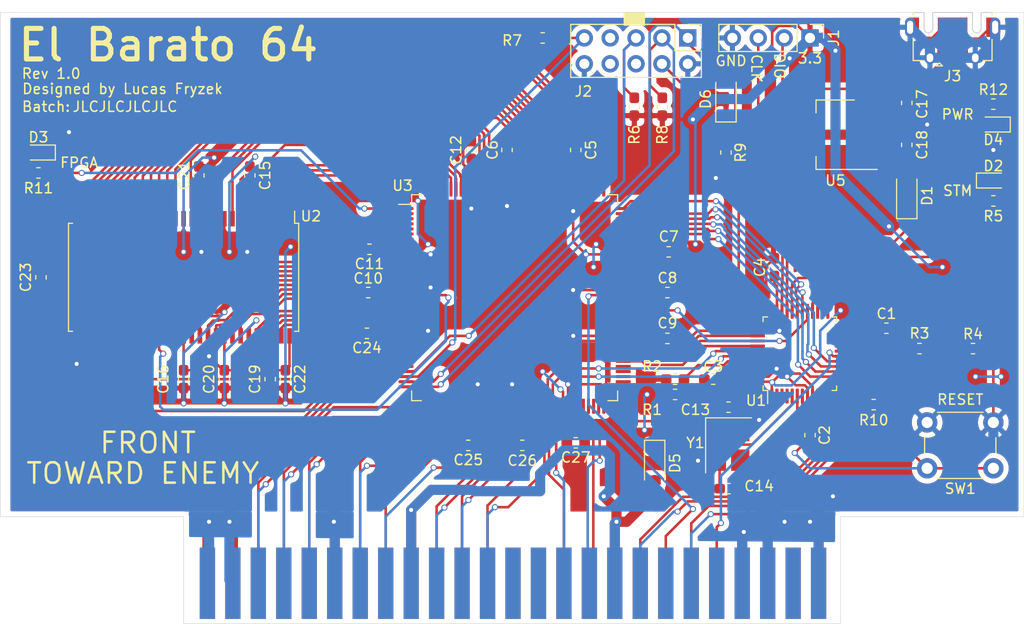
<source format=kicad_pcb>
(kicad_pcb (version 20171130) (host pcbnew 5.1.6-1.fc32)
  (layers (0 F.Cu signal) (31 B.Cu signal) (34 B.Paste user) (35 F.Paste user) (36 B.SilkS user) (37 F.SilkS user) (38 B.Mask user) (39 F.Mask user) (44 Edge.Cuts user))
  (net 0 "")
  (net 1 GND)
  (net 2 +3V3)
  (net 3 OSCIN)
  (net 4 OSCOUT)
  (net 5 +5V)
  (net 6 SWDIO)
  (net 7 SWDCLK)
  (net 8 JTAG_TCK)
  (net 9 JTAG_TDO)
  (net 10 JTAG_TMS)
  (net 11 "Net-(J2-Pad6)")
  (net 12 "Net-(J2-Pad7)")
  (net 13 "Net-(J2-Pad8)")
  (net 14 JTAG_TDI)
  (net 15 USB_P)
  (net 16 "Net-(J3-Pad4)")
  (net 17 USB_N)
  (net 18 "Net-(P1-Pad49)")
  (net 19 "Net-(P1-Pad46)")
  (net 20 N64_EVENT)
  (net 21 "Net-(P1-Pad44)")
  (net 22 CIC_DATA2)
  (net 23 AD7)
  (net 24 AD6)
  (net 25 "Net-(P1-Pad39)")
  (net 26 "Net-(P1-Pad38)")
  (net 27 AD5)
  (net 28 AD4)
  (net 29 ALEL_H)
  (net 30 ALE_L)
  (net 31 AD3)
  (net 32 AD2)
  (net 33 AD1)
  (net 34 AD0)
  (net 35 "Net-(P1-Pad24)")
  (net 36 S_DATA)
  (net 37 N64_RESET)
  (net 38 N64_CLK)
  (net 39 CIC_DATA1)
  (net 40 AD8)
  (net 41 AD9)
  (net 42 "Net-(P1-Pad14)")
  (net 43 "Net-(P1-Pad13)")
  (net 44 AD10)
  (net 45 AD11)
  (net 46 ~READ)
  (net 47 ~WRITE)
  (net 48 AD12)
  (net 49 AD13)
  (net 50 AD14)
  (net 51 AD15)
  (net 52 "Net-(R1-Pad2)")
  (net 53 "Net-(R3-Pad2)")
  (net 54 "Net-(R10-Pad1)")
  (net 55 "Net-(U1-Pad2)")
  (net 56 "Net-(U1-Pad3)")
  (net 57 "Net-(U1-Pad4)")
  (net 58 SPI1_NSS)
  (net 59 SPI1_SCK)
  (net 60 SPI1_MISO)
  (net 61 SPI1_MOSI)
  (net 62 "Net-(U1-Pad19)")
  (net 63 "Net-(U1-Pad21)")
  (net 64 "Net-(U1-Pad22)")
  (net 65 STM32_TX)
  (net 66 STM32_RX)
  (net 67 "Net-(U1-Pad45)")
  (net 68 "Net-(U1-Pad46)")
  (net 69 "Net-(U1-Pad25)")
  (net 70 "Net-(U1-Pad26)")
  (net 71 "Net-(U1-Pad27)")
  (net 72 STM32_MCO)
  (net 73 DDR_D15)
  (net 74 DDR_D14)
  (net 75 DDR_D13)
  (net 76 DDR_D12)
  (net 77 DDR_D11)
  (net 78 DDR_D10)
  (net 79 DDR_D9)
  (net 80 DDR_D8)
  (net 81 "Net-(U2-Pad40)")
  (net 82 DDR_UM)
  (net 83 DDR_CLK)
  (net 84 DDR_CKE)
  (net 85 DDR_A12)
  (net 86 DDR_A11)
  (net 87 DDR_A9)
  (net 88 DDR_A8)
  (net 89 DDR_A7)
  (net 90 DDR_A6)
  (net 91 DDR_A5)
  (net 92 DDR_A4)
  (net 93 DDR_A3)
  (net 94 DDR_A2)
  (net 95 DDR_A1)
  (net 96 DDR_A0)
  (net 97 DDR_A10)
  (net 98 DDR_BS1)
  (net 99 DDR_BS0)
  (net 100 DDR_CS)
  (net 101 DDR_RAS)
  (net 102 DDR_CAS)
  (net 103 DDR_WE)
  (net 104 DDR_LM)
  (net 105 DDR_D7)
  (net 106 DDR_D6)
  (net 107 DDR_D5)
  (net 108 DDR_D4)
  (net 109 DDR_D3)
  (net 110 DDR_D2)
  (net 111 DDR_D1)
  (net 112 DDR_D0)
  (net 113 "Net-(U3-Pad144)")
  (net 114 "Net-(U3-Pad143)")
  (net 115 "Net-(U3-Pad142)")
  (net 116 "Net-(U3-Pad131)")
  (net 117 "Net-(U3-Pad130)")
  (net 118 "Net-(U3-Pad129)")
  (net 119 "Net-(U3-Pad127)")
  (net 120 "Net-(U3-Pad88)")
  (net 121 "Net-(U3-Pad72)")
  (net 122 "Net-(U3-Pad71)")
  (net 123 "Net-(U3-Pad70)")
  (net 124 "Net-(U3-Pad69)")
  (net 125 "Net-(U3-Pad68)")
  (net 126 "Net-(U3-Pad63)")
  (net 127 "Net-(U3-Pad55)")
  (net 128 "Net-(U3-Pad53)")
  (net 129 "Net-(U3-Pad20)")
  (net 130 "Net-(C18-Pad1)")
  (net 131 "Net-(R5-Pad2)")
  (net 132 "Net-(D2-Pad2)")
  (net 133 "Net-(D3-Pad2)")
  (net 134 "Net-(D4-Pad2)")
  (net 135 N64_VCC)
  (net 136 JTAG_VCC)
  (net 137 FPGA_LED)
  (net 138 FPGA_GPIO3)
  (net 139 FPGA_GPIO4)
  (net 140 FPGA_OE)
  (net 141 FPGA_CLR)
  (net 142 FPGA_GPIO1)
  (net 143 FPGA_GPIO2)
  (net 144 "Net-(U3-Pad32)")
  (net 145 "Net-(U3-Pad110)")
  (net 146 "Net-(U3-Pad109)")
  (net 147 "Net-(U3-Pad111)")
  (net 148 "Net-(U3-Pad96)")
  (net 149 "Net-(U3-Pad95)")
  (net 150 "Net-(U3-Pad94)")
  (net 151 "Net-(U3-Pad93)")
  (net 152 "Net-(U3-Pad87)")
  (net 153 "Net-(U3-Pad86)")
  (net 154 "Net-(U3-Pad85)")
  (net 155 "Net-(U3-Pad84)")
  (net 156 "Net-(U3-Pad77)")
  (net 157 "Net-(U3-Pad76)")
  (net 158 "Net-(U3-Pad75)")
  (net 159 "Net-(U3-Pad74)")
  (net 160 "Net-(U3-Pad73)")
  (net 161 "Net-(U3-Pad5)")
  (net 162 "Net-(U3-Pad4)")
  (net 163 "Net-(U3-Pad3)")
  (net 164 "Net-(U3-Pad2)")
  (net 165 "Net-(U3-Pad102)")
  (net 166 "Net-(U3-Pad101)")
  (net 167 "Net-(U3-Pad98)")
  (net 168 "Net-(U3-Pad97)")
  (module Package_QFP:LQFP-48_7x7mm_P0.5mm (layer F.Cu) (at 175 107 90)
    (fp_text reference U1 (at -4.6 -4.3 180) (layer F.SilkS))
    (fp_text value STM32F103C8Tx)
    (pad 1 smd roundrect (at -4.1625 -2.75 90) (size 1.475 0.3) (layers F.Cu F.Paste F.Mask) (net 2 +3V3))
    (pad 2 smd roundrect (at -4.1625 -2.25 90) (size 1.475 0.3) (layers F.Cu F.Paste F.Mask) (net 55 "Net-(U1-Pad2)"))
    (pad 3 smd roundrect (at -4.1625 -1.75 90) (size 1.475 0.3) (layers F.Cu F.Paste F.Mask) (net 56 "Net-(U1-Pad3)"))
    (pad 4 smd roundrect (at -4.1625 -1.25 90) (size 1.475 0.3) (layers F.Cu F.Paste F.Mask) (net 57 "Net-(U1-Pad4)"))
    (pad 5 smd roundrect (at -4.1625 -0.75 90) (size 1.475 0.3) (layers F.Cu F.Paste F.Mask) (net 3 OSCIN))
    (pad 6 smd roundrect (at -4.1625 -0.25 90) (size 1.475 0.3) (layers F.Cu F.Paste F.Mask) (net 4 OSCOUT))
    (pad 7 smd roundrect (at -4.1625 0.25 90) (size 1.475 0.3) (layers F.Cu F.Paste F.Mask) (net 54 "Net-(R10-Pad1)"))
    (pad 8 smd roundrect (at -4.1625 0.75 90) (size 1.475 0.3) (layers F.Cu F.Paste F.Mask) (net 1 GND))
    (pad 9 smd roundrect (at -4.1625 1.25 90) (size 1.475 0.3) (layers F.Cu F.Paste F.Mask) (net 2 +3V3))
    (pad 10 smd roundrect (at -4.1625 1.75 90) (size 1.475 0.3) (layers F.Cu F.Paste F.Mask) (net 39 CIC_DATA1))
    (pad 11 smd roundrect (at -4.1625 2.25 90) (size 1.475 0.3) (layers F.Cu F.Paste F.Mask) (net 22 CIC_DATA2))
    (pad 12 smd roundrect (at -4.1625 2.75 90) (size 1.475 0.3) (layers F.Cu F.Paste F.Mask) (net 37 N64_RESET))
    (pad 13 smd roundrect (at -2.75 4.1625 90) (size 0.3 1.475) (layers F.Cu F.Paste F.Mask) (net 20 N64_EVENT))
    (pad 14 smd roundrect (at -2.25 4.1625 90) (size 0.3 1.475) (layers F.Cu F.Paste F.Mask) (net 58 SPI1_NSS))
    (pad 15 smd roundrect (at -1.75 4.1625 90) (size 0.3 1.475) (layers F.Cu F.Paste F.Mask) (net 59 SPI1_SCK))
    (pad 16 smd roundrect (at -1.25 4.1625 90) (size 0.3 1.475) (layers F.Cu F.Paste F.Mask) (net 60 SPI1_MISO))
    (pad 17 smd roundrect (at -0.75 4.1625 90) (size 0.3 1.475) (layers F.Cu F.Paste F.Mask) (net 61 SPI1_MOSI))
    (pad 18 smd roundrect (at -0.25 4.1625 90) (size 0.3 1.475) (layers F.Cu F.Paste F.Mask) (net 36 S_DATA))
    (pad 19 smd roundrect (at 0.25 4.1625 90) (size 0.3 1.475) (layers F.Cu F.Paste F.Mask) (net 62 "Net-(U1-Pad19)"))
    (pad 20 smd roundrect (at 0.75 4.1625 90) (size 0.3 1.475) (layers F.Cu F.Paste F.Mask) (net 53 "Net-(R3-Pad2)"))
    (pad 21 smd roundrect (at 1.25 4.1625 90) (size 0.3 1.475) (layers F.Cu F.Paste F.Mask) (net 63 "Net-(U1-Pad21)"))
    (pad 22 smd roundrect (at 1.75 4.1625 90) (size 0.3 1.475) (layers F.Cu F.Paste F.Mask) (net 64 "Net-(U1-Pad22)"))
    (pad 23 smd roundrect (at 2.25 4.1625 90) (size 0.3 1.475) (layers F.Cu F.Paste F.Mask) (net 1 GND))
    (pad 24 smd roundrect (at 2.75 4.1625 90) (size 0.3 1.475) (layers F.Cu F.Paste F.Mask) (net 2 +3V3))
    (pad 25 smd roundrect (at 4.1625 2.75 90) (size 1.475 0.3) (layers F.Cu F.Paste F.Mask) (net 69 "Net-(U1-Pad25)"))
    (pad 26 smd roundrect (at 4.1625 2.25 90) (size 1.475 0.3) (layers F.Cu F.Paste F.Mask) (net 70 "Net-(U1-Pad26)"))
    (pad 27 smd roundrect (at 4.1625 1.75 90) (size 1.475 0.3) (layers F.Cu F.Paste F.Mask) (net 71 "Net-(U1-Pad27)"))
    (pad 28 smd roundrect (at 4.1625 1.25 90) (size 1.475 0.3) (layers F.Cu F.Paste F.Mask) (net 131 "Net-(R5-Pad2)"))
    (pad 29 smd roundrect (at 4.1625 0.75 90) (size 1.475 0.3) (layers F.Cu F.Paste F.Mask) (net 72 STM32_MCO))
    (pad 30 smd roundrect (at 4.1625 0.25 90) (size 1.475 0.3) (layers F.Cu F.Paste F.Mask) (net 65 STM32_TX))
    (pad 31 smd roundrect (at 4.1625 -0.25 90) (size 1.475 0.3) (layers F.Cu F.Paste F.Mask) (net 66 STM32_RX))
    (pad 32 smd roundrect (at 4.1625 -0.75 90) (size 1.475 0.3) (layers F.Cu F.Paste F.Mask) (net 17 USB_N))
    (pad 33 smd roundrect (at 4.1625 -1.25 90) (size 1.475 0.3) (layers F.Cu F.Paste F.Mask) (net 15 USB_P))
    (pad 34 smd roundrect (at 4.1625 -1.75 90) (size 1.475 0.3) (layers F.Cu F.Paste F.Mask) (net 6 SWDIO))
    (pad 35 smd roundrect (at 4.1625 -2.25 90) (size 1.475 0.3) (layers F.Cu F.Paste F.Mask) (net 1 GND))
    (pad 36 smd roundrect (at 4.1625 -2.75 90) (size 1.475 0.3) (layers F.Cu F.Paste F.Mask) (net 2 +3V3))
    (pad 37 smd roundrect (at 2.75 -4.1625 90) (size 0.3 1.475) (layers F.Cu F.Paste F.Mask) (net 7 SWDCLK))
    (pad 38 smd roundrect (at 2.25 -4.1625 90) (size 0.3 1.475) (layers F.Cu F.Paste F.Mask) (net 142 FPGA_GPIO1))
    (pad 39 smd roundrect (at 1.75 -4.1625 90) (size 0.3 1.475) (layers F.Cu F.Paste F.Mask) (net 143 FPGA_GPIO2))
    (pad 40 smd roundrect (at 1.25 -4.1625 90) (size 0.3 1.475) (layers F.Cu F.Paste F.Mask) (net 138 FPGA_GPIO3))
    (pad 41 smd roundrect (at 0.75 -4.1625 90) (size 0.3 1.475) (layers F.Cu F.Paste F.Mask) (net 139 FPGA_GPIO4))
    (pad 42 smd roundrect (at 0.25 -4.1625 90) (size 0.3 1.475) (layers F.Cu F.Paste F.Mask) (net 140 FPGA_OE))
    (pad 43 smd roundrect (at -0.25 -4.1625 90) (size 0.3 1.475) (layers F.Cu F.Paste F.Mask) (net 141 FPGA_CLR))
    (pad 44 smd roundrect (at -0.75 -4.1625 90) (size 0.3 1.475) (layers F.Cu F.Paste F.Mask) (net 52 "Net-(R1-Pad2)"))
    (pad 45 smd roundrect (at -1.25 -4.1625 90) (size 0.3 1.475) (layers F.Cu F.Paste F.Mask) (net 67 "Net-(U1-Pad45)"))
    (pad 46 smd roundrect (at -1.75 -4.1625 90) (size 0.3 1.475) (layers F.Cu F.Paste F.Mask) (net 68 "Net-(U1-Pad46)"))
    (pad 47 smd roundrect (at -2.25 -4.1625 90) (size 0.3 1.475) (layers F.Cu F.Paste F.Mask) (net 1 GND))
    (pad 48 smd roundrect (at -2.75 -4.1625 90) (size 0.3 1.475) (layers F.Cu F.Paste F.Mask) (net 2 +3V3))
  )
  (module Capacitor_SMD:C_0603_1608Metric_Pad1.05x0.95mm_HandSolder (layer F.Cu) (at 132.5 105 180)
    (fp_text reference C24 (at 0 -1.43) (layer F.SilkS))
    (fp_text value C100nf)
    (pad 2 smd roundrect (at 0.875 0 180) (size 1.05 0.95) (layers F.Cu F.Paste F.Mask) (net 2 +3V3))
    (pad 1 smd roundrect (at -0.875 0 180) (size 1.05 0.95) (layers F.Cu F.Paste F.Mask) (net 1 GND))
  )
  (module Capacitor_SMD:C_0603_1608Metric_Pad1.05x0.95mm_HandSolder (layer F.Cu) (at 132.625 101 180)
    (fp_text reference C10 (at 0 1.397) (layer F.SilkS))
    (fp_text value C100nf)
    (pad 2 smd roundrect (at 0.875 0 180) (size 1.05 0.95) (layers F.Cu F.Paste F.Mask) (net 2 +3V3))
    (pad 1 smd roundrect (at -0.875 0 180) (size 1.05 0.95) (layers F.Cu F.Paste F.Mask) (net 1 GND))
  )
  (module Package_QFP:LQFP-144_20x20mm_P0.5mm (layer F.Cu) (at 147 101.5)
    (fp_text reference U3 (at -11 -11) (layer F.SilkS))
    (fp_text value EPM570T144)
    (pad 144 smd roundrect (at -8.75 -10.6625) (size 0.3 1.475) (layers F.Cu F.Paste F.Mask) (net 113 "Net-(U3-Pad144)"))
    (pad 143 smd roundrect (at -8.25 -10.6625) (size 0.3 1.475) (layers F.Cu F.Paste F.Mask) (net 114 "Net-(U3-Pad143)"))
    (pad 142 smd roundrect (at -7.75 -10.6625) (size 0.3 1.475) (layers F.Cu F.Paste F.Mask) (net 115 "Net-(U3-Pad142)"))
    (pad 141 smd roundrect (at -7.25 -10.6625) (size 0.3 1.475) (layers F.Cu F.Paste F.Mask) (net 112 DDR_D0))
    (pad 140 smd roundrect (at -6.75 -10.6625) (size 0.3 1.475) (layers F.Cu F.Paste F.Mask) (net 111 DDR_D1))
    (pad 139 smd roundrect (at -6.25 -10.6625) (size 0.3 1.475) (layers F.Cu F.Paste F.Mask) (net 110 DDR_D2))
    (pad 138 smd roundrect (at -5.75 -10.6625) (size 0.3 1.475) (layers F.Cu F.Paste F.Mask) (net 109 DDR_D3))
    (pad 137 smd roundrect (at -5.25 -10.6625) (size 0.3 1.475) (layers F.Cu F.Paste F.Mask) (net 108 DDR_D4))
    (pad 136 smd roundrect (at -4.75 -10.6625) (size 0.3 1.475) (layers F.Cu F.Paste F.Mask) (net 2 +3V3))
    (pad 135 smd roundrect (at -4.25 -10.6625) (size 0.3 1.475) (layers F.Cu F.Paste F.Mask) (net 1 GND))
    (pad 134 smd roundrect (at -3.75 -10.6625) (size 0.3 1.475) (layers F.Cu F.Paste F.Mask) (net 107 DDR_D5))
    (pad 133 smd roundrect (at -3.25 -10.6625) (size 0.3 1.475) (layers F.Cu F.Paste F.Mask) (net 106 DDR_D6))
    (pad 132 smd roundrect (at -2.75 -10.6625) (size 0.3 1.475) (layers F.Cu F.Paste F.Mask) (net 105 DDR_D7))
    (pad 131 smd roundrect (at -2.25 -10.6625) (size 0.3 1.475) (layers F.Cu F.Paste F.Mask) (net 116 "Net-(U3-Pad131)"))
    (pad 130 smd roundrect (at -1.75 -10.6625) (size 0.3 1.475) (layers F.Cu F.Paste F.Mask) (net 117 "Net-(U3-Pad130)"))
    (pad 129 smd roundrect (at -1.25 -10.6625) (size 0.3 1.475) (layers F.Cu F.Paste F.Mask) (net 118 "Net-(U3-Pad129)"))
    (pad 128 smd roundrect (at -0.75 -10.6625) (size 0.3 1.475) (layers F.Cu F.Paste F.Mask) (net 1 GND))
    (pad 127 smd roundrect (at -0.25 -10.6625) (size 0.3 1.475) (layers F.Cu F.Paste F.Mask) (net 119 "Net-(U3-Pad127)"))
    (pad 126 smd roundrect (at 0.25 -10.6625) (size 0.3 1.475) (layers F.Cu F.Paste F.Mask) (net 2 +3V3))
    (pad 125 smd roundrect (at 0.75 -10.6625) (size 0.3 1.475) (layers F.Cu F.Paste F.Mask) (net 104 DDR_LM))
    (pad 124 smd roundrect (at 1.25 -10.6625) (size 0.3 1.475) (layers F.Cu F.Paste F.Mask) (net 103 DDR_WE))
    (pad 123 smd roundrect (at 1.75 -10.6625) (size 0.3 1.475) (layers F.Cu F.Paste F.Mask) (net 102 DDR_CAS))
    (pad 122 smd roundrect (at 2.25 -10.6625) (size 0.3 1.475) (layers F.Cu F.Paste F.Mask) (net 101 DDR_RAS))
    (pad 121 smd roundrect (at 2.75 -10.6625) (size 0.3 1.475) (layers F.Cu F.Paste F.Mask) (net 100 DDR_CS))
    (pad 120 smd roundrect (at 3.25 -10.6625) (size 0.3 1.475) (layers F.Cu F.Paste F.Mask) (net 99 DDR_BS0))
    (pad 119 smd roundrect (at 3.75 -10.6625) (size 0.3 1.475) (layers F.Cu F.Paste F.Mask) (net 98 DDR_BS1))
    (pad 118 smd roundrect (at 4.25 -10.6625) (size 0.3 1.475) (layers F.Cu F.Paste F.Mask) (net 97 DDR_A10))
    (pad 117 smd roundrect (at 4.75 -10.6625) (size 0.3 1.475) (layers F.Cu F.Paste F.Mask) (net 96 DDR_A0))
    (pad 116 smd roundrect (at 5.25 -10.6625) (size 0.3 1.475) (layers F.Cu F.Paste F.Mask) (net 2 +3V3))
    (pad 115 smd roundrect (at 5.75 -10.6625) (size 0.3 1.475) (layers F.Cu F.Paste F.Mask) (net 1 GND))
    (pad 114 smd roundrect (at 6.25 -10.6625) (size 0.3 1.475) (layers F.Cu F.Paste F.Mask) (net 95 DDR_A1))
    (pad 113 smd roundrect (at 6.75 -10.6625) (size 0.3 1.475) (layers F.Cu F.Paste F.Mask) (net 94 DDR_A2))
    (pad 112 smd roundrect (at 7.25 -10.6625) (size 0.3 1.475) (layers F.Cu F.Paste F.Mask) (net 93 DDR_A3))
    (pad 111 smd roundrect (at 7.75 -10.6625) (size 0.3 1.475) (layers F.Cu F.Paste F.Mask) (net 147 "Net-(U3-Pad111)"))
    (pad 110 smd roundrect (at 8.25 -10.6625) (size 0.3 1.475) (layers F.Cu F.Paste F.Mask) (net 145 "Net-(U3-Pad110)"))
    (pad 109 smd roundrect (at 8.75 -10.6625) (size 0.3 1.475) (layers F.Cu F.Paste F.Mask) (net 146 "Net-(U3-Pad109)"))
    (pad 108 smd roundrect (at 10.6625 -8.75) (size 1.475 0.3) (layers F.Cu F.Paste F.Mask) (net 66 STM32_RX))
    (pad 107 smd roundrect (at 10.6625 -8.25) (size 1.475 0.3) (layers F.Cu F.Paste F.Mask) (net 65 STM32_TX))
    (pad 106 smd roundrect (at 10.6625 -7.75) (size 1.475 0.3) (layers F.Cu F.Paste F.Mask) (net 61 SPI1_MOSI))
    (pad 105 smd roundrect (at 10.6625 -7.25) (size 1.475 0.3) (layers F.Cu F.Paste F.Mask) (net 60 SPI1_MISO))
    (pad 104 smd roundrect (at 10.6625 -6.75) (size 1.475 0.3) (layers F.Cu F.Paste F.Mask) (net 59 SPI1_SCK))
    (pad 103 smd roundrect (at 10.6625 -6.25) (size 1.475 0.3) (layers F.Cu F.Paste F.Mask) (net 58 SPI1_NSS))
    (pad 102 smd roundrect (at 10.6625 -5.75) (size 1.475 0.3) (layers F.Cu F.Paste F.Mask) (net 165 "Net-(U3-Pad102)"))
    (pad 101 smd roundrect (at 10.6625 -5.25) (size 1.475 0.3) (layers F.Cu F.Paste F.Mask) (net 166 "Net-(U3-Pad101)"))
    (pad 100 smd roundrect (at 10.6625 -4.75) (size 1.475 0.3) (layers F.Cu F.Paste F.Mask) (net 2 +3V3))
    (pad 99 smd roundrect (at 10.6625 -4.25) (size 1.475 0.3) (layers F.Cu F.Paste F.Mask) (net 1 GND))
    (pad 98 smd roundrect (at 10.6625 -3.75) (size 1.475 0.3) (layers F.Cu F.Paste F.Mask) (net 167 "Net-(U3-Pad98)"))
    (pad 97 smd roundrect (at 10.6625 -3.25) (size 1.475 0.3) (layers F.Cu F.Paste F.Mask) (net 168 "Net-(U3-Pad97)"))
    (pad 96 smd roundrect (at 10.6625 -2.75) (size 1.475 0.3) (layers F.Cu F.Paste F.Mask) (net 148 "Net-(U3-Pad96)"))
    (pad 95 smd roundrect (at 10.6625 -2.25) (size 1.475 0.3) (layers F.Cu F.Paste F.Mask) (net 149 "Net-(U3-Pad95)"))
    (pad 94 smd roundrect (at 10.6625 -1.75) (size 1.475 0.3) (layers F.Cu F.Paste F.Mask) (net 150 "Net-(U3-Pad94)"))
    (pad 93 smd roundrect (at 10.6625 -1.25) (size 1.475 0.3) (layers F.Cu F.Paste F.Mask) (net 151 "Net-(U3-Pad93)"))
    (pad 92 smd roundrect (at 10.6625 -0.75) (size 1.475 0.3) (layers F.Cu F.Paste F.Mask) (net 1 GND))
    (pad 91 smd roundrect (at 10.6625 -0.25) (size 1.475 0.3) (layers F.Cu F.Paste F.Mask) (net 38 N64_CLK))
    (pad 90 smd roundrect (at 10.6625 0.25) (size 1.475 0.3) (layers F.Cu F.Paste F.Mask) (net 2 +3V3))
    (pad 89 smd roundrect (at 10.6625 0.75) (size 1.475 0.3) (layers F.Cu F.Paste F.Mask) (net 72 STM32_MCO))
    (pad 88 smd roundrect (at 10.6625 1.25) (size 1.475 0.3) (layers F.Cu F.Paste F.Mask) (net 120 "Net-(U3-Pad88)"))
    (pad 87 smd roundrect (at 10.6625 1.75) (size 1.475 0.3) (layers F.Cu F.Paste F.Mask) (net 152 "Net-(U3-Pad87)"))
    (pad 86 smd roundrect (at 10.6625 2.25) (size 1.475 0.3) (layers F.Cu F.Paste F.Mask) (net 153 "Net-(U3-Pad86)"))
    (pad 85 smd roundrect (at 10.6625 2.75) (size 1.475 0.3) (layers F.Cu F.Paste F.Mask) (net 154 "Net-(U3-Pad85)"))
    (pad 84 smd roundrect (at 10.6625 3.25) (size 1.475 0.3) (layers F.Cu F.Paste F.Mask) (net 155 "Net-(U3-Pad84)"))
    (pad 83 smd roundrect (at 10.6625 3.75) (size 1.475 0.3) (layers F.Cu F.Paste F.Mask) (net 1 GND))
    (pad 82 smd roundrect (at 10.6625 4.25) (size 1.475 0.3) (layers F.Cu F.Paste F.Mask) (net 2 +3V3))
    (pad 81 smd roundrect (at 10.6625 4.75) (size 1.475 0.3) (layers F.Cu F.Paste F.Mask) (net 142 FPGA_GPIO1))
    (pad 80 smd roundrect (at 10.6625 5.25) (size 1.475 0.3) (layers F.Cu F.Paste F.Mask) (net 143 FPGA_GPIO2))
    (pad 79 smd roundrect (at 10.6625 5.75) (size 1.475 0.3) (layers F.Cu F.Paste F.Mask) (net 138 FPGA_GPIO3))
    (pad 78 smd roundrect (at 10.6625 6.25) (size 1.475 0.3) (layers F.Cu F.Paste F.Mask) (net 139 FPGA_GPIO4))
    (pad 77 smd roundrect (at 10.6625 6.75) (size 1.475 0.3) (layers F.Cu F.Paste F.Mask) (net 156 "Net-(U3-Pad77)"))
    (pad 76 smd roundrect (at 10.6625 7.25) (size 1.475 0.3) (layers F.Cu F.Paste F.Mask) (net 157 "Net-(U3-Pad76)"))
    (pad 75 smd roundrect (at 10.6625 7.75) (size 1.475 0.3) (layers F.Cu F.Paste F.Mask) (net 158 "Net-(U3-Pad75)"))
    (pad 74 smd roundrect (at 10.6625 8.25) (size 1.475 0.3) (layers F.Cu F.Paste F.Mask) (net 159 "Net-(U3-Pad74)"))
    (pad 73 smd roundrect (at 10.6625 8.75) (size 1.475 0.3) (layers F.Cu F.Paste F.Mask) (net 160 "Net-(U3-Pad73)"))
    (pad 72 smd roundrect (at 8.75 10.6625) (size 0.3 1.475) (layers F.Cu F.Paste F.Mask) (net 121 "Net-(U3-Pad72)"))
    (pad 71 smd roundrect (at 8.25 10.6625) (size 0.3 1.475) (layers F.Cu F.Paste F.Mask) (net 122 "Net-(U3-Pad71)"))
    (pad 70 smd roundrect (at 7.75 10.6625) (size 0.3 1.475) (layers F.Cu F.Paste F.Mask) (net 123 "Net-(U3-Pad70)"))
    (pad 69 smd roundrect (at 7.25 10.6625) (size 0.3 1.475) (layers F.Cu F.Paste F.Mask) (net 124 "Net-(U3-Pad69)"))
    (pad 68 smd roundrect (at 6.75 10.6625) (size 0.3 1.475) (layers F.Cu F.Paste F.Mask) (net 125 "Net-(U3-Pad68)"))
    (pad 67 smd roundrect (at 6.25 10.6625) (size 0.3 1.475) (layers F.Cu F.Paste F.Mask) (net 23 AD7))
    (pad 66 smd roundrect (at 5.75 10.6625) (size 0.3 1.475) (layers F.Cu F.Paste F.Mask) (net 40 AD8))
    (pad 65 smd roundrect (at 5.25 10.6625) (size 0.3 1.475) (layers F.Cu F.Paste F.Mask) (net 1 GND))
    (pad 64 smd roundrect (at 4.75 10.6625) (size 0.3 1.475) (layers F.Cu F.Paste F.Mask) (net 2 +3V3))
    (pad 63 smd roundrect (at 4.25 10.6625) (size 0.3 1.475) (layers F.Cu F.Paste F.Mask) (net 126 "Net-(U3-Pad63)"))
    (pad 62 smd roundrect (at 3.75 10.6625) (size 0.3 1.475) (layers F.Cu F.Paste F.Mask) (net 141 FPGA_CLR))
    (pad 61 smd roundrect (at 3.25 10.6625) (size 0.3 1.475) (layers F.Cu F.Paste F.Mask) (net 140 FPGA_OE))
    (pad 60 smd roundrect (at 2.75 10.6625) (size 0.3 1.475) (layers F.Cu F.Paste F.Mask) (net 24 AD6))
    (pad 59 smd roundrect (at 2.25 10.6625) (size 0.3 1.475) (layers F.Cu F.Paste F.Mask) (net 41 AD9))
    (pad 58 smd roundrect (at 1.75 10.6625) (size 0.3 1.475) (layers F.Cu F.Paste F.Mask) (net 27 AD5))
    (pad 57 smd roundrect (at 1.25 10.6625) (size 0.3 1.475) (layers F.Cu F.Paste F.Mask) (net 44 AD10))
    (pad 56 smd roundrect (at 0.75 10.6625) (size 0.3 1.475) (layers F.Cu F.Paste F.Mask) (net 2 +3V3))
    (pad 55 smd roundrect (at 0.25 10.6625) (size 0.3 1.475) (layers F.Cu F.Paste F.Mask) (net 127 "Net-(U3-Pad55)"))
    (pad 54 smd roundrect (at -0.25 10.6625) (size 0.3 1.475) (layers F.Cu F.Paste F.Mask) (net 1 GND))
    (pad 53 smd roundrect (at -0.75 10.6625) (size 0.3 1.475) (layers F.Cu F.Paste F.Mask) (net 128 "Net-(U3-Pad53)"))
    (pad 52 smd roundrect (at -1.25 10.6625) (size 0.3 1.475) (layers F.Cu F.Paste F.Mask) (net 28 AD4))
    (pad 51 smd roundrect (at -1.75 10.6625) (size 0.3 1.475) (layers F.Cu F.Paste F.Mask) (net 45 AD11))
    (pad 50 smd roundrect (at -2.25 10.6625) (size 0.3 1.475) (layers F.Cu F.Paste F.Mask) (net 29 ALEL_H))
    (pad 49 smd roundrect (at -2.75 10.6625) (size 0.3 1.475) (layers F.Cu F.Paste F.Mask) (net 46 ~READ))
    (pad 48 smd roundrect (at -3.25 10.6625) (size 0.3 1.475) (layers F.Cu F.Paste F.Mask) (net 30 ALE_L))
    (pad 47 smd roundrect (at -3.75 10.6625) (size 0.3 1.475) (layers F.Cu F.Paste F.Mask) (net 1 GND))
    (pad 46 smd roundrect (at -4.25 10.6625) (size 0.3 1.475) (layers F.Cu F.Paste F.Mask) (net 2 +3V3))
    (pad 45 smd roundrect (at -4.75 10.6625) (size 0.3 1.475) (layers F.Cu F.Paste F.Mask) (net 47 ~WRITE))
    (pad 44 smd roundrect (at -5.25 10.6625) (size 0.3 1.475) (layers F.Cu F.Paste F.Mask) (net 31 AD3))
    (pad 43 smd roundrect (at -5.75 10.6625) (size 0.3 1.475) (layers F.Cu F.Paste F.Mask) (net 48 AD12))
    (pad 42 smd roundrect (at -6.25 10.6625) (size 0.3 1.475) (layers F.Cu F.Paste F.Mask) (net 32 AD2))
    (pad 41 smd roundrect (at -6.75 10.6625) (size 0.3 1.475) (layers F.Cu F.Paste F.Mask) (net 49 AD13))
    (pad 40 smd roundrect (at -7.25 10.6625) (size 0.3 1.475) (layers F.Cu F.Paste F.Mask) (net 33 AD1))
    (pad 39 smd roundrect (at -7.75 10.6625) (size 0.3 1.475) (layers F.Cu F.Paste F.Mask) (net 50 AD14))
    (pad 38 smd roundrect (at -8.25 10.6625) (size 0.3 1.475) (layers F.Cu F.Paste F.Mask) (net 34 AD0))
    (pad 37 smd roundrect (at -8.75 10.6625) (size 0.3 1.475) (layers F.Cu F.Paste F.Mask) (net 51 AD15))
    (pad 36 smd roundrect (at -10.6625 8.75) (size 1.475 0.3) (layers F.Cu F.Paste F.Mask) (net 9 JTAG_TDO))
    (pad 35 smd roundrect (at -10.6625 8.25) (size 1.475 0.3) (layers F.Cu F.Paste F.Mask) (net 8 JTAG_TCK))
    (pad 34 smd roundrect (at -10.6625 7.75) (size 1.475 0.3) (layers F.Cu F.Paste F.Mask) (net 14 JTAG_TDI))
    (pad 33 smd roundrect (at -10.6625 7.25) (size 1.475 0.3) (layers F.Cu F.Paste F.Mask) (net 10 JTAG_TMS))
    (pad 32 smd roundrect (at -10.6625 6.75) (size 1.475 0.3) (layers F.Cu F.Paste F.Mask) (net 144 "Net-(U3-Pad32)"))
    (pad 31 smd roundrect (at -10.6625 6.25) (size 1.475 0.3) (layers F.Cu F.Paste F.Mask) (net 92 DDR_A4))
    (pad 30 smd roundrect (at -10.6625 5.75) (size 1.475 0.3) (layers F.Cu F.Paste F.Mask) (net 91 DDR_A5))
    (pad 29 smd roundrect (at -10.6625 5.25) (size 1.475 0.3) (layers F.Cu F.Paste F.Mask) (net 90 DDR_A6))
    (pad 28 smd roundrect (at -10.6625 4.75) (size 1.475 0.3) (layers F.Cu F.Paste F.Mask) (net 89 DDR_A7))
    (pad 27 smd roundrect (at -10.6625 4.25) (size 1.475 0.3) (layers F.Cu F.Paste F.Mask) (net 88 DDR_A8))
    (pad 26 smd roundrect (at -10.6625 3.75) (size 1.475 0.3) (layers F.Cu F.Paste F.Mask) (net 1 GND))
    (pad 25 smd roundrect (at -10.6625 3.25) (size 1.475 0.3) (layers F.Cu F.Paste F.Mask) (net 2 +3V3))
    (pad 24 smd roundrect (at -10.6625 2.75) (size 1.475 0.3) (layers F.Cu F.Paste F.Mask) (net 73 DDR_D15))
    (pad 23 smd roundrect (at -10.6625 2.25) (size 1.475 0.3) (layers F.Cu F.Paste F.Mask) (net 74 DDR_D14))
    (pad 22 smd roundrect (at -10.6625 1.75) (size 1.475 0.3) (layers F.Cu F.Paste F.Mask) (net 75 DDR_D13))
    (pad 21 smd roundrect (at -10.6625 1.25) (size 1.475 0.3) (layers F.Cu F.Paste F.Mask) (net 76 DDR_D12))
    (pad 20 smd roundrect (at -10.6625 0.75) (size 1.475 0.3) (layers F.Cu F.Paste F.Mask) (net 129 "Net-(U3-Pad20)"))
    (pad 19 smd roundrect (at -10.6625 0.25) (size 1.475 0.3) (layers F.Cu F.Paste F.Mask) (net 2 +3V3))
    (pad 18 smd roundrect (at -10.6625 -0.25) (size 1.475 0.3) (layers F.Cu F.Paste F.Mask) (net 83 DDR_CLK))
    (pad 17 smd roundrect (at -10.6625 -0.75) (size 1.475 0.3) (layers F.Cu F.Paste F.Mask) (net 1 GND))
    (pad 16 smd roundrect (at -10.6625 -1.25) (size 1.475 0.3) (layers F.Cu F.Paste F.Mask) (net 77 DDR_D11))
    (pad 15 smd roundrect (at -10.6625 -1.75) (size 1.475 0.3) (layers F.Cu F.Paste F.Mask) (net 78 DDR_D10))
    (pad 14 smd roundrect (at -10.6625 -2.25) (size 1.475 0.3) (layers F.Cu F.Paste F.Mask) (net 79 DDR_D9))
    (pad 13 smd roundrect (at -10.6625 -2.75) (size 1.475 0.3) (layers F.Cu F.Paste F.Mask) (net 80 DDR_D8))
    (pad 12 smd roundrect (at -10.6625 -3.25) (size 1.475 0.3) (layers F.Cu F.Paste F.Mask) (net 82 DDR_UM))
    (pad 11 smd roundrect (at -10.6625 -3.75) (size 1.475 0.3) (layers F.Cu F.Paste F.Mask) (net 84 DDR_CKE))
    (pad 10 smd roundrect (at -10.6625 -4.25) (size 1.475 0.3) (layers F.Cu F.Paste F.Mask) (net 1 GND))
    (pad 9 smd roundrect (at -10.6625 -4.75) (size 1.475 0.3) (layers F.Cu F.Paste F.Mask) (net 2 +3V3))
    (pad 8 smd roundrect (at -10.6625 -5.25) (size 1.475 0.3) (layers F.Cu F.Paste F.Mask) (net 85 DDR_A12))
    (pad 7 smd roundrect (at -10.6625 -5.75) (size 1.475 0.3) (layers F.Cu F.Paste F.Mask) (net 86 DDR_A11))
    (pad 6 smd roundrect (at -10.6625 -6.25) (size 1.475 0.3) (layers F.Cu F.Paste F.Mask) (net 87 DDR_A9))
    (pad 5 smd roundrect (at -10.6625 -6.75) (size 1.475 0.3) (layers F.Cu F.Paste F.Mask) (net 161 "Net-(U3-Pad5)"))
    (pad 4 smd roundrect (at -10.6625 -7.25) (size 1.475 0.3) (layers F.Cu F.Paste F.Mask) (net 162 "Net-(U3-Pad4)"))
    (pad 3 smd roundrect (at -10.6625 -7.75) (size 1.475 0.3) (layers F.Cu F.Paste F.Mask) (net 163 "Net-(U3-Pad3)"))
    (pad 2 smd roundrect (at -10.6625 -8.25) (size 1.475 0.3) (layers F.Cu F.Paste F.Mask) (net 164 "Net-(U3-Pad2)"))
    (pad 1 smd roundrect (at -10.6625 -8.75) (size 1.475 0.3) (layers F.Cu F.Paste F.Mask) (net 137 FPGA_LED))
  )
  (module Capacitor_SMD:C_0603_1608Metric_Pad1.05x0.95mm_HandSolder (layer F.Cu) (at 146.25 87 90)
    (fp_text reference C6 (at 0 -1.43 90) (layer F.SilkS))
    (fp_text value C100nf)
    (pad 2 smd roundrect (at 0.875 0 90) (size 1.05 0.95) (layers F.Cu F.Paste F.Mask) (net 2 +3V3))
    (pad 1 smd roundrect (at -0.875 0 90) (size 1.05 0.95) (layers F.Cu F.Paste F.Mask) (net 1 GND))
  )
  (module Package_SO:TSOP-II-54_22.2x10.16mm_P0.8mm (layer F.Cu) (at 114.5 99.5 270)
    (fp_text reference U2 (at -6 -12.5 180) (layer F.SilkS))
    (fp_text value W9825G6KH)
    (pad 54 smd rect (at 5.75 -10.4 270) (size 1.51 0.458) (layers F.Cu F.Paste F.Mask) (net 1 GND))
    (pad 53 smd rect (at 5.75 -9.6 270) (size 1.51 0.458) (layers F.Cu F.Paste F.Mask) (net 73 DDR_D15))
    (pad 52 smd rect (at 5.75 -8.8 270) (size 1.51 0.458) (layers F.Cu F.Paste F.Mask) (net 1 GND))
    (pad 51 smd rect (at 5.75 -8 270) (size 1.51 0.458) (layers F.Cu F.Paste F.Mask) (net 74 DDR_D14))
    (pad 50 smd rect (at 5.75 -7.2 270) (size 1.51 0.458) (layers F.Cu F.Paste F.Mask) (net 75 DDR_D13))
    (pad 49 smd rect (at 5.75 -6.4 270) (size 1.51 0.458) (layers F.Cu F.Paste F.Mask) (net 2 +3V3))
    (pad 48 smd rect (at 5.75 -5.6 270) (size 1.51 0.458) (layers F.Cu F.Paste F.Mask) (net 76 DDR_D12))
    (pad 47 smd rect (at 5.75 -4.8 270) (size 1.51 0.458) (layers F.Cu F.Paste F.Mask) (net 77 DDR_D11))
    (pad 46 smd rect (at 5.75 -4 270) (size 1.51 0.458) (layers F.Cu F.Paste F.Mask) (net 1 GND))
    (pad 45 smd rect (at 5.75 -3.2 270) (size 1.51 0.458) (layers F.Cu F.Paste F.Mask) (net 78 DDR_D10))
    (pad 44 smd rect (at 5.75 -2.4 270) (size 1.51 0.458) (layers F.Cu F.Paste F.Mask) (net 79 DDR_D9))
    (pad 43 smd rect (at 5.75 -1.6 270) (size 1.51 0.458) (layers F.Cu F.Paste F.Mask) (net 2 +3V3))
    (pad 42 smd rect (at 5.75 -0.8 270) (size 1.51 0.458) (layers F.Cu F.Paste F.Mask) (net 80 DDR_D8))
    (pad 41 smd rect (at 5.75 0 270) (size 1.51 0.458) (layers F.Cu F.Paste F.Mask) (net 1 GND))
    (pad 40 smd rect (at 5.75 0.8 270) (size 1.51 0.458) (layers F.Cu F.Paste F.Mask) (net 81 "Net-(U2-Pad40)"))
    (pad 39 smd rect (at 5.75 1.6 270) (size 1.51 0.458) (layers F.Cu F.Paste F.Mask) (net 82 DDR_UM))
    (pad 38 smd rect (at 5.75 2.4 270) (size 1.51 0.458) (layers F.Cu F.Paste F.Mask) (net 83 DDR_CLK))
    (pad 37 smd rect (at 5.75 3.2 270) (size 1.51 0.458) (layers F.Cu F.Paste F.Mask) (net 84 DDR_CKE))
    (pad 36 smd rect (at 5.75 4 270) (size 1.51 0.458) (layers F.Cu F.Paste F.Mask) (net 85 DDR_A12))
    (pad 35 smd rect (at 5.75 4.8 270) (size 1.51 0.458) (layers F.Cu F.Paste F.Mask) (net 86 DDR_A11))
    (pad 34 smd rect (at 5.75 5.6 270) (size 1.51 0.458) (layers F.Cu F.Paste F.Mask) (net 87 DDR_A9))
    (pad 33 smd rect (at 5.75 6.4 270) (size 1.51 0.458) (layers F.Cu F.Paste F.Mask) (net 88 DDR_A8))
    (pad 32 smd rect (at 5.75 7.2 270) (size 1.51 0.458) (layers F.Cu F.Paste F.Mask) (net 89 DDR_A7))
    (pad 31 smd rect (at 5.75 8 270) (size 1.51 0.458) (layers F.Cu F.Paste F.Mask) (net 90 DDR_A6))
    (pad 30 smd rect (at 5.75 8.8 270) (size 1.51 0.458) (layers F.Cu F.Paste F.Mask) (net 91 DDR_A5))
    (pad 29 smd rect (at 5.75 9.6 270) (size 1.51 0.458) (layers F.Cu F.Paste F.Mask) (net 92 DDR_A4))
    (pad 28 smd rect (at 5.75 10.4 270) (size 1.51 0.458) (layers F.Cu F.Paste F.Mask) (net 1 GND))
    (pad 27 smd rect (at -5.75 10.4 270) (size 1.51 0.458) (layers F.Cu F.Paste F.Mask) (net 2 +3V3))
    (pad 26 smd rect (at -5.75 9.6 270) (size 1.51 0.458) (layers F.Cu F.Paste F.Mask) (net 93 DDR_A3))
    (pad 25 smd rect (at -5.75 8.8 270) (size 1.51 0.458) (layers F.Cu F.Paste F.Mask) (net 94 DDR_A2))
    (pad 24 smd rect (at -5.75 8 270) (size 1.51 0.458) (layers F.Cu F.Paste F.Mask) (net 95 DDR_A1))
    (pad 23 smd rect (at -5.75 7.2 270) (size 1.51 0.458) (layers F.Cu F.Paste F.Mask) (net 96 DDR_A0))
    (pad 22 smd rect (at -5.75 6.4 270) (size 1.51 0.458) (layers F.Cu F.Paste F.Mask) (net 97 DDR_A10))
    (pad 21 smd rect (at -5.75 5.6 270) (size 1.51 0.458) (layers F.Cu F.Paste F.Mask) (net 98 DDR_BS1))
    (pad 20 smd rect (at -5.75 4.8 270) (size 1.51 0.458) (layers F.Cu F.Paste F.Mask) (net 99 DDR_BS0))
    (pad 19 smd rect (at -5.75 4 270) (size 1.51 0.458) (layers F.Cu F.Paste F.Mask) (net 100 DDR_CS))
    (pad 18 smd rect (at -5.75 3.2 270) (size 1.51 0.458) (layers F.Cu F.Paste F.Mask) (net 101 DDR_RAS))
    (pad 17 smd rect (at -5.75 2.4 270) (size 1.51 0.458) (layers F.Cu F.Paste F.Mask) (net 102 DDR_CAS))
    (pad 16 smd rect (at -5.75 1.6 270) (size 1.51 0.458) (layers F.Cu F.Paste F.Mask) (net 103 DDR_WE))
    (pad 15 smd rect (at -5.75 0.8 270) (size 1.51 0.458) (layers F.Cu F.Paste F.Mask) (net 104 DDR_LM))
    (pad 14 smd rect (at -5.75 0 270) (size 1.51 0.458) (layers F.Cu F.Paste F.Mask) (net 2 +3V3))
    (pad 13 smd rect (at -5.75 -0.8 270) (size 1.51 0.458) (layers F.Cu F.Paste F.Mask) (net 105 DDR_D7))
    (pad 12 smd rect (at -5.75 -1.6 270) (size 1.51 0.458) (layers F.Cu F.Paste F.Mask) (net 1 GND))
    (pad 11 smd rect (at -5.75 -2.4 270) (size 1.51 0.458) (layers F.Cu F.Paste F.Mask) (net 106 DDR_D6))
    (pad 10 smd rect (at -5.75 -3.2 270) (size 1.51 0.458) (layers F.Cu F.Paste F.Mask) (net 107 DDR_D5))
    (pad 9 smd rect (at -5.75 -4 270) (size 1.51 0.458) (layers F.Cu F.Paste F.Mask) (net 2 +3V3))
    (pad 8 smd rect (at -5.75 -4.8 270) (size 1.51 0.458) (layers F.Cu F.Paste F.Mask) (net 108 DDR_D4))
    (pad 7 smd rect (at -5.75 -5.6 270) (size 1.51 0.458) (layers F.Cu F.Paste F.Mask) (net 109 DDR_D3))
    (pad 6 smd rect (at -5.75 -6.4 270) (size 1.51 0.458) (layers F.Cu F.Paste F.Mask) (net 1 GND))
    (pad 5 smd rect (at -5.75 -7.2 270) (size 1.51 0.458) (layers F.Cu F.Paste F.Mask) (net 110 DDR_D2))
    (pad 4 smd rect (at -5.75 -8 270) (size 1.51 0.458) (layers F.Cu F.Paste F.Mask) (net 111 DDR_D1))
    (pad 3 smd rect (at -5.75 -8.8 270) (size 1.51 0.458) (layers F.Cu F.Paste F.Mask) (net 2 +3V3))
    (pad 2 smd rect (at -5.75 -9.6 270) (size 1.51 0.458) (layers F.Cu F.Paste F.Mask) (net 112 DDR_D0))
    (pad 1 smd rect (at -5.75 -10.4 270) (size 1.51 0.458) (layers F.Cu F.Paste F.Mask) (net 2 +3V3))
  )
  (module Connector_USB:USB_Micro-AB_Molex_47590-0001 (layer F.Cu) (at 190 74.95 180)
    (fp_text reference J3 (at 0 -4.8 180) (layer F.SilkS))
    (fp_text value USB_B_Micro)
    (fp_line (start 2.8 1.45) (end 3.75 1.45) (layer Edge.Cuts) (width 0.1))
    (fp_line (start 2.8 -0.125) (end 2.8 1.45) (layer Edge.Cuts) (width 0.1))
    (fp_line (start 1.95 -0.125) (end 1.95 1.45) (layer Edge.Cuts) (width 0.1))
    (fp_line (start -1.95 1.45) (end 1.95 1.45) (layer Edge.Cuts) (width 0.1))
    (fp_line (start -1.95 -0.125) (end -1.95 1.45) (layer Edge.Cuts) (width 0.1))
    (fp_line (start -2.8 -0.125) (end -2.8 1.45) (layer Edge.Cuts) (width 0.1))
    (fp_line (start -3.75 1.45) (end -2.8 1.45) (layer Edge.Cuts) (width 0.1))
    (fp_arc (start -2.375 -0.125) (end -2.8 -0.125) (angle 180) (layer Edge.Cuts) (width 0.1))
    (fp_arc (start 2.375 -0.125) (end 1.95 -0.125) (angle 180) (layer Edge.Cuts) (width 0.1))
    (pad 6 smd rect (at -3.7375 0 180) (size 0.875 1.9) (layers F.Cu F.Mask) (net 1 GND))
    (pad 6 smd rect (at 3.7375 0 180) (size 0.875 1.9) (layers F.Cu F.Mask) (net 1 GND))
    (pad 6 smd rect (at 0 0 180) (size 2.9 1.9) (layers F.Cu F.Paste F.Mask) (net 1 GND))
    (pad 2 smd rect (at 0.65 -2.675 180) (size 0.4 1.35) (layers F.Cu F.Paste F.Mask) (net 17 USB_N))
    (pad 6 thru_hole oval (at 4.175 0 180) (size 1 1.9) (drill oval 0.6 1.3) (layers *.Cu *.Mask) (net 1 GND))
    (pad 6 thru_hole oval (at -4.175 0 180) (size 1 1.9) (drill oval 0.6 1.3) (layers *.Cu *.Mask) (net 1 GND))
    (pad 6 thru_hole oval (at 2.225 -3 180) (size 1.05 1.25) (drill oval 0.65 0.85) (layers *.Cu *.Mask) (net 1 GND))
    (pad 1 smd rect (at 1.3 -2.675 180) (size 0.4 1.35) (layers F.Cu F.Paste F.Mask) (net 5 +5V))
    (pad 3 smd rect (at 0 -2.675 180) (size 0.4 1.35) (layers F.Cu F.Paste F.Mask) (net 15 USB_P))
    (pad 4 smd rect (at -0.65 -2.675 180) (size 0.4 1.35) (layers F.Cu F.Paste F.Mask) (net 16 "Net-(J3-Pad4)"))
    (pad 5 smd rect (at -1.3 -2.675 180) (size 0.4 1.35) (layers F.Cu F.Paste F.Mask) (net 1 GND))
    (pad 6 thru_hole oval (at -2.225 -3 180) (size 1.05 1.25) (drill oval 0.65 0.85) (layers *.Cu *.Mask) (net 1 GND))
  )
  (module Diode_SMD:D_SOD-123 (layer F.Cu) (at 167.75 82 90)
    (fp_text reference D6 (at 0 -2 90) (layer F.SilkS))
    (fp_text value D_Schottky)
    (pad 2 smd rect (at 1.65 0 90) (size 0.9 1.2) (layers F.Cu F.Paste F.Mask) (net 136 JTAG_VCC))
    (pad 1 smd rect (at -1.65 0 90) (size 0.9 1.2) (layers F.Cu F.Paste F.Mask) (net 2 +3V3))
  )
  (module Diode_SMD:D_SOD-123 (layer F.Cu) (at 160.75 117.75 270)
    (fp_text reference D5 (at 0 -2 90) (layer F.SilkS))
    (fp_text value D_Schottky)
    (pad 2 smd rect (at 1.65 0 270) (size 0.9 1.2) (layers F.Cu F.Paste F.Mask) (net 135 N64_VCC))
    (pad 1 smd rect (at -1.65 0 270) (size 0.9 1.2) (layers F.Cu F.Paste F.Mask) (net 2 +3V3))
  )
  (module Resistor_SMD:R_0603_1608Metric_Pad1.05x0.95mm_HandSolder (layer F.Cu) (at 194 82.5)
    (fp_text reference R12 (at 0 -1.43) (layer F.SilkS))
    (fp_text value R330)
    (pad 2 smd roundrect (at 0.875 0) (size 1.05 0.95) (layers F.Cu F.Paste F.Mask) (net 2 +3V3))
    (pad 1 smd roundrect (at -0.875 0) (size 1.05 0.95) (layers F.Cu F.Paste F.Mask) (net 134 "Net-(D4-Pad2)"))
  )
  (module LED_SMD:LED_0603_1608Metric_Pad1.05x0.95mm_HandSolder (layer F.Cu) (at 194 84.5 180)
    (fp_text reference D4 (at 0 -1.5) (layer F.SilkS))
    (fp_text value LED)
    (pad 2 smd roundrect (at 0.875 0 180) (size 1.05 0.95) (layers F.Cu F.Paste F.Mask) (net 134 "Net-(D4-Pad2)"))
    (pad 1 smd roundrect (at -0.875 0 180) (size 1.05 0.95) (layers F.Cu F.Paste F.Mask) (net 1 GND))
  )
  (module Resistor_SMD:R_0603_1608Metric_Pad1.05x0.95mm_HandSolder (layer F.Cu) (at 100.25 89.25)
    (fp_text reference R11 (at 0 1.5) (layer F.SilkS))
    (fp_text value R330)
    (pad 2 smd roundrect (at 0.875 0) (size 1.05 0.95) (layers F.Cu F.Paste F.Mask) (net 137 FPGA_LED))
    (pad 1 smd roundrect (at -0.875 0) (size 1.05 0.95) (layers F.Cu F.Paste F.Mask) (net 133 "Net-(D3-Pad2)"))
  )
  (module Resistor_SMD:R_0603_1608Metric_Pad1.05x0.95mm_HandSolder (layer F.Cu) (at 194 92 180)
    (fp_text reference R5 (at 0 -1.5) (layer F.SilkS))
    (fp_text value R330)
    (pad 2 smd roundrect (at 0.875 0 180) (size 1.05 0.95) (layers F.Cu F.Paste F.Mask) (net 131 "Net-(R5-Pad2)"))
    (pad 1 smd roundrect (at -0.875 0 180) (size 1.05 0.95) (layers F.Cu F.Paste F.Mask) (net 132 "Net-(D2-Pad2)"))
  )
  (module LED_SMD:LED_0603_1608Metric_Pad1.05x0.95mm_HandSolder (layer F.Cu) (at 100.25 87.25 180)
    (fp_text reference D3 (at 0 1.5) (layer F.SilkS))
    (fp_text value LED)
    (pad 2 smd roundrect (at 0.875 0 180) (size 1.05 0.95) (layers F.Cu F.Paste F.Mask) (net 133 "Net-(D3-Pad2)"))
    (pad 1 smd roundrect (at -0.875 0 180) (size 1.05 0.95) (layers F.Cu F.Paste F.Mask) (net 1 GND))
  )
  (module LED_SMD:LED_0603_1608Metric_Pad1.05x0.95mm_HandSolder (layer F.Cu) (at 194 90)
    (fp_text reference D2 (at 0 -1.43) (layer F.SilkS))
    (fp_text value LED)
    (pad 2 smd roundrect (at 0.875 0) (size 1.05 0.95) (layers F.Cu F.Paste F.Mask) (net 132 "Net-(D2-Pad2)"))
    (pad 1 smd roundrect (at -0.875 0) (size 1.05 0.95) (layers F.Cu F.Paste F.Mask) (net 1 GND))
  )
  (module Diode_SMD:D_SOD-123 (layer F.Cu) (at 185.5 91.5 90)
    (fp_text reference D1 (at 0 2 90) (layer F.SilkS))
    (fp_text value D_Schottky)
    (pad 2 smd rect (at 1.65 0 90) (size 0.9 1.2) (layers F.Cu F.Paste F.Mask) (net 130 "Net-(C18-Pad1)"))
    (pad 1 smd rect (at -1.65 0 90) (size 0.9 1.2) (layers F.Cu F.Paste F.Mask) (net 2 +3V3))
  )
  (module Crystal:Crystal_SMD_3225-4Pin_3.2x2.5mm_HandSoldering (layer F.Cu) (at 168 116 270)
    (fp_text reference Y1 (at -0.25 3.25 180) (layer F.SilkS))
    (fp_text value 16MHz)
    (pad 4 smd rect (at -1.45 -1.15 270) (size 2.1 1.8) (layers F.Cu F.Paste F.Mask) (net 1 GND))
    (pad 3 smd rect (at 1.45 -1.15 270) (size 2.1 1.8) (layers F.Cu F.Paste F.Mask) (net 4 OSCOUT))
    (pad 2 smd rect (at 1.45 1.15 270) (size 2.1 1.8) (layers F.Cu F.Paste F.Mask) (net 1 GND))
    (pad 1 smd rect (at -1.45 1.15 270) (size 2.1 1.8) (layers F.Cu F.Paste F.Mask) (net 3 OSCIN))
  )
  (module Button_Switch_THT:SW_PUSH_6mm (layer F.Cu) (at 194 118.25 180)
    (fp_text reference SW1 (at 3.25 -2) (layer F.SilkS))
    (fp_text value SW_Push)
    (pad 1 thru_hole circle (at 6.5 0 270) (size 2 2) (drill 1.1) (layers *.Cu *.Mask) (net 54 "Net-(R10-Pad1)"))
    (pad 2 thru_hole circle (at 6.5 4.5 270) (size 2 2) (drill 1.1) (layers *.Cu *.Mask) (net 1 GND))
    (pad 1 thru_hole circle (at 0 0 270) (size 2 2) (drill 1.1) (layers *.Cu *.Mask) (net 54 "Net-(R10-Pad1)"))
    (pad 2 thru_hole circle (at 0 4.5 270) (size 2 2) (drill 1.1) (layers *.Cu *.Mask) (net 1 GND))
  )
  (module Capacitor_SMD:C_0603_1608Metric_Pad1.05x0.95mm_HandSolder (layer F.Cu) (at 153 115.75 180)
    (fp_text reference C27 (at 0 -1.43) (layer F.SilkS))
    (fp_text value C100nf)
    (pad 2 smd roundrect (at 0.875 0 180) (size 1.05 0.95) (layers F.Cu F.Paste F.Mask) (net 2 +3V3))
    (pad 1 smd roundrect (at -0.875 0 180) (size 1.05 0.95) (layers F.Cu F.Paste F.Mask) (net 1 GND))
  )
  (module Capacitor_SMD:C_0603_1608Metric_Pad1.05x0.95mm_HandSolder (layer F.Cu) (at 147.75 116)
    (fp_text reference C26 (at 0 1.5) (layer F.SilkS))
    (fp_text value C100nf)
    (pad 2 smd roundrect (at 0.875 0) (size 1.05 0.95) (layers F.Cu F.Paste F.Mask) (net 2 +3V3))
    (pad 1 smd roundrect (at -0.875 0) (size 1.05 0.95) (layers F.Cu F.Paste F.Mask) (net 1 GND))
  )
  (module Capacitor_SMD:C_0603_1608Metric_Pad1.05x0.95mm_HandSolder (layer F.Cu) (at 142.45 116 180)
    (fp_text reference C25 (at 0 -1.43) (layer F.SilkS))
    (fp_text value C100nf)
    (pad 2 smd roundrect (at 0.875 0 180) (size 1.05 0.95) (layers F.Cu F.Paste F.Mask) (net 2 +3V3))
    (pad 1 smd roundrect (at -0.875 0 180) (size 1.05 0.95) (layers F.Cu F.Paste F.Mask) (net 1 GND))
  )
  (module Capacitor_SMD:C_0603_1608Metric_Pad1.05x0.95mm_HandSolder (layer F.Cu) (at 100.5 99.5 90)
    (fp_text reference C23 (at 0 -1.5 90) (layer F.SilkS))
    (fp_text value C100nf)
    (pad 2 smd roundrect (at 0.875 0 90) (size 1.05 0.95) (layers F.Cu F.Paste F.Mask) (net 2 +3V3))
    (pad 1 smd roundrect (at -0.875 0 90) (size 1.05 0.95) (layers F.Cu F.Paste F.Mask) (net 1 GND))
  )
  (module Capacitor_SMD:C_0603_1608Metric_Pad1.05x0.95mm_HandSolder (layer F.Cu) (at 124.5 109.5 270)
    (fp_text reference C22 (at 0 -1.43 90) (layer F.SilkS))
    (fp_text value C100nf)
    (pad 2 smd roundrect (at 0.875 0 270) (size 1.05 0.95) (layers F.Cu F.Paste F.Mask) (net 2 +3V3))
    (pad 1 smd roundrect (at -0.875 0 270) (size 1.05 0.95) (layers F.Cu F.Paste F.Mask) (net 1 GND))
  )
  (module Capacitor_SMD:C_0603_1608Metric_Pad1.05x0.95mm_HandSolder (layer F.Cu) (at 116 89.5 90)
    (fp_text reference C21 (at 0 -1.43 90) (layer F.SilkS))
    (fp_text value C100nf)
    (pad 2 smd roundrect (at 0.875 0 90) (size 1.05 0.95) (layers F.Cu F.Paste F.Mask) (net 2 +3V3))
    (pad 1 smd roundrect (at -0.875 0 90) (size 1.05 0.95) (layers F.Cu F.Paste F.Mask) (net 1 GND))
  )
  (module Capacitor_SMD:C_0603_1608Metric_Pad1.05x0.95mm_HandSolder (layer F.Cu) (at 118.5 109.5 270)
    (fp_text reference C20 (at 0 1.5 90) (layer F.SilkS))
    (fp_text value C100nf)
    (pad 2 smd roundrect (at 0.875 0 270) (size 1.05 0.95) (layers F.Cu F.Paste F.Mask) (net 2 +3V3))
    (pad 1 smd roundrect (at -0.875 0 270) (size 1.05 0.95) (layers F.Cu F.Paste F.Mask) (net 1 GND))
  )
  (module Capacitor_SMD:C_0603_1608Metric_Pad1.05x0.95mm_HandSolder (layer F.Cu) (at 123 109.5 270)
    (fp_text reference C19 (at 0 1.5 90) (layer F.SilkS))
    (fp_text value C100nf)
    (pad 2 smd roundrect (at 0.875 0 270) (size 1.05 0.95) (layers F.Cu F.Paste F.Mask) (net 2 +3V3))
    (pad 1 smd roundrect (at -0.875 0 270) (size 1.05 0.95) (layers F.Cu F.Paste F.Mask) (net 1 GND))
  )
  (module Capacitor_SMD:C_0603_1608Metric_Pad1.05x0.95mm_HandSolder (layer F.Cu) (at 114.5 109.5 270)
    (fp_text reference C16 (at 0 2 90) (layer F.SilkS))
    (fp_text value C100nf)
    (pad 2 smd roundrect (at 0.875 0 270) (size 1.05 0.95) (layers F.Cu F.Paste F.Mask) (net 2 +3V3))
    (pad 1 smd roundrect (at -0.875 0 270) (size 1.05 0.95) (layers F.Cu F.Paste F.Mask) (net 1 GND))
  )
  (module Capacitor_SMD:C_0603_1608Metric_Pad1.05x0.95mm_HandSolder (layer F.Cu) (at 121 89.5 90)
    (fp_text reference C15 (at 0 1.5 90) (layer F.SilkS))
    (fp_text value C100nf)
    (pad 2 smd roundrect (at 0.875 0 90) (size 1.05 0.95) (layers F.Cu F.Paste F.Mask) (net 2 +3V3))
    (pad 1 smd roundrect (at -0.875 0 90) (size 1.05 0.95) (layers F.Cu F.Paste F.Mask) (net 1 GND))
  )
  (module Capacitor_SMD:C_0603_1608Metric_Pad1.05x0.95mm_HandSolder (layer F.Cu) (at 183.5 104.5)
    (fp_text reference C1 (at 0 -1.43) (layer F.SilkS))
    (fp_text value C100nf)
    (pad 1 smd roundrect (at -0.875 0) (size 1.05 0.95) (layers F.Cu F.Paste F.Mask) (net 1 GND))
    (pad 2 smd roundrect (at 0.875 0) (size 1.05 0.95) (layers F.Cu F.Paste F.Mask) (net 2 +3V3))
  )
  (module Capacitor_SMD:C_0603_1608Metric_Pad1.05x0.95mm_HandSolder (layer F.Cu) (at 176 115 270)
    (fp_text reference C2 (at 0 -1.43 90) (layer F.SilkS))
    (fp_text value C100nf)
    (pad 2 smd roundrect (at 0.875 0 270) (size 1.05 0.95) (layers F.Cu F.Paste F.Mask) (net 2 +3V3))
    (pad 1 smd roundrect (at -0.875 0 270) (size 1.05 0.95) (layers F.Cu F.Paste F.Mask) (net 1 GND))
  )
  (module Capacitor_SMD:C_0603_1608Metric_Pad1.05x0.95mm_HandSolder (layer F.Cu) (at 166.5 109.5 180)
    (fp_text reference C3 (at 0 1.25) (layer F.SilkS))
    (fp_text value C100nf)
    (pad 1 smd roundrect (at -0.875 0 180) (size 1.05 0.95) (layers F.Cu F.Paste F.Mask) (net 1 GND))
    (pad 2 smd roundrect (at 0.875 0 180) (size 1.05 0.95) (layers F.Cu F.Paste F.Mask) (net 2 +3V3))
  )
  (module Capacitor_SMD:C_0603_1608Metric_Pad1.05x0.95mm_HandSolder (layer F.Cu) (at 172.5 98.5 90)
    (fp_text reference C4 (at 0 -1.43 90) (layer F.SilkS))
    (fp_text value C100nf)
    (pad 2 smd roundrect (at 0.875 0 90) (size 1.05 0.95) (layers F.Cu F.Paste F.Mask) (net 2 +3V3))
    (pad 1 smd roundrect (at -0.875 0 90) (size 1.05 0.95) (layers F.Cu F.Paste F.Mask) (net 1 GND))
  )
  (module Capacitor_SMD:C_0603_1608Metric_Pad1.05x0.95mm_HandSolder (layer F.Cu) (at 153 87 90)
    (fp_text reference C5 (at 0 1.5 90) (layer F.SilkS))
    (fp_text value C100nf)
    (pad 1 smd roundrect (at -0.875 0 90) (size 1.05 0.95) (layers F.Cu F.Paste F.Mask) (net 1 GND))
    (pad 2 smd roundrect (at 0.875 0 90) (size 1.05 0.95) (layers F.Cu F.Paste F.Mask) (net 2 +3V3))
  )
  (module Capacitor_SMD:C_0603_1608Metric_Pad1.05x0.95mm_HandSolder (layer F.Cu) (at 162.125 97)
    (fp_text reference C7 (at 0 -1.5) (layer F.SilkS))
    (fp_text value C100nf)
    (pad 1 smd roundrect (at -0.875 0) (size 1.05 0.95) (layers F.Cu F.Paste F.Mask) (net 1 GND))
    (pad 2 smd roundrect (at 0.875 0) (size 1.05 0.95) (layers F.Cu F.Paste F.Mask) (net 2 +3V3))
  )
  (module Capacitor_SMD:C_0603_1608Metric_Pad1.05x0.95mm_HandSolder (layer F.Cu) (at 162 101)
    (fp_text reference C8 (at 0 -1.43) (layer F.SilkS))
    (fp_text value C100nf)
    (pad 2 smd roundrect (at 0.875 0) (size 1.05 0.95) (layers F.Cu F.Paste F.Mask) (net 2 +3V3))
    (pad 1 smd roundrect (at -0.875 0) (size 1.05 0.95) (layers F.Cu F.Paste F.Mask) (net 1 GND))
  )
  (module Capacitor_SMD:C_0603_1608Metric_Pad1.05x0.95mm_HandSolder (layer F.Cu) (at 162 105.5)
    (fp_text reference C9 (at 0 -1.5 180) (layer F.SilkS))
    (fp_text value C100nf)
    (pad 1 smd roundrect (at -0.875 0) (size 1.05 0.95) (layers F.Cu F.Paste F.Mask) (net 1 GND))
    (pad 2 smd roundrect (at 0.875 0) (size 1.05 0.95) (layers F.Cu F.Paste F.Mask) (net 2 +3V3))
  )
  (module Capacitor_SMD:C_0603_1608Metric_Pad1.05x0.95mm_HandSolder (layer F.Cu) (at 132.75 96.75 180)
    (fp_text reference C11 (at 0 -1.43) (layer F.SilkS))
    (fp_text value C100nf)
    (pad 1 smd roundrect (at -0.875 0 180) (size 1.05 0.95) (layers F.Cu F.Paste F.Mask) (net 1 GND))
    (pad 2 smd roundrect (at 0.875 0 180) (size 1.05 0.95) (layers F.Cu F.Paste F.Mask) (net 2 +3V3))
  )
  (module Capacitor_SMD:C_0603_1608Metric_Pad1.05x0.95mm_HandSolder (layer F.Cu) (at 142.75 87 90)
    (fp_text reference C12 (at 0 -1.5 90) (layer F.SilkS))
    (fp_text value C100nf)
    (pad 2 smd roundrect (at 0.875 0 90) (size 1.05 0.95) (layers F.Cu F.Paste F.Mask) (net 2 +3V3))
    (pad 1 smd roundrect (at -0.875 0 90) (size 1.05 0.95) (layers F.Cu F.Paste F.Mask) (net 1 GND))
  )
  (module Capacitor_SMD:C_0603_1608Metric_Pad1.05x0.95mm_HandSolder (layer F.Cu) (at 168 112.25)
    (fp_text reference C13 (at -3.25 0.25) (layer F.SilkS))
    (fp_text value C20pf)
    (pad 2 smd roundrect (at 0.875 0) (size 1.05 0.95) (layers F.Cu F.Paste F.Mask) (net 1 GND))
    (pad 1 smd roundrect (at -0.875 0) (size 1.05 0.95) (layers F.Cu F.Paste F.Mask) (net 3 OSCIN))
  )
  (module Capacitor_SMD:C_0603_1608Metric_Pad1.05x0.95mm_HandSolder (layer F.Cu) (at 168 120.25 180)
    (fp_text reference C14 (at -3 0.25) (layer F.SilkS))
    (fp_text value C20pf)
    (pad 1 smd roundrect (at -0.875 0 180) (size 1.05 0.95) (layers F.Cu F.Paste F.Mask) (net 4 OSCOUT))
    (pad 2 smd roundrect (at 0.875 0 180) (size 1.05 0.95) (layers F.Cu F.Paste F.Mask) (net 1 GND))
  )
  (module Capacitor_SMD:C_0603_1608Metric_Pad1.05x0.95mm_HandSolder (layer F.Cu) (at 185.5 82.375 270)
    (fp_text reference C17 (at 0.125 -1.5 90) (layer F.SilkS))
    (fp_text value C100nf)
    (pad 1 smd roundrect (at -0.875 0 270) (size 1.05 0.95) (layers F.Cu F.Paste F.Mask) (net 5 +5V))
    (pad 2 smd roundrect (at 0.875 0 270) (size 1.05 0.95) (layers F.Cu F.Paste F.Mask) (net 1 GND))
  )
  (module Capacitor_SMD:C_0603_1608Metric_Pad1.05x0.95mm_HandSolder (layer F.Cu) (at 185.5 86.5 90)
    (fp_text reference C18 (at 0 1.5 90) (layer F.SilkS))
    (fp_text value C22uf)
    (pad 2 smd roundrect (at 0.875 0 90) (size 1.05 0.95) (layers F.Cu F.Paste F.Mask) (net 1 GND))
    (pad 1 smd roundrect (at -0.875 0 90) (size 1.05 0.95) (layers F.Cu F.Paste F.Mask) (net 130 "Net-(C18-Pad1)"))
  )
  (module Connector_PinHeader_2.54mm:PinHeader_1x04_P2.54mm_Vertical (layer F.Cu) (at 176 76 270)
    (fp_text reference J1 (at 0 -2.33 90) (layer F.SilkS))
    (fp_text value STM32_JTAG)
    (pad 1 thru_hole rect (at 0 0 270) (size 1.7 1.7) (drill 1) (layers *.Cu *.Mask) (net 2 +3V3))
    (pad 2 thru_hole oval (at 0 2.54 270) (size 1.7 1.7) (drill 1) (layers *.Cu *.Mask) (net 6 SWDIO))
    (pad 3 thru_hole oval (at 0 5.08 270) (size 1.7 1.7) (drill 1) (layers *.Cu *.Mask) (net 7 SWDCLK))
    (pad 4 thru_hole oval (at 0 7.62 270) (size 1.7 1.7) (drill 1) (layers *.Cu *.Mask) (net 1 GND))
  )
  (module Connector_PinHeader_2.54mm:PinHeader_2x05_P2.54mm_Vertical (layer F.Cu) (at 164 76 270)
    (fp_text reference J2 (at 5.25 10.25 180) (layer F.SilkS))
    (fp_text value CPLD_JTAG)
    (pad 1 thru_hole rect (at 0 0 270) (size 1.7 1.7) (drill 1) (layers *.Cu *.Mask) (net 8 JTAG_TCK))
    (pad 2 thru_hole oval (at 2.54 0 270) (size 1.7 1.7) (drill 1) (layers *.Cu *.Mask) (net 1 GND))
    (pad 3 thru_hole oval (at 0 2.54 270) (size 1.7 1.7) (drill 1) (layers *.Cu *.Mask) (net 9 JTAG_TDO))
    (pad 4 thru_hole oval (at 2.54 2.54 270) (size 1.7 1.7) (drill 1) (layers *.Cu *.Mask) (net 136 JTAG_VCC))
    (pad 5 thru_hole oval (at 0 5.08 270) (size 1.7 1.7) (drill 1) (layers *.Cu *.Mask) (net 10 JTAG_TMS))
    (pad 6 thru_hole oval (at 2.54 5.08 270) (size 1.7 1.7) (drill 1) (layers *.Cu *.Mask) (net 11 "Net-(J2-Pad6)"))
    (pad 7 thru_hole oval (at 0 7.62 270) (size 1.7 1.7) (drill 1) (layers *.Cu *.Mask) (net 12 "Net-(J2-Pad7)"))
    (pad 8 thru_hole oval (at 2.54 7.62 270) (size 1.7 1.7) (drill 1) (layers *.Cu *.Mask) (net 13 "Net-(J2-Pad8)"))
    (pad 9 thru_hole oval (at 0 10.16 270) (size 1.7 1.7) (drill 1) (layers *.Cu *.Mask) (net 14 JTAG_TDI))
    (pad 10 thru_hole oval (at 2.54 10.16 270) (size 1.7 1.7) (drill 1) (layers *.Cu *.Mask) (net 1 GND))
  )
  (module elbarato64:Conn_N64 (layer F.Cu) (at 146.84 129.54)
    (fp_text reference P1 hide)
    (fp_text value cart_conn)
    (pad 50 smd rect (at 30 0) (size 1.5 7) (layers B.Cu) (net 1 GND))
    (pad 49 smd rect (at 27.5 0) (size 1.5 7) (layers B.Cu) (net 18 "Net-(P1-Pad49)"))
    (pad 48 smd rect (at 25 0) (size 1.5 7) (layers B.Cu) (net 1 GND))
    (pad 47 smd rect (at 22.5 0) (size 1.5 7) (layers B.Cu) (net 1 GND))
    (pad 46 smd rect (at 20 0) (size 1.5 7) (layers B.Cu) (net 19 "Net-(P1-Pad46)"))
    (pad 45 smd rect (at 17.5 0) (size 1.5 7) (layers B.Cu) (net 20 N64_EVENT))
    (pad 44 smd rect (at 15 0) (size 1.5 7) (layers B.Cu) (net 21 "Net-(P1-Pad44)"))
    (pad 43 smd rect (at 12.5 0) (size 1.5 7) (layers B.Cu) (net 22 CIC_DATA2))
    (pad 42 smd rect (at 10 0) (size 1.5 7) (layers B.Cu) (net 135 N64_VCC))
    (pad 41 smd rect (at 7.5 0) (size 1.5 7) (layers B.Cu) (net 23 AD7))
    (pad 40 smd rect (at 5 0) (size 1.5 7) (layers B.Cu) (net 24 AD6))
    (pad 39 smd rect (at 2.5 0) (size 1.5 7) (layers B.Cu) (net 25 "Net-(P1-Pad39)"))
    (pad 38 smd rect (at 0 0) (size 1.5 7) (layers B.Cu) (net 26 "Net-(P1-Pad38)"))
    (pad 37 smd rect (at -2.5 0) (size 1.5 7) (layers B.Cu) (net 27 AD5))
    (pad 36 smd rect (at -5 0) (size 1.5 7) (layers B.Cu) (net 28 AD4))
    (pad 35 smd rect (at -7.5 0) (size 1.5 7) (layers B.Cu) (net 29 ALEL_H))
    (pad 34 smd rect (at -10 0) (size 1.5 7) (layers B.Cu) (net 135 N64_VCC))
    (pad 33 smd rect (at -12.5 0) (size 1.5 7) (layers B.Cu) (net 30 ALE_L))
    (pad 32 smd rect (at -15 0) (size 1.5 7) (layers B.Cu) (net 31 AD3))
    (pad 31 smd rect (at -17.5 0) (size 1.5 7) (layers B.Cu) (net 1 GND))
    (pad 30 smd rect (at -20 0) (size 1.5 7) (layers B.Cu) (net 32 AD2))
    (pad 29 smd rect (at -22.5 0) (size 1.5 7) (layers B.Cu) (net 33 AD1))
    (pad 28 smd rect (at -25 0) (size 1.5 7) (layers B.Cu) (net 34 AD0))
    (pad 27 smd rect (at -27.5 0) (size 1.5 7) (layers B.Cu) (net 1 GND))
    (pad 26 smd rect (at -30 0) (size 1.5 7) (layers B.Cu) (net 1 GND))
    (pad 25 smd rect (at 30 0) (size 1.5 7) (layers F.Cu) (net 1 GND))
    (pad 24 smd rect (at 27.5 0) (size 1.5 7) (layers F.Cu) (net 35 "Net-(P1-Pad24)"))
    (pad 23 smd rect (at 25 0) (size 1.5 7) (layers F.Cu) (net 1 GND))
    (pad 22 smd rect (at 22.5 0) (size 1.5 7) (layers F.Cu) (net 1 GND))
    (pad 21 smd rect (at 20 0) (size 1.5 7) (layers F.Cu) (net 36 S_DATA))
    (pad 20 smd rect (at 17.5 0) (size 1.5 7) (layers F.Cu) (net 37 N64_RESET))
    (pad 19 smd rect (at 15 0) (size 1.5 7) (layers F.Cu) (net 38 N64_CLK))
    (pad 18 smd rect (at 12.5 0) (size 1.5 7) (layers F.Cu) (net 39 CIC_DATA1))
    (pad 17 smd rect (at 10 0) (size 1.5 7) (layers F.Cu) (net 135 N64_VCC))
    (pad 16 smd rect (at 7.5 0) (size 1.5 7) (layers F.Cu) (net 40 AD8))
    (pad 15 smd rect (at 5 0) (size 1.5 7) (layers F.Cu) (net 41 AD9))
    (pad 14 smd rect (at 2.5 0) (size 1.5 7) (layers F.Cu) (net 42 "Net-(P1-Pad14)"))
    (pad 13 smd rect (at 0 0) (size 1.5 7) (layers F.Cu) (net 43 "Net-(P1-Pad13)"))
    (pad 12 smd rect (at -2.5 0) (size 1.5 7) (layers F.Cu) (net 44 AD10))
    (pad 11 smd rect (at -5 0) (size 1.5 7) (layers F.Cu) (net 45 AD11))
    (pad 10 smd rect (at -7.5 0) (size 1.5 7) (layers F.Cu) (net 46 ~READ))
    (pad 9 smd rect (at -10 0) (size 1.5 7) (layers F.Cu) (net 135 N64_VCC))
    (pad 8 smd rect (at -12.5 0) (size 1.5 7) (layers F.Cu) (net 47 ~WRITE))
    (pad 7 smd rect (at -15 0) (size 1.5 7) (layers F.Cu) (net 48 AD12))
    (pad 6 smd rect (at -17.5 0) (size 1.5 7) (layers F.Cu) (net 1 GND))
    (pad 5 smd rect (at -20 0) (size 1.5 7) (layers F.Cu) (net 49 AD13))
    (pad 4 smd rect (at -22.5 0) (size 1.5 7) (layers F.Cu) (net 50 AD14))
    (pad 3 smd rect (at -25 0) (size 1.5 7) (layers F.Cu) (net 51 AD15))
    (pad 2 smd rect (at -27.5 0) (size 1.5 7) (layers F.Cu) (net 1 GND))
    (pad 1 smd rect (at -30 0) (size 1.5 7) (layers F.Cu) (net 1 GND))
  )
  (module Resistor_SMD:R_0603_1608Metric_Pad1.05x0.95mm_HandSolder (layer F.Cu) (at 162.75 109.5)
    (fp_text reference R1 (at -2.25 3) (layer F.SilkS))
    (fp_text value DNP)
    (pad 2 smd roundrect (at 0.875 0) (size 1.05 0.95) (layers F.Cu F.Paste F.Mask) (net 52 "Net-(R1-Pad2)"))
    (pad 1 smd roundrect (at -0.875 0) (size 1.05 0.95) (layers F.Cu F.Paste F.Mask) (net 2 +3V3))
  )
  (module Resistor_SMD:R_0603_1608Metric_Pad1.05x0.95mm_HandSolder (layer F.Cu) (at 162.75 111)
    (fp_text reference R2 (at -2.25 -2.75) (layer F.SilkS))
    (fp_text value R3.3k)
    (pad 1 smd roundrect (at -0.875 0) (size 1.05 0.95) (layers F.Cu F.Paste F.Mask) (net 52 "Net-(R1-Pad2)"))
    (pad 2 smd roundrect (at 0.875 0) (size 1.05 0.95) (layers F.Cu F.Paste F.Mask) (net 1 GND))
  )
  (module Resistor_SMD:R_0603_1608Metric_Pad1.05x0.95mm_HandSolder (layer F.Cu) (at 186.75 106.5 180)
    (fp_text reference R3 (at 0 1.5) (layer F.SilkS))
    (fp_text value DNP)
    (pad 2 smd roundrect (at 0.875 0 180) (size 1.05 0.95) (layers F.Cu F.Paste F.Mask) (net 53 "Net-(R3-Pad2)"))
    (pad 1 smd roundrect (at -0.875 0 180) (size 1.05 0.95) (layers F.Cu F.Paste F.Mask) (net 2 +3V3))
  )
  (module Resistor_SMD:R_0603_1608Metric_Pad1.05x0.95mm_HandSolder (layer F.Cu) (at 192 106.5)
    (fp_text reference R4 (at 0 -1.43) (layer F.SilkS))
    (fp_text value R3.3k)
    (pad 1 smd roundrect (at -0.875 0) (size 1.05 0.95) (layers F.Cu F.Paste F.Mask) (net 53 "Net-(R3-Pad2)"))
    (pad 2 smd roundrect (at 0.875 0) (size 1.05 0.95) (layers F.Cu F.Paste F.Mask) (net 1 GND))
  )
  (module Resistor_SMD:R_0603_1608Metric_Pad1.05x0.95mm_HandSolder (layer F.Cu) (at 158.75 82.75 270)
    (fp_text reference R6 (at 2.75 0 90) (layer F.SilkS))
    (fp_text value R10k)
    (pad 2 smd roundrect (at 0.875 0 270) (size 1.05 0.95) (layers F.Cu F.Paste F.Mask) (net 2 +3V3))
    (pad 1 smd roundrect (at -0.875 0 270) (size 1.05 0.95) (layers F.Cu F.Paste F.Mask) (net 10 JTAG_TMS))
  )
  (module Resistor_SMD:R_0603_1608Metric_Pad1.05x0.95mm_HandSolder (layer F.Cu) (at 149.75 76 180)
    (fp_text reference R7 (at 3 -0.25) (layer F.SilkS))
    (fp_text value R10k)
    (pad 1 smd roundrect (at -0.875 0 180) (size 1.05 0.95) (layers F.Cu F.Paste F.Mask) (net 14 JTAG_TDI))
    (pad 2 smd roundrect (at 0.875 0 180) (size 1.05 0.95) (layers F.Cu F.Paste F.Mask) (net 2 +3V3))
  )
  (module Resistor_SMD:R_0603_1608Metric_Pad1.05x0.95mm_HandSolder (layer F.Cu) (at 161.5 82.75 270)
    (fp_text reference R8 (at 2.75 0 90) (layer F.SilkS))
    (fp_text value R10k)
    (pad 2 smd roundrect (at 0.875 0 270) (size 1.05 0.95) (layers F.Cu F.Paste F.Mask) (net 2 +3V3))
    (pad 1 smd roundrect (at -0.875 0 270) (size 1.05 0.95) (layers F.Cu F.Paste F.Mask) (net 9 JTAG_TDO))
  )
  (module Resistor_SMD:R_0603_1608Metric_Pad1.05x0.95mm_HandSolder (layer F.Cu) (at 167.75 87.25 270)
    (fp_text reference R9 (at 0 -1.43 90) (layer F.SilkS))
    (fp_text value R10k)
    (pad 1 smd roundrect (at -0.875 0 270) (size 1.05 0.95) (layers F.Cu F.Paste F.Mask) (net 8 JTAG_TCK))
    (pad 2 smd roundrect (at 0.875 0 270) (size 1.05 0.95) (layers F.Cu F.Paste F.Mask) (net 1 GND))
  )
  (module Resistor_SMD:R_0603_1608Metric_Pad1.05x0.95mm_HandSolder (layer F.Cu) (at 182.25 112)
    (fp_text reference R10 (at 0 1.524) (layer F.SilkS))
    (fp_text value R10k)
    (pad 1 smd roundrect (at -0.875 0) (size 1.05 0.95) (layers F.Cu F.Paste F.Mask) (net 54 "Net-(R10-Pad1)"))
    (pad 2 smd roundrect (at 0.875 0) (size 1.05 0.95) (layers F.Cu F.Paste F.Mask) (net 2 +3V3))
  )
  (module Package_TO_SOT_SMD:SOT-223-3_TabPin2 (layer F.Cu) (at 178.5 85.5 180)
    (fp_text reference U5 (at 0 -4.5) (layer F.SilkS))
    (fp_text value AMS1117-3.3)
    (pad 2 smd rect (at 3.15 0 180) (size 2 3.8) (layers F.Cu F.Paste F.Mask) (net 130 "Net-(C18-Pad1)"))
    (pad 2 smd rect (at -3.15 0 180) (size 2 1.5) (layers F.Cu F.Paste F.Mask) (net 130 "Net-(C18-Pad1)"))
    (pad 3 smd rect (at -3.15 2.3 180) (size 2 1.5) (layers F.Cu F.Paste F.Mask) (net 5 +5V))
    (pad 1 smd rect (at -3.15 -2.3 180) (size 2 1.5) (layers F.Cu F.Paste F.Mask) (net 1 GND))
  )
  (gr_text JLCJLCJLCJLC (at 108.75 82.75) (layer F.SilkS) (effects (font (size 1 1))))
  (gr_text Batch: (at 101 82.75) (layer F.SilkS) (effects (font (size 1 1))))
  (gr_poly (pts (xy 159.75 74.75) (xy 157.75 74.75) (xy 157.75 73.5) (xy 159.75 73.5)) (layer F.SilkS) (width 0.1))
  (gr_text 3.3 (at 176 78) (layer F.SilkS) (effects (font (size 1 1))))
  (gr_text GND (at 168.25 78.25) (layer F.SilkS) (effects (font (size 1 1))))
  (gr_text DIO (at 173 78.75 270) (layer F.SilkS) (effects (font (size 1 1))))
  (gr_text CLK (at 170.75 79 270) (layer F.SilkS) (effects (font (size 1 1))))
  (gr_line (start 186.25 73.5) (end 96.5 73.5) (layer Edge.Cuts) (width 0.05))
  (gr_line (start 197 73.5) (end 193.75 73.5) (layer Edge.Cuts) (width 0.05))
  (gr_line (start 96.5 123) (end 96.5 73.5) (layer Edge.Cuts) (width 0.05))
  (gr_text "TOWARD ENEMY" (at 110.5 118.75) (layer F.SilkS) (effects (font (size 2 2) (thickness 0.25))))
  (gr_text FRONT (at 111 115.75) (layer F.SilkS) (effects (font (size 2 2) (thickness 0.25))))
  (gr_text "Designed by Lucas Fryzek" (at 108.5 81) (layer F.SilkS) (effects (font (size 1 1))))
  (gr_text "Rev 1.0" (at 101.5 79.5) (layer F.SilkS) (effects (font (size 1 1))))
  (gr_text "El Barato 64" (at 113 76.7) (layer F.SilkS) (effects (font (size 3 3) (thickness 0.5))))
  (gr_text RESET (at 190.75 111.5) (layer F.SilkS) (effects (font (size 1 1))))
  (gr_text FPGA (at 104.25 88.25) (layer F.SilkS) (effects (font (size 1 1))))
  (gr_text STM (at 190.5 91) (layer F.SilkS) (effects (font (size 1 1))))
  (gr_text PWR (at 190.5 83.5) (layer F.SilkS) (effects (font (size 1 1))))
  (gr_line (start 114.5 123) (end 96.5 123) (layer Edge.Cuts) (width 0.05))
  (gr_line (start 114.5 133.5) (end 114.5 123) (layer Edge.Cuts) (width 0.05))
  (gr_line (start 114.5 133.5) (end 179 133.5) (layer Edge.Cuts) (width 0.05))
  (gr_line (start 179 133.5) (end 179 123) (layer Edge.Cuts) (width 0.05))
  (gr_line (start 179 123) (end 197 123) (layer Edge.Cuts) (width 0.05))
  (gr_line (start 197 123) (end 197 73.5) (layer Edge.Cuts) (width 0.05))
  (segment (start 143.25 115.875) (end 143.375 116) (width 0.25) (layer F.Cu) (net 1))
  (segment (start 136.25 97.25) (end 136.22501 97.27499) (width 0.25) (layer F.Cu) (net 1))
  (segment (start 136.3375 97.25) (end 136.25 97.25) (width 0.25) (layer F.Cu) (net 1))
  (segment (start 176.84 129.54) (end 176.84 125.79) (width 0.25) (layer F.Cu) (net 1))
  (segment (start 176.84 129.54) (end 176.84 125.79) (width 0.25) (layer B.Cu) (net 1))
  (via (at 117 123.5) (size 0.8) (drill 0.4) (layers F.Cu B.Cu) (net 1))
  (segment (start 116.84 123.66) (end 117 123.5) (width 1) (layer F.Cu) (net 1))
  (segment (start 116.84 129.54) (end 116.84 123.66) (width 1) (layer F.Cu) (net 1))
  (segment (start 117 129.38) (end 116.84 129.54) (width 1) (layer B.Cu) (net 1))
  (segment (start 117 123.5) (end 117 129.38) (width 1) (layer B.Cu) (net 1))
  (via (at 119 123.5) (size 0.8) (drill 0.4) (layers F.Cu B.Cu) (net 1))
  (segment (start 119.34 123.84) (end 119 123.5) (width 1) (layer F.Cu) (net 1))
  (segment (start 119.34 129.54) (end 119.34 123.84) (width 1) (layer F.Cu) (net 1))
  (segment (start 119 129.2) (end 119.34 129.54) (width 1) (layer B.Cu) (net 1))
  (segment (start 119 123.5) (end 119 129.2) (width 1) (layer B.Cu) (net 1))
  (segment (start 117 123.5) (end 119 123.5) (width 1) (layer F.Cu) (net 1))
  (via (at 173.5 123.5) (size 0.8) (drill 0.4) (layers F.Cu B.Cu) (net 1))
  (segment (start 171.84 125.16) (end 173.5 123.5) (width 1) (layer F.Cu) (net 1))
  (segment (start 171.84 129.54) (end 171.84 125.16) (width 1) (layer F.Cu) (net 1))
  (segment (start 171.84 125.16) (end 171.84 129.54) (width 1) (layer B.Cu) (net 1))
  (segment (start 173.5 123.5) (end 171.84 125.16) (width 1) (layer B.Cu) (net 1))
  (via (at 176 123.5) (size 0.8) (drill 0.4) (layers F.Cu B.Cu) (net 1))
  (segment (start 176.84 124.34) (end 176 123.5) (width 1) (layer B.Cu) (net 1))
  (segment (start 176.84 129.54) (end 176.84 124.34) (width 1) (layer B.Cu) (net 1))
  (segment (start 176.84 124.34) (end 176 123.5) (width 1) (layer F.Cu) (net 1))
  (segment (start 176.84 129.54) (end 176.84 124.34) (width 1) (layer F.Cu) (net 1))
  (via (at 169.5 124.5) (size 0.8) (drill 0.4) (layers F.Cu B.Cu) (net 1))
  (segment (start 169.34 124.66) (end 169.5 124.5) (width 1) (layer F.Cu) (net 1))
  (segment (start 169.34 129.54) (end 169.34 124.66) (width 1) (layer F.Cu) (net 1))
  (segment (start 169.34 124.66) (end 169.5 124.5) (width 1) (layer B.Cu) (net 1))
  (segment (start 169.34 129.54) (end 169.34 124.66) (width 1) (layer B.Cu) (net 1))
  (segment (start 146.75 115.875) (end 146.875 116) (width 0.25) (layer F.Cu) (net 1))
  (segment (start 146.75 112.1625) (end 146.75 115.875) (width 0.25) (layer F.Cu) (net 1))
  (segment (start 152.25 114.125) (end 153.875 115.75) (width 0.25) (layer F.Cu) (net 1))
  (segment (start 152.25 112.1625) (end 152.25 114.125) (width 0.25) (layer F.Cu) (net 1))
  (segment (start 152.75 90.75) (end 152.77499 90.72501) (width 0.25) (layer F.Cu) (net 1))
  (segment (start 146.25 90.75) (end 146.22501 90.72501) (width 0.25) (layer F.Cu) (net 1))
  (segment (start 146.25 90.75) (end 146.27499 90.72501) (width 0.25) (layer F.Cu) (net 1))
  (segment (start 146.25 90.8375) (end 146.25 90.75) (width 0.25) (layer F.Cu) (net 1))
  (segment (start 142.75 90.75) (end 142.77499 90.72501) (width 0.25) (layer F.Cu) (net 1))
  (segment (start 142.75 90.8375) (end 142.75 90.75) (width 0.25) (layer F.Cu) (net 1))
  (segment (start 152.75 90.8375) (end 152.75 90.75) (width 0.25) (layer F.Cu) (net 1))
  (segment (start 152.75 87.875) (end 153 87.625) (width 0.25) (layer F.Cu) (net 1))
  (segment (start 134.125 97.25) (end 133.625 96.75) (width 0.25) (layer F.Cu) (net 1))
  (segment (start 136.3375 97.25) (end 134.125 97.25) (width 0.25) (layer F.Cu) (net 1))
  (segment (start 146.25 90.8375) (end 146.25 87.875) (width 0.25) (layer F.Cu) (net 1))
  (segment (start 152.75 88.125) (end 153 87.875) (width 0.25) (layer F.Cu) (net 1))
  (segment (start 152.75 90.8375) (end 152.75 88.125) (width 0.25) (layer F.Cu) (net 1))
  (segment (start 160.89999 105.27499) (end 161.125 105.5) (width 0.25) (layer F.Cu) (net 1))
  (segment (start 157.77499 105.27499) (end 160.89999 105.27499) (width 0.25) (layer F.Cu) (net 1))
  (segment (start 157.75 105.25) (end 157.77499 105.27499) (width 0.25) (layer F.Cu) (net 1))
  (segment (start 157.6625 105.25) (end 157.75 105.25) (width 0.25) (layer F.Cu) (net 1))
  (segment (start 160.89999 100.77499) (end 161.125 101) (width 0.25) (layer F.Cu) (net 1))
  (segment (start 157.77499 100.77499) (end 160.89999 100.77499) (width 0.25) (layer F.Cu) (net 1))
  (segment (start 157.75 100.75) (end 157.77499 100.77499) (width 0.25) (layer F.Cu) (net 1))
  (segment (start 157.6625 100.75) (end 157.75 100.75) (width 0.25) (layer F.Cu) (net 1))
  (segment (start 157.77499 97.22501) (end 161.02499 97.22501) (width 0.25) (layer F.Cu) (net 1))
  (segment (start 157.75 97.25) (end 157.77499 97.22501) (width 0.25) (layer F.Cu) (net 1))
  (segment (start 161.02499 97.22501) (end 161.25 97) (width 0.25) (layer F.Cu) (net 1))
  (segment (start 157.6625 97.25) (end 157.75 97.25) (width 0.25) (layer F.Cu) (net 1))
  (segment (start 136.22501 100.77499) (end 133.72501 100.77499) (width 0.25) (layer F.Cu) (net 1))
  (segment (start 136.25 100.75) (end 136.22501 100.77499) (width 0.25) (layer F.Cu) (net 1))
  (segment (start 133.72501 100.77499) (end 133.5 101) (width 0.25) (layer F.Cu) (net 1))
  (segment (start 136.3375 100.75) (end 136.25 100.75) (width 0.25) (layer F.Cu) (net 1))
  (segment (start 133.60001 105.22501) (end 133.375 105) (width 0.25) (layer F.Cu) (net 1))
  (segment (start 136.22501 105.22501) (end 133.60001 105.22501) (width 0.25) (layer F.Cu) (net 1))
  (segment (start 136.25 105.25) (end 136.22501 105.22501) (width 0.25) (layer F.Cu) (net 1))
  (segment (start 136.3375 105.25) (end 136.25 105.25) (width 0.25) (layer F.Cu) (net 1))
  (segment (start 116 93.3) (end 116 90.375) (width 0.25) (layer F.Cu) (net 1))
  (segment (start 116.1 93.4) (end 116 93.3) (width 0.25) (layer F.Cu) (net 1))
  (segment (start 116.1 93.75) (end 116.1 93.4) (width 0.25) (layer F.Cu) (net 1))
  (segment (start 120.9 90.475) (end 121 90.375) (width 0.25) (layer F.Cu) (net 1))
  (segment (start 120.9 93.75) (end 120.9 90.475) (width 0.25) (layer F.Cu) (net 1))
  (segment (start 124.9 108.225) (end 124.5 108.625) (width 0.25) (layer F.Cu) (net 1))
  (segment (start 124.9 105.25) (end 124.9 108.225) (width 0.25) (layer F.Cu) (net 1))
  (segment (start 123.3 108.325) (end 123.3 105.25) (width 0.25) (layer F.Cu) (net 1))
  (segment (start 123 108.625) (end 123.3 108.325) (width 0.25) (layer F.Cu) (net 1))
  (segment (start 118.5 105.25) (end 118.5 108.625) (width 0.25) (layer F.Cu) (net 1))
  (segment (start 114.5 105.25) (end 114.5 108.625) (width 0.25) (layer F.Cu) (net 1))
  (segment (start 104.1 103.975) (end 100.5 100.375) (width 0.25) (layer F.Cu) (net 1))
  (segment (start 104.1 105.25) (end 104.1 103.975) (width 0.25) (layer F.Cu) (net 1))
  (segment (start 142.75 90.8375) (end 142.75 89.38641) (width 0.25) (layer F.Cu) (net 1))
  (segment (start 142.549991 89.186401) (end 142.549991 88.075009) (width 0.25) (layer F.Cu) (net 1))
  (segment (start 142.549991 88.075009) (end 142.75 87.875) (width 0.25) (layer F.Cu) (net 1))
  (segment (start 142.75 89.38641) (end 142.549991 89.186401) (width 0.25) (layer F.Cu) (net 1))
  (segment (start 167.625 109.25) (end 167.375 109.5) (width 0.25) (layer F.Cu) (net 1))
  (segment (start 170.8375 109.25) (end 167.625 109.25) (width 0.25) (layer F.Cu) (net 1))
  (segment (start 175.75 113.875) (end 176 114.125) (width 0.25) (layer F.Cu) (net 1))
  (segment (start 175.75 111.1625) (end 175.75 113.875) (width 0.25) (layer F.Cu) (net 1))
  (segment (start 182.375 104.75) (end 182.625 104.5) (width 0.25) (layer F.Cu) (net 1))
  (segment (start 179.1625 104.75) (end 182.375 104.75) (width 0.25) (layer F.Cu) (net 1))
  (segment (start 190 74.95) (end 189.05 74.95) (width 0.25) (layer F.Cu) (net 1))
  (segment (start 189.05 74.95) (end 188 76) (width 0.25) (layer F.Cu) (net 1))
  (segment (start 187.3125 76) (end 186.2625 74.95) (width 0.25) (layer F.Cu) (net 1))
  (segment (start 188 76) (end 187.3125 76) (width 0.25) (layer F.Cu) (net 1))
  (segment (start 192.615618 76.071882) (end 193.7375 74.95) (width 0.25) (layer F.Cu) (net 1))
  (segment (start 191.121882 76.071882) (end 192.615618 76.071882) (width 0.25) (layer F.Cu) (net 1))
  (segment (start 190 74.95) (end 191.121882 76.071882) (width 0.25) (layer F.Cu) (net 1))
  (segment (start 191.3 76.25) (end 191.3 77.625) (width 0.25) (layer F.Cu) (net 1))
  (segment (start 191.121882 76.071882) (end 191.3 76.25) (width 0.25) (layer F.Cu) (net 1))
  (via (at 194 87) (size 0.6) (drill 0.4) (layers F.Cu B.Cu) (net 1))
  (segment (start 194.875 86.125) (end 194 87) (width 0.25) (layer F.Cu) (net 1))
  (segment (start 194.875 84.5) (end 194.875 86.125) (width 0.25) (layer F.Cu) (net 1))
  (segment (start 193.125 87.875) (end 194 87) (width 0.25) (layer F.Cu) (net 1))
  (segment (start 193.125 90) (end 193.125 87.875) (width 0.25) (layer F.Cu) (net 1))
  (segment (start 172.75 100.38641) (end 172.5 100.13641) (width 0.25) (layer F.Cu) (net 1))
  (segment (start 172.5 100.13641) (end 172.5 99.375) (width 0.25) (layer F.Cu) (net 1))
  (segment (start 172.75 102.8375) (end 172.75 100.38641) (width 0.25) (layer F.Cu) (net 1))
  (via (at 187.5 84.5) (size 0.6) (drill 0.4) (layers F.Cu B.Cu) (net 1))
  (segment (start 186.25 83.25) (end 187.5 84.5) (width 0.25) (layer F.Cu) (net 1))
  (segment (start 185.5 83.25) (end 186.25 83.25) (width 0.25) (layer F.Cu) (net 1))
  (segment (start 186.375 85.625) (end 187.5 84.5) (width 0.25) (layer F.Cu) (net 1))
  (segment (start 185.5 85.625) (end 186.375 85.625) (width 0.25) (layer F.Cu) (net 1))
  (segment (start 181.9 87.8) (end 185.1 91) (width 0.25) (layer F.Cu) (net 1))
  (segment (start 181.65 87.8) (end 181.9 87.8) (width 0.25) (layer F.Cu) (net 1))
  (segment (start 185.985002 91) (end 188.5 88.485002) (width 0.25) (layer F.Cu) (net 1))
  (segment (start 185.1 91) (end 185.985002 91) (width 0.25) (layer F.Cu) (net 1))
  (segment (start 188.5 85.5) (end 187.5 84.5) (width 0.25) (layer F.Cu) (net 1))
  (segment (start 188.5 88.485002) (end 188.5 85.5) (width 0.25) (layer F.Cu) (net 1))
  (segment (start 167.125 117.725) (end 166.85 117.45) (width 0.25) (layer F.Cu) (net 1))
  (segment (start 167.125 120.25) (end 167.125 117.725) (width 0.25) (layer F.Cu) (net 1))
  (segment (start 169.15 112.525) (end 168.875 112.25) (width 0.25) (layer F.Cu) (net 1))
  (segment (start 169.15 114.55) (end 169.15 112.525) (width 0.25) (layer F.Cu) (net 1))
  (via (at 165 117.5) (size 0.6) (drill 0.4) (layers F.Cu B.Cu) (net 1))
  (segment (start 165.05 117.45) (end 165 117.5) (width 0.25) (layer F.Cu) (net 1))
  (segment (start 166.85 117.45) (end 165.05 117.45) (width 0.25) (layer F.Cu) (net 1))
  (via (at 171 113.5) (size 0.6) (drill 0.4) (layers F.Cu B.Cu) (net 1))
  (segment (start 169.95 114.55) (end 171 113.5) (width 0.25) (layer F.Cu) (net 1))
  (segment (start 169.15 114.55) (end 169.95 114.55) (width 0.25) (layer F.Cu) (net 1))
  (segment (start 192.875 106.5) (end 193.25 106.5) (width 0.25) (layer F.Cu) (net 1))
  (segment (start 194 107.25) (end 194 113.75) (width 0.25) (layer F.Cu) (net 1))
  (segment (start 193.25 106.5) (end 194 107.25) (width 0.25) (layer F.Cu) (net 1))
  (segment (start 167.625 111) (end 168.875 112.25) (width 0.25) (layer F.Cu) (net 1))
  (segment (start 163.625 111) (end 167.625 111) (width 0.25) (layer F.Cu) (net 1))
  (via (at 103.25 85.25) (size 0.6) (drill 0.4) (layers F.Cu B.Cu) (net 1))
  (segment (start 101.25 87.25) (end 103.25 85.25) (width 0.25) (layer F.Cu) (net 1))
  (segment (start 101.125 87.25) (end 101.25 87.25) (width 0.25) (layer F.Cu) (net 1))
  (via (at 138.75 97.25) (size 0.6) (drill 0.4) (layers F.Cu B.Cu) (net 1))
  (segment (start 136.3375 97.25) (end 138.75 97.25) (width 0.25) (layer F.Cu) (net 1))
  (via (at 173 104.75) (size 0.6) (drill 0.4) (layers F.Cu B.Cu) (net 1))
  (segment (start 172.75 104.5) (end 173 104.75) (width 0.25) (layer F.Cu) (net 1))
  (segment (start 172.75 102.8375) (end 172.75 104.5) (width 0.25) (layer F.Cu) (net 1))
  (segment (start 163.625 116.125) (end 165 117.5) (width 0.25) (layer F.Cu) (net 1))
  (via (at 152.75 105.25) (size 0.6) (drill 0.4) (layers F.Cu B.Cu) (net 1))
  (segment (start 157.6625 105.25) (end 152.75 105.25) (width 0.25) (layer F.Cu) (net 1))
  (segment (start 157.6625 100.75) (end 152.75 100.75) (width 0.25) (layer F.Cu) (net 1))
  (via (at 152.75 100.75) (size 0.6) (drill 0.4) (layers F.Cu B.Cu) (net 1))
  (via (at 154 97.25) (size 0.6) (drill 0.4) (layers F.Cu B.Cu) (net 1))
  (segment (start 157.6625 97.25) (end 154 97.25) (width 0.25) (layer F.Cu) (net 1))
  (via (at 152.75 93) (size 0.6) (drill 0.4) (layers F.Cu B.Cu) (net 1))
  (segment (start 152.75 90.8375) (end 152.75 93) (width 0.25) (layer F.Cu) (net 1))
  (via (at 146.25 92.5) (size 0.6) (drill 0.4) (layers F.Cu B.Cu) (net 1))
  (segment (start 146.25 90.8375) (end 146.25 92.5) (width 0.25) (layer F.Cu) (net 1))
  (via (at 142.75 92.75) (size 0.6) (drill 0.4) (layers F.Cu B.Cu) (net 1))
  (segment (start 142.75 90.8375) (end 142.75 92.75) (width 0.25) (layer F.Cu) (net 1))
  (via (at 152.25 110) (size 0.6) (drill 0.4) (layers F.Cu B.Cu) (net 1))
  (segment (start 152.25 112.1625) (end 152.25 110) (width 0.25) (layer F.Cu) (net 1))
  (via (at 146.75 110) (size 0.6) (drill 0.4) (layers F.Cu B.Cu) (net 1))
  (segment (start 146.75 112.1625) (end 146.75 110) (width 0.25) (layer F.Cu) (net 1))
  (segment (start 143.25 110.12501) (end 143.37501 110) (width 0.25) (layer F.Cu) (net 1))
  (via (at 143.37501 110) (size 0.6) (drill 0.4) (layers F.Cu B.Cu) (net 1))
  (segment (start 143.25 112.1625) (end 143.25 110.12501) (width 0.25) (layer F.Cu) (net 1))
  (via (at 138.75 100.5) (size 0.6) (drill 0.4) (layers F.Cu B.Cu) (net 1))
  (segment (start 138.5 100.75) (end 138.75 100.5) (width 0.25) (layer F.Cu) (net 1))
  (segment (start 136.3375 100.75) (end 138.5 100.75) (width 0.25) (layer F.Cu) (net 1))
  (via (at 138.5 104.75) (size 0.6) (drill 0.4) (layers F.Cu B.Cu) (net 1))
  (segment (start 138 105.25) (end 138.5 104.75) (width 0.25) (layer F.Cu) (net 1))
  (segment (start 136.3375 105.25) (end 138 105.25) (width 0.25) (layer F.Cu) (net 1))
  (via (at 117 107.25) (size 0.6) (drill 0.4) (layers F.Cu B.Cu) (net 1))
  (segment (start 118.375 108.625) (end 117 107.25) (width 0.25) (layer F.Cu) (net 1))
  (segment (start 118.5 108.625) (end 118.375 108.625) (width 0.25) (layer F.Cu) (net 1))
  (segment (start 115.625 108.625) (end 117 107.25) (width 0.25) (layer F.Cu) (net 1))
  (segment (start 114.5 108.625) (end 115.625 108.625) (width 0.25) (layer F.Cu) (net 1))
  (segment (start 123 108.625) (end 118.5 108.625) (width 0.25) (layer F.Cu) (net 1))
  (segment (start 124.5 108.625) (end 123 108.625) (width 0.25) (layer F.Cu) (net 1))
  (via (at 116.25 97) (size 0.6) (drill 0.4) (layers F.Cu B.Cu) (net 1))
  (segment (start 116.1 96.85) (end 116.25 97) (width 0.25) (layer F.Cu) (net 1))
  (segment (start 116.1 93.75) (end 116.1 96.85) (width 0.25) (layer F.Cu) (net 1))
  (via (at 120.75 97) (size 0.6) (drill 0.4) (layers F.Cu B.Cu) (net 1))
  (segment (start 120.9 96.85) (end 120.75 97) (width 0.25) (layer F.Cu) (net 1))
  (segment (start 120.9 93.75) (end 120.9 96.85) (width 0.25) (layer F.Cu) (net 1))
  (via (at 104 108) (size 0.6) (drill 0.4) (layers F.Cu B.Cu) (net 1))
  (segment (start 104.1 107.9) (end 104 108) (width 0.25) (layer F.Cu) (net 1))
  (segment (start 104.1 105.25) (end 104.1 107.9) (width 0.25) (layer F.Cu) (net 1))
  (via (at 166.75 89.75) (size 0.6) (drill 0.4) (layers F.Cu B.Cu) (net 1))
  (segment (start 167.75 88.75) (end 166.75 89.75) (width 0.25) (layer F.Cu) (net 1))
  (segment (start 167.75 88.125) (end 167.75 88.75) (width 0.25) (layer F.Cu) (net 1))
  (via (at 129.25 123.5) (size 0.6) (drill 0.4) (layers F.Cu B.Cu) (net 1))
  (segment (start 129.34 123.59) (end 129.25 123.5) (width 1) (layer F.Cu) (net 1))
  (segment (start 129.34 129.54) (end 129.34 123.59) (width 1) (layer F.Cu) (net 1))
  (segment (start 129.34 123.59) (end 129.25 123.5) (width 1) (layer B.Cu) (net 1))
  (segment (start 129.34 129.54) (end 129.34 123.59) (width 1) (layer B.Cu) (net 1))
  (segment (start 129.25 123.5) (end 129.25 116.75) (width 1) (layer B.Cu) (net 1))
  (segment (start 129.25 116.75) (end 128.25 115.75) (width 1) (layer B.Cu) (net 1))
  (segment (start 128.25 115.75) (end 121.5 115.75) (width 1) (layer B.Cu) (net 1))
  (segment (start 119 118.25) (end 119 123.5) (width 1) (layer B.Cu) (net 1))
  (segment (start 121.5 115.75) (end 119 118.25) (width 1) (layer B.Cu) (net 1))
  (segment (start 187.775 76.9) (end 185.825 74.95) (width 1) (layer B.Cu) (net 1))
  (segment (start 187.775 77.95) (end 187.775 76.9) (width 1) (layer B.Cu) (net 1))
  (segment (start 192.225 77.95) (end 187.775 77.95) (width 1) (layer B.Cu) (net 1))
  (segment (start 192.225 77.95) (end 192.55 77.95) (width 1) (layer B.Cu) (net 1))
  (segment (start 194.175 76.325) (end 194.175 74.95) (width 1) (layer B.Cu) (net 1))
  (segment (start 192.55 77.95) (end 194.175 76.325) (width 1) (layer B.Cu) (net 1))
  (segment (start 143.25 115.925) (end 143.325 116) (width 0.25) (layer F.Cu) (net 1))
  (segment (start 143.25 112.1625) (end 143.25 115.925) (width 0.25) (layer F.Cu) (net 1))
  (via (at 173.75 109.25) (size 0.6) (drill 0.4) (layers F.Cu B.Cu) (net 1))
  (segment (start 175.75 111.1625) (end 175.75 110.359298) (width 0.25) (layer F.Cu) (net 1))
  (via (at 172.720549 108.470549) (size 0.6) (drill 0.4) (layers F.Cu B.Cu) (net 1))
  (segment (start 174.59999 110.09999) (end 173.75 109.25) (width 0.25) (layer F.Cu) (net 1))
  (segment (start 173.75 105.5) (end 173.75 107.441098) (width 0.25) (layer B.Cu) (net 1))
  (segment (start 175.490692 110.09999) (end 174.59999 110.09999) (width 0.25) (layer F.Cu) (net 1))
  (segment (start 175.75 110.359298) (end 175.490692 110.09999) (width 0.25) (layer F.Cu) (net 1))
  (segment (start 173 104.75) (end 173.75 105.5) (width 0.25) (layer B.Cu) (net 1))
  (segment (start 171.941098 109.25) (end 172.720549 108.470549) (width 0.25) (layer F.Cu) (net 1))
  (segment (start 173.75 107.441098) (end 172.720549 108.470549) (width 0.25) (layer B.Cu) (net 1))
  (segment (start 170.8375 109.25) (end 171.941098 109.25) (width 0.25) (layer F.Cu) (net 1))
  (segment (start 173.5 109.25) (end 172.720549 108.470549) (width 0.25) (layer B.Cu) (net 1))
  (segment (start 173.75 109.25) (end 173.5 109.25) (width 0.25) (layer B.Cu) (net 1))
  (segment (start 163.625 113.625) (end 163.625 116.125) (width 0.25) (layer F.Cu) (net 1))
  (segment (start 163.625 111) (end 163.625 113.625) (width 0.25) (layer F.Cu) (net 1))
  (segment (start 152.25 105.75) (end 152.75 105.25) (width 0.25) (layer B.Cu) (net 1))
  (segment (start 152.25 110) (end 152.25 105.75) (width 0.25) (layer B.Cu) (net 1))
  (segment (start 169.5 124.5) (end 171.5 122.5) (width 1) (layer B.Cu) (net 1))
  (segment (start 172.5 122.5) (end 173.5 123.5) (width 1) (layer B.Cu) (net 1))
  (segment (start 171.5 122.5) (end 172.5 122.5) (width 1) (layer B.Cu) (net 1))
  (segment (start 173.5 123.5) (end 176 123.5) (width 1) (layer F.Cu) (net 1))
  (via (at 178.25 121) (size 0.6) (drill 0.4) (layers F.Cu B.Cu) (net 1))
  (segment (start 176 123.25) (end 178.25 121) (width 1) (layer F.Cu) (net 1))
  (segment (start 176 123.5) (end 176 123.25) (width 1) (layer F.Cu) (net 1))
  (segment (start 178.25 121) (end 190 121) (width 1) (layer B.Cu) (net 1))
  (segment (start 194 115.733998) (end 194 113.75) (width 1) (layer B.Cu) (net 1))
  (segment (start 190 119.733998) (end 194 115.733998) (width 1) (layer B.Cu) (net 1))
  (segment (start 190 121) (end 190 119.733998) (width 1) (layer B.Cu) (net 1))
  (segment (start 192.875 105.738589) (end 192.875 106.5) (width 0.25) (layer F.Cu) (net 1))
  (segment (start 182.625 104.5) (end 182.625 105.125) (width 0.25) (layer F.Cu) (net 1))
  (segment (start 182.625 105.125) (end 182.80001 105.30001) (width 0.25) (layer F.Cu) (net 1))
  (segment (start 192.1864 105.049989) (end 192.875 105.738589) (width 0.25) (layer F.Cu) (net 1))
  (segment (start 182.80001 105.30001) (end 190.368069 105.30001) (width 0.25) (layer F.Cu) (net 1))
  (segment (start 190.368069 105.30001) (end 190.61809 105.049989) (width 0.25) (layer F.Cu) (net 1))
  (segment (start 190.61809 105.049989) (end 192.1864 105.049989) (width 0.25) (layer F.Cu) (net 1))
  (segment (start 152.25 110) (end 155.472888 110) (width 0.25) (layer F.Cu) (net 1))
  (segment (start 155.472888 110) (end 159.097888 113.625) (width 0.25) (layer F.Cu) (net 1))
  (segment (start 159.097888 113.625) (end 163.625 113.625) (width 0.25) (layer F.Cu) (net 1))
  (segment (start 152.75 93.5) (end 152.75 93) (width 0.25) (layer F.Cu) (net 1))
  (segment (start 152.75 96) (end 152.75 93.5) (width 0.25) (layer F.Cu) (net 1))
  (segment (start 154 97.25) (end 152.75 96) (width 0.25) (layer F.Cu) (net 1))
  (segment (start 141.625 115.875) (end 141.625 116) (width 0.25) (layer F.Cu) (net 2))
  (segment (start 142.25 90.75) (end 142.27499 90.72501) (width 0.25) (layer F.Cu) (net 2))
  (segment (start 136.25 96.75) (end 136.22501 96.72501) (width 0.25) (layer F.Cu) (net 2))
  (segment (start 136.3375 96.75) (end 136.25 96.75) (width 0.25) (layer F.Cu) (net 2))
  (segment (start 147.75 115.125) (end 148.625 116) (width 0.25) (layer F.Cu) (net 2))
  (segment (start 147.75 112.1625) (end 147.75 115.125) (width 0.25) (layer F.Cu) (net 2))
  (segment (start 151.75 115.375) (end 152.125 115.75) (width 0.25) (layer F.Cu) (net 2))
  (segment (start 151.75 112.1625) (end 151.75 115.375) (width 0.25) (layer F.Cu) (net 2))
  (segment (start 147.25 90.75) (end 147.27499 90.72501) (width 0.25) (layer F.Cu) (net 2))
  (segment (start 147.25 90.8375) (end 147.25 90.75) (width 0.25) (layer F.Cu) (net 2))
  (segment (start 142.25 90.75) (end 142.22501 90.72501) (width 0.25) (layer F.Cu) (net 2))
  (segment (start 142.25 90.8375) (end 142.25 90.75) (width 0.25) (layer F.Cu) (net 2))
  (segment (start 132.67501 95.94999) (end 131.875 96.75) (width 0.25) (layer F.Cu) (net 2))
  (segment (start 134.94551 96.75) (end 134.1455 95.94999) (width 0.25) (layer F.Cu) (net 2))
  (segment (start 134.1455 95.94999) (end 132.67501 95.94999) (width 0.25) (layer F.Cu) (net 2))
  (segment (start 136.3375 96.75) (end 134.94551 96.75) (width 0.25) (layer F.Cu) (net 2))
  (segment (start 146.25 86.55449) (end 146.25 86.125) (width 0.25) (layer F.Cu) (net 2))
  (segment (start 147.25 87.55449) (end 146.25 86.55449) (width 0.25) (layer F.Cu) (net 2))
  (segment (start 147.25 90.8375) (end 147.25 87.55449) (width 0.25) (layer F.Cu) (net 2))
  (segment (start 152.19999 86.92501) (end 153 86.125) (width 0.25) (layer F.Cu) (net 2))
  (segment (start 152.19999 88.3955) (end 152.19999 86.92501) (width 0.25) (layer F.Cu) (net 2))
  (segment (start 152.25 88.44551) (end 152.19999 88.3955) (width 0.25) (layer F.Cu) (net 2))
  (segment (start 152.25 90.8375) (end 152.25 88.44551) (width 0.25) (layer F.Cu) (net 2))
  (segment (start 160.80449 102) (end 161.875 102) (width 0.25) (layer F.Cu) (net 2))
  (segment (start 160.55449 101.75) (end 160.80449 102) (width 0.25) (layer F.Cu) (net 2))
  (segment (start 161.875 102) (end 162.875 101) (width 0.25) (layer F.Cu) (net 2))
  (segment (start 157.6625 101.75) (end 160.55449 101.75) (width 0.25) (layer F.Cu) (net 2))
  (segment (start 162.19999 96.19999) (end 163 97) (width 0.25) (layer F.Cu) (net 2))
  (segment (start 160.7295 96.19999) (end 162.19999 96.19999) (width 0.25) (layer F.Cu) (net 2))
  (segment (start 160.17949 96.75) (end 160.7295 96.19999) (width 0.25) (layer F.Cu) (net 2))
  (segment (start 157.6625 96.75) (end 160.17949 96.75) (width 0.25) (layer F.Cu) (net 2))
  (via (at 114.5 97) (size 0.6) (drill 0.4) (layers F.Cu B.Cu) (net 2))
  (segment (start 114.5 97) (end 114.5 93.75) (width 0.25) (layer F.Cu) (net 2))
  (via (at 119 97) (size 0.6) (drill 0.4) (layers F.Cu B.Cu) (net 2))
  (segment (start 118.5 96.5) (end 118.5 93.75) (width 0.25) (layer F.Cu) (net 2))
  (segment (start 119 97) (end 118.5 96.5) (width 0.25) (layer F.Cu) (net 2))
  (via (at 125 96.5) (size 0.6) (drill 0.4) (layers F.Cu B.Cu) (net 2))
  (segment (start 125 93.85) (end 124.9 93.75) (width 0.25) (layer F.Cu) (net 2))
  (segment (start 125 96.5) (end 125 93.85) (width 0.25) (layer F.Cu) (net 2))
  (segment (start 123.3 94.8) (end 123.3 93.75) (width 0.25) (layer F.Cu) (net 2))
  (segment (start 125 96.5) (end 123.3 94.8) (width 0.25) (layer F.Cu) (net 2))
  (segment (start 104.1 95.025) (end 100.5 98.625) (width 0.25) (layer F.Cu) (net 2))
  (segment (start 104.1 93.75) (end 104.1 95.025) (width 0.25) (layer F.Cu) (net 2))
  (segment (start 133.870573 101.949937) (end 132.699937 101.949937) (width 0.25) (layer F.Cu) (net 2))
  (segment (start 133.895503 104.199994) (end 132.854498 104.199994) (width 0.25) (layer F.Cu) (net 2))
  (segment (start 136.3375 104.75) (end 134.445509 104.75) (width 0.25) (layer F.Cu) (net 2))
  (segment (start 132.854498 104.199994) (end 132.054492 105) (width 0.25) (layer F.Cu) (net 2))
  (segment (start 132.699937 101.949937) (end 131.75 101) (width 0.25) (layer F.Cu) (net 2))
  (segment (start 132.054492 105) (end 131.625 105) (width 0.25) (layer F.Cu) (net 2))
  (segment (start 134.445509 104.75) (end 133.895503 104.199994) (width 0.25) (layer F.Cu) (net 2))
  (segment (start 136.3375 101.75) (end 134.07051 101.75) (width 0.25) (layer F.Cu) (net 2))
  (segment (start 134.07051 101.75) (end 133.870573 101.949937) (width 0.25) (layer F.Cu) (net 2))
  (segment (start 125 96.5) (end 124.5 97) (width 0.25) (layer B.Cu) (net 2))
  (via (at 118.5 111.87499) (size 0.6) (drill 0.4) (layers F.Cu B.Cu) (net 2))
  (segment (start 114.5 110.375) (end 114.5 111.87499) (width 0.25) (layer F.Cu) (net 2))
  (via (at 114.5 111.87499) (size 0.6) (drill 0.4) (layers F.Cu B.Cu) (net 2))
  (segment (start 124.5 97) (end 124.5 111.87499) (width 0.25) (layer B.Cu) (net 2))
  (segment (start 123 110.375) (end 124.49999 111.87499) (width 0.25) (layer F.Cu) (net 2))
  (segment (start 124.49999 111.87499) (end 124.5 111.87499) (width 0.25) (layer F.Cu) (net 2))
  (via (at 124.5 111.87499) (size 0.6) (drill 0.4) (layers F.Cu B.Cu) (net 2))
  (segment (start 118.5 110.375) (end 118.5 111.87499) (width 0.25) (layer F.Cu) (net 2))
  (segment (start 124.5 110.375) (end 124.5 111.87499) (width 0.25) (layer F.Cu) (net 2))
  (segment (start 116.1 105.25) (end 116.1 104.172821) (width 0.25) (layer F.Cu) (net 2))
  (segment (start 114.5 111.87499) (end 114.5 106.929543) (width 0.25) (layer B.Cu) (net 2))
  (segment (start 117.7456 103.300044) (end 117.795589 103.250055) (width 0.25) (layer F.Cu) (net 2))
  (segment (start 114.5 106.929543) (end 118.515974 102.913569) (width 0.25) (layer B.Cu) (net 2))
  (segment (start 116.1 104.172821) (end 116.972777 103.300044) (width 0.25) (layer F.Cu) (net 2))
  (segment (start 116.972777 103.300044) (end 117.7456 103.300044) (width 0.25) (layer F.Cu) (net 2))
  (via (at 121.647251 103.725098) (size 0.6) (drill 0.4) (layers F.Cu B.Cu) (net 2))
  (segment (start 117.795589 103.250055) (end 118.179488 103.250055) (width 0.25) (layer F.Cu) (net 2))
  (segment (start 120.9 105.25) (end 120.9 104.472349) (width 0.25) (layer F.Cu) (net 2))
  (segment (start 120.9 104.472349) (end 121.647251 103.725098) (width 0.25) (layer F.Cu) (net 2))
  (segment (start 118.5 111.87499) (end 118.5 106.872349) (width 0.25) (layer B.Cu) (net 2))
  (via (at 118.515974 102.913569) (size 0.6) (drill 0.4) (layers F.Cu B.Cu) (net 2))
  (segment (start 118.5 106.872349) (end 121.647251 103.725098) (width 0.25) (layer B.Cu) (net 2))
  (segment (start 118.179488 103.250055) (end 118.515974 102.913569) (width 0.25) (layer F.Cu) (net 2))
  (segment (start 121 88.188388) (end 121.531689 87.656699) (width 0.25) (layer F.Cu) (net 2))
  (via (at 121.531689 87.656699) (size 0.6) (drill 0.4) (layers F.Cu B.Cu) (net 2))
  (segment (start 119 90.188388) (end 121.531689 87.656699) (width 0.25) (layer B.Cu) (net 2))
  (segment (start 119 97) (end 119 90.188388) (width 0.25) (layer B.Cu) (net 2))
  (segment (start 121 88.625) (end 121 88.188388) (width 0.25) (layer F.Cu) (net 2))
  (segment (start 142.25 90.8375) (end 142.25 89.522821) (width 0.25) (layer F.Cu) (net 2))
  (segment (start 142.25 89.522821) (end 142.09998 89.372801) (width 0.25) (layer F.Cu) (net 2))
  (segment (start 142.09998 89.372801) (end 142.09998 88.54549) (width 0.25) (layer F.Cu) (net 2))
  (segment (start 142.09998 88.54549) (end 141.94999 88.3955) (width 0.25) (layer F.Cu) (net 2))
  (segment (start 141.94999 86.92501) (end 142.75 86.125) (width 0.25) (layer F.Cu) (net 2))
  (segment (start 141.94999 88.3955) (end 141.94999 86.92501) (width 0.25) (layer F.Cu) (net 2))
  (segment (start 166.42501 110.30001) (end 165.625 109.5) (width 0.25) (layer F.Cu) (net 2))
  (segment (start 170.28749 110.30001) (end 166.42501 110.30001) (width 0.25) (layer F.Cu) (net 2))
  (segment (start 170.8375 109.75) (end 170.28749 110.30001) (width 0.25) (layer F.Cu) (net 2))
  (segment (start 176 115.44551) (end 176 115.875) (width 0.25) (layer F.Cu) (net 2))
  (segment (start 176.25 111.1625) (end 176.25 113.05449) (width 0.25) (layer F.Cu) (net 2))
  (segment (start 176.80001 114.6455) (end 176 115.44551) (width 0.25) (layer F.Cu) (net 2))
  (segment (start 176.25 113.05449) (end 176.80001 113.6045) (width 0.25) (layer F.Cu) (net 2))
  (segment (start 176.80001 113.6045) (end 176.80001 114.6455) (width 0.25) (layer F.Cu) (net 2))
  (segment (start 179.1625 104.25) (end 181.25 104.25) (width 0.25) (layer F.Cu) (net 2))
  (segment (start 183.57499 103.69999) (end 184.375 104.5) (width 0.25) (layer F.Cu) (net 2))
  (segment (start 181.80001 103.69999) (end 183.57499 103.69999) (width 0.25) (layer F.Cu) (net 2))
  (segment (start 181.25 104.25) (end 181.80001 103.69999) (width 0.25) (layer F.Cu) (net 2))
  (segment (start 171.69999 98.42501) (end 172.5 97.625) (width 0.25) (layer F.Cu) (net 2))
  (segment (start 171.69999 102.28749) (end 171.69999 98.42501) (width 0.25) (layer F.Cu) (net 2))
  (segment (start 172.25 102.8375) (end 171.69999 102.28749) (width 0.25) (layer F.Cu) (net 2))
  (segment (start 157.6625 105.75) (end 160.05449 105.75) (width 0.25) (layer F.Cu) (net 2))
  (segment (start 160.6045 106.30001) (end 161.6455 106.30001) (width 0.25) (layer F.Cu) (net 2))
  (segment (start 161.6455 106.30001) (end 162.44551 105.5) (width 0.25) (layer F.Cu) (net 2))
  (segment (start 160.05449 105.75) (end 160.6045 106.30001) (width 0.25) (layer F.Cu) (net 2))
  (segment (start 162.44551 105.5) (end 162.875 105.5) (width 0.25) (layer F.Cu) (net 2))
  (via (at 138.5 96.25) (size 0.6) (drill 0.4) (layers F.Cu B.Cu) (net 2))
  (segment (start 138 96.75) (end 138.5 96.25) (width 0.25) (layer F.Cu) (net 2))
  (segment (start 136.3375 96.75) (end 138 96.75) (width 0.25) (layer F.Cu) (net 2))
  (via (at 137.5 92) (size 0.6) (drill 0.4) (layers F.Cu B.Cu) (net 2))
  (segment (start 137.5 95.25) (end 137.5 92) (width 0.25) (layer B.Cu) (net 2))
  (segment (start 138.5 96.25) (end 137.5 95.25) (width 0.25) (layer B.Cu) (net 2))
  (via (at 183.75 94.5) (size 0.6) (drill 0.4) (layers F.Cu B.Cu) (net 2))
  (segment (start 185.1 93.15) (end 183.75 94.5) (width 0.25) (layer F.Cu) (net 2))
  (segment (start 185.5 93.15) (end 185.1 93.15) (width 0.25) (layer F.Cu) (net 2))
  (segment (start 187.75 98.5) (end 189 98.5) (width 0.25) (layer B.Cu) (net 2))
  (via (at 189 98.5) (size 0.6) (drill 0.4) (layers F.Cu B.Cu) (net 2))
  (segment (start 183.75 94.5) (end 187.75 98.5) (width 0.25) (layer B.Cu) (net 2))
  (via (at 179 102.75) (size 0.6) (drill 0.4) (layers F.Cu B.Cu) (net 2))
  (segment (start 179 104.0875) (end 179.1625 104.25) (width 0.25) (layer F.Cu) (net 2))
  (segment (start 179 102.75) (end 179 104.0875) (width 0.25) (layer F.Cu) (net 2))
  (segment (start 142.25 91.640702) (end 142.25 90.8375) (width 0.25) (layer F.Cu) (net 2))
  (segment (start 141.890702 92) (end 142.25 91.640702) (width 0.25) (layer F.Cu) (net 2))
  (segment (start 137.5 92) (end 141.890702 92) (width 0.25) (layer F.Cu) (net 2))
  (segment (start 147.25 92.8089) (end 146.0589 94) (width 0.25) (layer F.Cu) (net 2))
  (segment (start 147.25 90.8375) (end 147.25 92.8089) (width 0.25) (layer F.Cu) (net 2))
  (segment (start 146.0589 94) (end 142.75 94) (width 0.25) (layer F.Cu) (net 2))
  (segment (start 141.890702 93.140702) (end 141.890702 92) (width 0.25) (layer F.Cu) (net 2))
  (segment (start 142.75 94) (end 141.890702 93.140702) (width 0.25) (layer F.Cu) (net 2))
  (segment (start 151.081802 92.8089) (end 147.25 92.8089) (width 0.25) (layer F.Cu) (net 2))
  (segment (start 152.25 91.640702) (end 151.081802 92.8089) (width 0.25) (layer F.Cu) (net 2))
  (segment (start 152.25 90.8375) (end 152.25 91.640702) (width 0.25) (layer F.Cu) (net 2))
  (segment (start 146.0589 94) (end 149.5 94) (width 0.25) (layer F.Cu) (net 2))
  (via (at 154.75 98.5) (size 0.6) (drill 0.4) (layers F.Cu B.Cu) (net 2))
  (segment (start 154 98.5) (end 154.75 98.5) (width 0.25) (layer F.Cu) (net 2))
  (segment (start 149.5 94) (end 154 98.5) (width 0.25) (layer F.Cu) (net 2))
  (via (at 155 96.25) (size 0.6) (drill 0.4) (layers F.Cu B.Cu) (net 2))
  (segment (start 154.75 96.5) (end 155 96.25) (width 0.25) (layer B.Cu) (net 2))
  (segment (start 154.75 98.5) (end 154.75 96.5) (width 0.25) (layer B.Cu) (net 2))
  (segment (start 155.5 96.75) (end 157.6625 96.75) (width 0.25) (layer F.Cu) (net 2))
  (segment (start 155 96.25) (end 155.5 96.75) (width 0.25) (layer F.Cu) (net 2))
  (segment (start 147.5 107.5) (end 147.75 107.75) (width 0.25) (layer F.Cu) (net 2))
  (segment (start 143.25 107.5) (end 147.5 107.5) (width 0.25) (layer F.Cu) (net 2))
  (segment (start 142.75 108) (end 143.25 107.5) (width 0.25) (layer F.Cu) (net 2))
  (segment (start 142.75 112.1625) (end 142.75 108) (width 0.25) (layer F.Cu) (net 2))
  (via (at 151.5 110.5) (size 0.6) (drill 0.4) (layers F.Cu B.Cu) (net 2))
  (segment (start 151.75 110.75) (end 151.5 110.5) (width 0.25) (layer F.Cu) (net 2))
  (segment (start 151.75 112.1625) (end 151.75 110.75) (width 0.25) (layer F.Cu) (net 2))
  (via (at 149.75 108.75) (size 0.6) (drill 0.4) (layers F.Cu B.Cu) (net 2))
  (segment (start 151.5 110.5) (end 149.75 108.75) (width 0.25) (layer B.Cu) (net 2))
  (segment (start 148 108.75) (end 147.75 108.5) (width 0.25) (layer F.Cu) (net 2))
  (segment (start 149.75 108.75) (end 148 108.75) (width 0.25) (layer F.Cu) (net 2))
  (segment (start 147.75 108.5) (end 147.75 112.1625) (width 0.25) (layer F.Cu) (net 2))
  (segment (start 147.75 107.75) (end 147.75 108.5) (width 0.25) (layer F.Cu) (net 2))
  (segment (start 176 76) (end 170 82) (width 1) (layer B.Cu) (net 2))
  (via (at 164.5 84) (size 0.6) (drill 0.4) (layers F.Cu B.Cu) (net 2))
  (segment (start 166.5 82) (end 164.5 84) (width 1) (layer B.Cu) (net 2))
  (segment (start 170 82) (end 166.5 82) (width 1) (layer B.Cu) (net 2))
  (segment (start 167.4 84) (end 167.75 83.65) (width 1) (layer F.Cu) (net 2))
  (segment (start 164.5 84) (end 167.4 84) (width 1) (layer F.Cu) (net 2))
  (segment (start 142.72501 114.84999) (end 141.575 116) (width 0.25) (layer F.Cu) (net 2))
  (segment (start 142.72501 112.27499) (end 142.72501 114.84999) (width 0.25) (layer F.Cu) (net 2))
  (segment (start 142.75 112.25) (end 142.72501 112.27499) (width 0.25) (layer F.Cu) (net 2))
  (segment (start 142.75 112.1625) (end 142.75 112.25) (width 0.25) (layer F.Cu) (net 2))
  (segment (start 172.220487 109.75) (end 172.279513 109.809026) (width 0.25) (layer F.Cu) (net 2))
  (segment (start 172.25 109.838539) (end 172.279513 109.809026) (width 0.25) (layer F.Cu) (net 2))
  (segment (start 170.8375 109.75) (end 172.220487 109.75) (width 0.25) (layer F.Cu) (net 2))
  (segment (start 172.25 111.1625) (end 172.25 109.838539) (width 0.25) (layer F.Cu) (net 2))
  (via (at 172.279513 109.809026) (size 0.6) (drill 0.4) (layers F.Cu B.Cu) (net 2))
  (segment (start 176.25 111.1625) (end 176.25 110.222887) (width 0.25) (layer F.Cu) (net 2))
  (segment (start 172.579512 110.109025) (end 172.279513 109.809026) (width 0.25) (layer B.Cu) (net 2))
  (segment (start 174.375002 108.949998) (end 174.050002 108.624998) (width 0.25) (layer F.Cu) (net 2))
  (segment (start 177 107.296204) (end 174.187179 110.109025) (width 0.25) (layer B.Cu) (net 2))
  (segment (start 174.187179 110.109025) (end 172.579512 110.109025) (width 0.25) (layer B.Cu) (net 2))
  (segment (start 177 104.75) (end 177 107.296204) (width 0.25) (layer B.Cu) (net 2))
  (segment (start 179 102.75) (end 177 104.75) (width 0.25) (layer B.Cu) (net 2))
  (segment (start 174.977111 108.949998) (end 174.375002 108.949998) (width 0.25) (layer F.Cu) (net 2))
  (segment (start 174.050002 108.624998) (end 173.463541 108.624998) (width 0.25) (layer F.Cu) (net 2))
  (segment (start 173.463541 108.624998) (end 172.279513 109.809026) (width 0.25) (layer F.Cu) (net 2))
  (segment (start 176.25 110.222887) (end 174.977111 108.949998) (width 0.25) (layer F.Cu) (net 2))
  (segment (start 137.5 92) (end 125.75 92) (width 0.25) (layer F.Cu) (net 2))
  (segment (start 124.9 92.85) (end 124.9 93.75) (width 0.25) (layer F.Cu) (net 2))
  (segment (start 125.75 92) (end 124.9 92.85) (width 0.25) (layer F.Cu) (net 2))
  (segment (start 176 76) (end 177.25 76) (width 1) (layer B.Cu) (net 2))
  (segment (start 177.25 76) (end 178.5 77.25) (width 1) (layer B.Cu) (net 2))
  (segment (start 178.5 89.25) (end 183.75 94.5) (width 1) (layer B.Cu) (net 2))
  (segment (start 178.5 77.25) (end 178.5 89.25) (width 1) (layer B.Cu) (net 2))
  (segment (start 162.875 105.5) (end 163 105.5) (width 0.25) (layer F.Cu) (net 2))
  (segment (start 163 105.5) (end 165.25 103.25) (width 0.25) (layer F.Cu) (net 2))
  (segment (start 165.25 103.25) (end 165.25 101.75) (width 0.25) (layer F.Cu) (net 2))
  (segment (start 164.5 101) (end 162.875 101) (width 0.25) (layer F.Cu) (net 2))
  (segment (start 165.25 101.75) (end 164.5 101) (width 0.25) (layer F.Cu) (net 2))
  (segment (start 162.875 97.125) (end 163 97) (width 0.25) (layer F.Cu) (net 2))
  (segment (start 162.875 101) (end 162.875 97.125) (width 0.25) (layer F.Cu) (net 2))
  (segment (start 137.140702 104.75) (end 138 103.890702) (width 0.25) (layer F.Cu) (net 2))
  (segment (start 136.3375 104.75) (end 137.140702 104.75) (width 0.25) (layer F.Cu) (net 2))
  (segment (start 137.140702 101.75) (end 136.3375 101.75) (width 0.25) (layer F.Cu) (net 2))
  (segment (start 138 102.609298) (end 137.140702 101.75) (width 0.25) (layer F.Cu) (net 2))
  (segment (start 138 103.890702) (end 138 102.609298) (width 0.25) (layer F.Cu) (net 2))
  (segment (start 138 102.609298) (end 141.640702 102.609298) (width 0.25) (layer F.Cu) (net 2))
  (segment (start 141.640702 102.609298) (end 142.25 102) (width 0.25) (layer F.Cu) (net 2))
  (segment (start 142.25 102) (end 142.25 98.25) (width 0.25) (layer F.Cu) (net 2))
  (segment (start 140.25 96.25) (end 138.5 96.25) (width 0.25) (layer F.Cu) (net 2))
  (segment (start 142.25 98.25) (end 140.25 96.25) (width 0.25) (layer F.Cu) (net 2))
  (segment (start 150.25 108.75) (end 149.75 108.75) (width 0.25) (layer F.Cu) (net 2))
  (segment (start 153.25 105.75) (end 150.25 108.75) (width 0.25) (layer F.Cu) (net 2))
  (via (at 164.75 96.25) (size 0.6) (drill 0.4) (layers F.Cu B.Cu) (net 2))
  (segment (start 164 97) (end 164.75 96.25) (width 0.25) (layer F.Cu) (net 2))
  (segment (start 163 97) (end 164 97) (width 0.25) (layer F.Cu) (net 2))
  (segment (start 164.75 84.25) (end 164.5 84) (width 0.25) (layer B.Cu) (net 2))
  (segment (start 164.75 96.25) (end 164.75 84.25) (width 0.25) (layer B.Cu) (net 2))
  (segment (start 189.80449 106.5) (end 190.80449 105.5) (width 0.25) (layer F.Cu) (net 2))
  (segment (start 187.625 106.5) (end 189.80449 106.5) (width 0.25) (layer F.Cu) (net 2))
  (segment (start 186.94551 112) (end 183.125 112) (width 0.25) (layer F.Cu) (net 2))
  (segment (start 191.97501 106.0295) (end 191.97501 106.9705) (width 0.25) (layer F.Cu) (net 2))
  (segment (start 191.44551 105.5) (end 191.97501 106.0295) (width 0.25) (layer F.Cu) (net 2))
  (segment (start 190.80449 105.5) (end 191.44551 105.5) (width 0.25) (layer F.Cu) (net 2))
  (segment (start 184.375 104.5) (end 192.75 104.5) (width 0.25) (layer F.Cu) (net 2))
  (via (at 194.75 109.25) (size 0.6) (drill 0.4) (layers F.Cu B.Cu) (net 2))
  (segment (start 194.75 106.5) (end 194.75 109.25) (width 0.25) (layer F.Cu) (net 2))
  (segment (start 192.75 104.5) (end 194.75 106.5) (width 0.25) (layer F.Cu) (net 2))
  (via (at 192.25 109.25) (size 0.6) (drill 0.4) (layers F.Cu B.Cu) (net 2))
  (segment (start 194.75 109.25) (end 192.25 109.25) (width 0.25) (layer B.Cu) (net 2))
  (segment (start 192.25 109.25) (end 189.69551 109.25) (width 0.25) (layer F.Cu) (net 2))
  (segment (start 189.597755 109.347755) (end 186.94551 112) (width 0.25) (layer F.Cu) (net 2))
  (segment (start 189.69551 109.25) (end 189.597755 109.347755) (width 0.25) (layer F.Cu) (net 2))
  (segment (start 191.97501 106.9705) (end 189.597755 109.347755) (width 0.25) (layer F.Cu) (net 2))
  (segment (start 189 100.75) (end 192.75 104.5) (width 0.25) (layer F.Cu) (net 2))
  (segment (start 189 98.5) (end 189 100.75) (width 0.25) (layer F.Cu) (net 2))
  (via (at 159.75 114.5) (size 0.6) (drill 0.4) (layers F.Cu B.Cu) (net 2))
  (segment (start 160.75 115.5) (end 159.75 114.5) (width 0.25) (layer F.Cu) (net 2))
  (segment (start 160.75 116.1) (end 160.75 115.5) (width 0.25) (layer F.Cu) (net 2))
  (segment (start 159.75 111.25) (end 160 111) (width 0.25) (layer B.Cu) (net 2))
  (via (at 160 111) (size 0.6) (drill 0.4) (layers F.Cu B.Cu) (net 2))
  (segment (start 159.75 114.5) (end 159.75 111.25) (width 0.25) (layer B.Cu) (net 2))
  (segment (start 160 111) (end 160 110.5) (width 0.25) (layer F.Cu) (net 2))
  (segment (start 161 109.5) (end 161.875 109.5) (width 0.25) (layer F.Cu) (net 2))
  (segment (start 160 110.5) (end 161 109.5) (width 0.25) (layer F.Cu) (net 2))
  (segment (start 156 109.890702) (end 157.109298 111) (width 0.25) (layer F.Cu) (net 2))
  (segment (start 156 105.75) (end 156 109.890702) (width 0.25) (layer F.Cu) (net 2))
  (segment (start 156 105.75) (end 153.25 105.75) (width 0.25) (layer F.Cu) (net 2))
  (segment (start 157.6625 105.75) (end 156 105.75) (width 0.25) (layer F.Cu) (net 2))
  (segment (start 157.109298 111) (end 160 111) (width 0.25) (layer F.Cu) (net 2))
  (via (at 178.5 77.25) (size 0.6) (drill 0.4) (layers F.Cu B.Cu) (net 2))
  (segment (start 176 76) (end 177.25 76) (width 1) (layer F.Cu) (net 2))
  (segment (start 177.25 76) (end 178.5 77.25) (width 1) (layer F.Cu) (net 2))
  (via (at 174 78) (size 0.6) (drill 0.4) (layers F.Cu B.Cu) (net 2))
  (segment (start 176 76) (end 174 78) (width 0.25) (layer F.Cu) (net 2))
  (segment (start 174.824999 74.824999) (end 176 76) (width 0.25) (layer F.Cu) (net 2))
  (segment (start 172.895999 74.824999) (end 174.824999 74.824999) (width 0.25) (layer F.Cu) (net 2))
  (segment (start 172.284999 97.409999) (end 172.284999 75.435999) (width 0.25) (layer F.Cu) (net 2))
  (segment (start 172.5 97.625) (end 172.284999 97.409999) (width 0.25) (layer F.Cu) (net 2))
  (segment (start 172.284999 75.435999) (end 172.895999 74.824999) (width 0.25) (layer F.Cu) (net 2))
  (via (at 117.5 87.75) (size 0.6) (drill 0.4) (layers F.Cu B.Cu) (net 2))
  (segment (start 116.625 88.625) (end 117.5 87.75) (width 0.25) (layer F.Cu) (net 2))
  (segment (start 116 88.625) (end 116.625 88.625) (width 0.25) (layer F.Cu) (net 2))
  (segment (start 114.5 89.611588) (end 114.5 97) (width 0.25) (layer B.Cu) (net 2))
  (segment (start 116.361588 87.75) (end 114.5 89.611588) (width 0.25) (layer B.Cu) (net 2))
  (segment (start 117.5 87.75) (end 116.361588 87.75) (width 0.25) (layer B.Cu) (net 2))
  (segment (start 174.25 111.965702) (end 174.25 111.1625) (width 0.25) (layer F.Cu) (net 3))
  (segment (start 170.290701 115.925001) (end 174.25 111.965702) (width 0.25) (layer F.Cu) (net 3))
  (segment (start 166.925001 115.925001) (end 170.290701 115.925001) (width 0.25) (layer F.Cu) (net 3))
  (segment (start 166.85 115.85) (end 166.925001 115.925001) (width 0.25) (layer F.Cu) (net 3))
  (segment (start 166.85 114.55) (end 166.85 115.85) (width 0.25) (layer F.Cu) (net 3))
  (segment (start 166.85 112.525) (end 167.125 112.25) (width 0.25) (layer F.Cu) (net 3))
  (segment (start 166.85 114.55) (end 166.85 112.525) (width 0.25) (layer F.Cu) (net 3))
  (segment (start 168.875 117.725) (end 169.15 117.45) (width 0.25) (layer F.Cu) (net 4))
  (segment (start 168.875 120.25) (end 168.875 117.725) (width 0.25) (layer F.Cu) (net 4))
  (segment (start 171.55 117.45) (end 174.749979 114.250021) (width 0.25) (layer F.Cu) (net 4))
  (segment (start 169.15 117.45) (end 171.55 117.45) (width 0.25) (layer F.Cu) (net 4))
  (segment (start 174.749979 114.250021) (end 174.749979 111.162521) (width 0.25) (layer F.Cu) (net 4))
  (segment (start 174.749979 111.162521) (end 174.75 111.1625) (width 0.25) (layer F.Cu) (net 4))
  (segment (start 185.75 81.5) (end 185.5 81.5) (width 0.25) (layer F.Cu) (net 5))
  (segment (start 188.7 78.55) (end 185.75 81.5) (width 0.25) (layer F.Cu) (net 5))
  (segment (start 188.7 77.625) (end 188.7 78.55) (width 0.25) (layer F.Cu) (net 5))
  (segment (start 183.8 83.2) (end 181.65 83.2) (width 0.25) (layer F.Cu) (net 5))
  (segment (start 185.5 81.5) (end 183.8 83.2) (width 0.25) (layer F.Cu) (net 5))
  (segment (start 173.25 102.8375) (end 173.25 99.94551) (width 0.25) (layer F.Cu) (net 6))
  (segment (start 173.30001 99.8955) (end 173.30001 76.15999) (width 0.25) (layer F.Cu) (net 6))
  (segment (start 173.25 99.94551) (end 173.30001 99.8955) (width 0.25) (layer F.Cu) (net 6))
  (segment (start 173.30001 76.15999) (end 173.46 76) (width 0.25) (layer F.Cu) (net 6))
  (segment (start 170.92 89.58) (end 170.92 76) (width 0.25) (layer F.Cu) (net 7))
  (segment (start 169 91.5) (end 170.92 89.58) (width 0.25) (layer F.Cu) (net 7))
  (segment (start 169 103.5) (end 169 91.5) (width 0.25) (layer F.Cu) (net 7))
  (segment (start 169.75 104.25) (end 169 103.5) (width 0.25) (layer F.Cu) (net 7))
  (segment (start 170.8375 104.25) (end 169.75 104.25) (width 0.25) (layer F.Cu) (net 7))
  (segment (start 164 76) (end 164 76.5) (width 0.25) (layer F.Cu) (net 8))
  (segment (start 164 76.5) (end 167 79.5) (width 0.25) (layer F.Cu) (net 8))
  (segment (start 168.675001 85.449999) (end 167.75 86.375) (width 0.25) (layer F.Cu) (net 8))
  (segment (start 168.675001 79.639999) (end 168.675001 85.449999) (width 0.25) (layer F.Cu) (net 8))
  (segment (start 168.535002 79.5) (end 168.675001 79.639999) (width 0.25) (layer F.Cu) (net 8))
  (segment (start 167 79.5) (end 168.535002 79.5) (width 0.25) (layer F.Cu) (net 8))
  (segment (start 160.25 88.5) (end 139.75 109) (width 0.25) (layer B.Cu) (net 8))
  (segment (start 160.25 75.470998) (end 160.25 88.5) (width 0.25) (layer B.Cu) (net 8))
  (segment (start 164 76) (end 162.75 74.75) (width 0.25) (layer B.Cu) (net 8))
  (segment (start 160.970998 74.75) (end 160.25 75.470998) (width 0.25) (layer B.Cu) (net 8))
  (via (at 139.75 109) (size 0.6) (drill 0.4) (layers F.Cu B.Cu) (net 8))
  (segment (start 139 109.75) (end 136.3375 109.75) (width 0.25) (layer F.Cu) (net 8))
  (segment (start 162.75 74.75) (end 160.970998 74.75) (width 0.25) (layer B.Cu) (net 8))
  (segment (start 139.75 109) (end 139 109.75) (width 0.25) (layer F.Cu) (net 8))
  (segment (start 160.284999 80.659999) (end 161.5 81.875) (width 0.25) (layer F.Cu) (net 9))
  (segment (start 160.284999 77.175001) (end 160.284999 80.659999) (width 0.25) (layer F.Cu) (net 9))
  (segment (start 161.46 76) (end 160.284999 77.175001) (width 0.25) (layer F.Cu) (net 9))
  (via (at 139.75 110) (size 0.6) (drill 0.4) (layers F.Cu B.Cu) (net 9))
  (segment (start 139.5 110.25) (end 136.3375 110.25) (width 0.25) (layer F.Cu) (net 9))
  (segment (start 139.75 110) (end 139.5 110.25) (width 0.25) (layer F.Cu) (net 9))
  (segment (start 161.46 76) (end 162.635001 77.175001) (width 0.25) (layer B.Cu) (net 9))
  (segment (start 162.635001 77.175001) (end 162.635001 87.114999) (width 0.25) (layer B.Cu) (net 9))
  (segment (start 162.635001 87.114999) (end 140.049999 109.700001) (width 0.25) (layer B.Cu) (net 9))
  (segment (start 140.049999 109.700001) (end 139.75 110) (width 0.25) (layer B.Cu) (net 9))
  (segment (start 157.744999 80.869999) (end 158.75 81.875) (width 0.25) (layer F.Cu) (net 10))
  (segment (start 157.744999 77.175001) (end 157.744999 80.869999) (width 0.25) (layer F.Cu) (net 10))
  (segment (start 158.92 76) (end 157.744999 77.175001) (width 0.25) (layer F.Cu) (net 10))
  (via (at 142.5 105.25) (size 0.6) (drill 0.4) (layers F.Cu B.Cu) (net 10))
  (segment (start 157.744999 90.005001) (end 142.5 105.25) (width 0.25) (layer B.Cu) (net 10))
  (segment (start 157.744999 77.175001) (end 157.744999 90.005001) (width 0.25) (layer B.Cu) (net 10))
  (segment (start 158.92 76) (end 157.744999 77.175001) (width 0.25) (layer B.Cu) (net 10))
  (segment (start 137.140702 108.75) (end 136.3375 108.75) (width 0.25) (layer F.Cu) (net 10))
  (segment (start 140.640702 105.25) (end 137.140702 108.75) (width 0.25) (layer F.Cu) (net 10))
  (segment (start 142.5 105.25) (end 140.640702 105.25) (width 0.25) (layer F.Cu) (net 10))
  (segment (start 153.84 76) (end 150.625 76) (width 0.25) (layer F.Cu) (net 14))
  (segment (start 137.524601 109.25) (end 140.882627 105.891974) (width 0.25) (layer F.Cu) (net 14))
  (segment (start 136.3375 109.25) (end 137.524601 109.25) (width 0.25) (layer F.Cu) (net 14))
  (segment (start 153.84 76) (end 141.165662 88.674338) (width 0.25) (layer B.Cu) (net 14))
  (segment (start 141.165662 105.608939) (end 140.882627 105.891974) (width 0.25) (layer B.Cu) (net 14))
  (segment (start 141.165662 88.674338) (end 141.165662 105.608939) (width 0.25) (layer B.Cu) (net 14))
  (via (at 140.882627 105.891974) (size 0.6) (drill 0.4) (layers F.Cu B.Cu) (net 14))
  (segment (start 173.750021 100.302153) (end 173.724976 100.327198) (width 0.25) (layer F.Cu) (net 15))
  (segment (start 190 77.625) (end 190 76.7) (width 0.25) (layer F.Cu) (net 15))
  (segment (start 190 76.7) (end 189.924999 76.624999) (width 0.25) (layer F.Cu) (net 15))
  (segment (start 173.75 102.1) (end 173.75 102.8375) (width 0.25) (layer F.Cu) (net 15))
  (segment (start 189.924999 76.624999) (end 185.375001 76.624999) (width 0.25) (layer F.Cu) (net 15))
  (segment (start 173.90002 89.372801) (end 173.750021 89.5228) (width 0.25) (layer F.Cu) (net 15))
  (segment (start 173.750021 83.614977) (end 173.750021 88.4772) (width 0.25) (layer F.Cu) (net 15))
  (segment (start 181 81) (end 176.364998 81) (width 0.25) (layer F.Cu) (net 15))
  (segment (start 185.375001 76.624999) (end 181 81) (width 0.25) (layer F.Cu) (net 15))
  (segment (start 173.750021 88.4772) (end 173.90002 88.627199) (width 0.25) (layer F.Cu) (net 15))
  (segment (start 173.90002 88.627199) (end 173.90002 89.372801) (width 0.25) (layer F.Cu) (net 15))
  (segment (start 173.724976 102.074976) (end 173.75 102.1) (width 0.25) (layer F.Cu) (net 15))
  (segment (start 173.724976 100.327198) (end 173.724976 102.074976) (width 0.25) (layer F.Cu) (net 15))
  (segment (start 173.750021 89.5228) (end 173.750021 100.302153) (width 0.25) (layer F.Cu) (net 15))
  (segment (start 176.364998 81) (end 173.750021 83.614977) (width 0.25) (layer F.Cu) (net 15))
  (segment (start 176.717826 99.566472) (end 174.848283 99.566472) (width 0.25) (layer F.Cu) (net 17))
  (segment (start 184.285002 96) (end 180.284298 96) (width 0.25) (layer F.Cu) (net 17))
  (segment (start 174.25 100.438585) (end 174.174987 100.513598) (width 0.25) (layer F.Cu) (net 17))
  (segment (start 180.284298 96) (end 176.717826 99.566472) (width 0.25) (layer F.Cu) (net 17))
  (segment (start 174.848283 99.566472) (end 174.25 100.164755) (width 0.25) (layer F.Cu) (net 17))
  (segment (start 174.174987 100.513598) (end 174.174987 101.486402) (width 0.25) (layer F.Cu) (net 17))
  (segment (start 174.25 101.561415) (end 174.25 102.8375) (width 0.25) (layer F.Cu) (net 17))
  (segment (start 174.174987 101.486402) (end 174.25 101.561415) (width 0.25) (layer F.Cu) (net 17))
  (segment (start 189.35 77.625) (end 189.35 90.935002) (width 0.25) (layer F.Cu) (net 17))
  (segment (start 174.25 100.164755) (end 174.25 100.438585) (width 0.25) (layer F.Cu) (net 17))
  (segment (start 189.35 90.935002) (end 184.285002 96) (width 0.25) (layer F.Cu) (net 17))
  (via (at 166.25 122.75) (size 0.6) (drill 0.4) (layers F.Cu B.Cu) (net 20))
  (segment (start 164.34 124.66) (end 166.25 122.75) (width 0.25) (layer B.Cu) (net 20))
  (segment (start 164.34 129.54) (end 164.34 124.66) (width 0.25) (layer B.Cu) (net 20))
  (segment (start 169.604743 122.75) (end 172.854743 119.5) (width 0.25) (layer F.Cu) (net 20))
  (segment (start 166.25 122.75) (end 169.604743 122.75) (width 0.25) (layer F.Cu) (net 20))
  (segment (start 179.1625 115.942238) (end 179.1625 109.75) (width 0.25) (layer F.Cu) (net 20))
  (segment (start 175.604738 119.5) (end 179.1625 115.942238) (width 0.25) (layer F.Cu) (net 20))
  (segment (start 172.854743 119.5) (end 175.604738 119.5) (width 0.25) (layer F.Cu) (net 20))
  (via (at 163 122.5) (size 0.6) (drill 0.4) (layers F.Cu B.Cu) (net 22))
  (segment (start 162.63 122.5) (end 163 122.5) (width 0.25) (layer B.Cu) (net 22))
  (segment (start 159.34 129.54) (end 159.34 125.79) (width 0.25) (layer B.Cu) (net 22))
  (segment (start 159.34 125.79) (end 162.63 122.5) (width 0.25) (layer B.Cu) (net 22))
  (segment (start 176.6569 117.175021) (end 177.29096 116.54096) (width 0.25) (layer F.Cu) (net 22))
  (segment (start 177.70003 113.231699) (end 177.25 112.781669) (width 0.25) (layer F.Cu) (net 22))
  (segment (start 177.627405 115.090923) (end 177.70003 115.0183) (width 0.25) (layer F.Cu) (net 22))
  (segment (start 177.25 112.781669) (end 177.25 111.1625) (width 0.25) (layer F.Cu) (net 22))
  (segment (start 177.70003 115.0183) (end 177.70003 113.231699) (width 0.25) (layer F.Cu) (net 22))
  (segment (start 177.627405 116.204515) (end 177.627405 115.090923) (width 0.25) (layer F.Cu) (net 22))
  (segment (start 177.29096 116.54096) (end 177.627405 116.204515) (width 0.25) (layer F.Cu) (net 22))
  (segment (start 163 122.5) (end 163.999966 121.500034) (width 0.25) (layer F.Cu) (net 22))
  (segment (start 169.581887 121.500034) (end 172.481943 118.599978) (width 0.25) (layer F.Cu) (net 22))
  (segment (start 175.23194 118.599978) (end 177.29096 116.54096) (width 0.25) (layer F.Cu) (net 22))
  (segment (start 163.999966 121.500034) (end 169.581887 121.500034) (width 0.25) (layer F.Cu) (net 22))
  (segment (start 172.481943 118.599978) (end 175.23194 118.599978) (width 0.25) (layer F.Cu) (net 22))
  (via (at 155.35001 117.5) (size 0.6) (drill 0.4) (layers F.Cu B.Cu) (net 23))
  (segment (start 154.174991 118.158269) (end 154.83326 117.5) (width 0.25) (layer B.Cu) (net 23))
  (segment (start 154.174991 129.374991) (end 154.174991 118.158269) (width 0.25) (layer B.Cu) (net 23))
  (segment (start 154.83326 117.5) (end 155.35001 117.5) (width 0.25) (layer B.Cu) (net 23))
  (segment (start 154.34 129.54) (end 154.174991 129.374991) (width 0.25) (layer B.Cu) (net 23))
  (segment (start 154.33192 114.25) (end 153.64782 114.25) (width 0.25) (layer F.Cu) (net 23))
  (segment (start 155.35001 115.26809) (end 154.33192 114.25) (width 0.25) (layer F.Cu) (net 23))
  (segment (start 155.35001 117.5) (end 155.35001 115.26809) (width 0.25) (layer F.Cu) (net 23))
  (segment (start 153.25 113.85218) (end 153.25 112.1625) (width 0.25) (layer F.Cu) (net 23))
  (segment (start 153.64782 114.25) (end 153.25 113.85218) (width 0.25) (layer F.Cu) (net 23))
  (segment (start 151.84 119.456115) (end 151.07905 118.695165) (width 0.25) (layer B.Cu) (net 24))
  (via (at 151.07905 118.695165) (size 0.6) (drill 0.4) (layers F.Cu B.Cu) (net 24))
  (segment (start 151.84 129.54) (end 151.84 119.456115) (width 0.25) (layer B.Cu) (net 24))
  (segment (start 151.07905 118.695165) (end 151.07905 115.083521) (width 0.25) (layer F.Cu) (net 24))
  (segment (start 149.75 112.965702) (end 149.75 112.1625) (width 0.25) (layer F.Cu) (net 24))
  (segment (start 150.495528 114.499999) (end 150.495528 113.71123) (width 0.25) (layer F.Cu) (net 24))
  (segment (start 150.495528 113.71123) (end 149.75 112.965702) (width 0.25) (layer F.Cu) (net 24))
  (segment (start 151.07905 115.083521) (end 150.495528 114.499999) (width 0.25) (layer F.Cu) (net 24))
  (via (at 145.066942 122.066942) (size 0.6) (drill 0.4) (layers F.Cu B.Cu) (net 27))
  (segment (start 144.34 122.793884) (end 145.066942 122.066942) (width 0.25) (layer B.Cu) (net 27))
  (segment (start 144.34 129.54) (end 144.34 122.793884) (width 0.25) (layer B.Cu) (net 27))
  (segment (start 146.378568 122.066942) (end 149.92502 118.52049) (width 0.25) (layer F.Cu) (net 27))
  (segment (start 149.92502 118.52049) (end 149.925019 115.343099) (width 0.25) (layer F.Cu) (net 27))
  (segment (start 145.066942 122.066942) (end 146.378568 122.066942) (width 0.25) (layer F.Cu) (net 27))
  (segment (start 149.59551 114.34551) (end 148.70001 113.45001) (width 0.25) (layer F.Cu) (net 27))
  (segment (start 149.59551 115.01359) (end 149.59551 114.34551) (width 0.25) (layer F.Cu) (net 27))
  (segment (start 149.925019 115.343099) (end 149.59551 115.01359) (width 0.25) (layer F.Cu) (net 27))
  (segment (start 148.75 113.15002) (end 148.70001 113.20001) (width 0.25) (layer F.Cu) (net 27))
  (segment (start 148.75 112.1625) (end 148.75 113.15002) (width 0.25) (layer F.Cu) (net 27))
  (segment (start 148.70001 113.20001) (end 148.70001 113) (width 0.25) (layer F.Cu) (net 27))
  (segment (start 148.70001 113.45001) (end 148.70001 113.20001) (width 0.25) (layer F.Cu) (net 27))
  (via (at 142.465 121.368049) (size 0.6) (drill 0.4) (layers F.Cu B.Cu) (net 28))
  (segment (start 141.84 121.993049) (end 142.465 121.368049) (width 0.25) (layer B.Cu) (net 28))
  (segment (start 141.84 129.54) (end 141.84 121.993049) (width 0.25) (layer B.Cu) (net 28))
  (segment (start 145.975054 117.857995) (end 142.465 121.368049) (width 0.25) (layer F.Cu) (net 28))
  (segment (start 145.975054 114.7839) (end 145.975054 117.857995) (width 0.25) (layer F.Cu) (net 28))
  (segment (start 145.75 114.558846) (end 145.975054 114.7839) (width 0.25) (layer F.Cu) (net 28))
  (segment (start 145.75 112.1625) (end 145.75 114.558846) (width 0.25) (layer F.Cu) (net 28))
  (via (at 140.107902 122.107902) (size 0.6) (drill 0.4) (layers F.Cu B.Cu) (net 29))
  (segment (start 139.34 122.875804) (end 140.107902 122.107902) (width 0.25) (layer B.Cu) (net 29))
  (segment (start 139.34 129.54) (end 139.34 122.875804) (width 0.25) (layer B.Cu) (net 29))
  (segment (start 145.075032 115.1567) (end 144.75 114.831668) (width 0.25) (layer F.Cu) (net 29))
  (segment (start 144.75 114.831668) (end 144.75 112.1625) (width 0.25) (layer F.Cu) (net 29))
  (segment (start 145.075032 117.140772) (end 145.075032 115.1567) (width 0.25) (layer F.Cu) (net 29))
  (segment (start 140.107902 122.107902) (end 145.075032 117.140772) (width 0.25) (layer F.Cu) (net 29))
  (via (at 139.051316 118.183773) (size 0.6) (drill 0.4) (layers F.Cu B.Cu) (net 30))
  (segment (start 139.051316 118.281944) (end 139.051316 118.183773) (width 0.25) (layer B.Cu) (net 30))
  (segment (start 134.34 122.99326) (end 139.051316 118.281944) (width 0.25) (layer B.Cu) (net 30))
  (segment (start 134.34 129.54) (end 134.34 122.99326) (width 0.25) (layer B.Cu) (net 30))
  (segment (start 144.17501 116.5205) (end 144.17501 115.5295) (width 0.25) (layer F.Cu) (net 30))
  (segment (start 144.17501 115.5295) (end 143.75 115.10449) (width 0.25) (layer F.Cu) (net 30))
  (segment (start 139.051316 118.183773) (end 142.511737 118.183773) (width 0.25) (layer F.Cu) (net 30))
  (segment (start 143.75 115.10449) (end 143.75 112.1625) (width 0.25) (layer F.Cu) (net 30))
  (segment (start 142.511737 118.183773) (end 144.17501 116.5205) (width 0.25) (layer F.Cu) (net 30))
  (segment (start 136.36249 104.27499) (end 136.3375 104.25) (width 0.25) (layer F.Cu) (net 73))
  (via (at 122.566942 119.816942) (size 0.6) (drill 0.4) (layers F.Cu B.Cu) (net 34))
  (segment (start 121.84 120.543884) (end 122.566942 119.816942) (width 0.25) (layer B.Cu) (net 34))
  (segment (start 121.84 129.54) (end 121.84 120.543884) (width 0.25) (layer B.Cu) (net 34))
  (via (at 132.5 118) (size 0.6) (drill 0.4) (layers F.Cu B.Cu) (net 31))
  (segment (start 131.84 118.66) (end 132.5 118) (width 0.25) (layer B.Cu) (net 31))
  (segment (start 131.84 129.54) (end 131.84 118.66) (width 0.25) (layer B.Cu) (net 31))
  (segment (start 141.75 113.784162) (end 141.75 112.1625) (width 0.25) (layer F.Cu) (net 31))
  (segment (start 137.534162 118) (end 141.75 113.784162) (width 0.25) (layer F.Cu) (net 31))
  (segment (start 132.5 118) (end 137.534162 118) (width 0.25) (layer F.Cu) (net 31))
  (via (at 127.569736 117.854736) (size 0.6) (drill 0.4) (layers F.Cu B.Cu) (net 32))
  (segment (start 126.84 118.584472) (end 127.569736 117.854736) (width 0.25) (layer B.Cu) (net 32))
  (segment (start 126.84 129.54) (end 126.84 118.584472) (width 0.25) (layer B.Cu) (net 32))
  (segment (start 127.569736 117.854736) (end 130.399426 115.025046) (width 0.25) (layer F.Cu) (net 32))
  (segment (start 140.75 113.511342) (end 140.75 112.1625) (width 0.25) (layer F.Cu) (net 32))
  (segment (start 139.236296 115.025046) (end 140.75 113.511342) (width 0.25) (layer F.Cu) (net 32))
  (segment (start 130.399426 115.025046) (end 139.236296 115.025046) (width 0.25) (layer F.Cu) (net 32))
  (via (at 125.059589 118.844589) (size 0.6) (drill 0.4) (layers F.Cu B.Cu) (net 33))
  (segment (start 124.34 119.564178) (end 125.059589 118.844589) (width 0.25) (layer B.Cu) (net 33))
  (segment (start 124.34 129.54) (end 124.34 119.564178) (width 0.25) (layer B.Cu) (net 33))
  (segment (start 139.75 113.238522) (end 139.75 112.1625) (width 0.25) (layer F.Cu) (net 33))
  (segment (start 138.863494 114.125028) (end 139.75 113.238522) (width 0.25) (layer F.Cu) (net 33))
  (segment (start 129.77915 114.125028) (end 138.863494 114.125028) (width 0.25) (layer F.Cu) (net 33))
  (segment (start 125.059589 118.844589) (end 129.77915 114.125028) (width 0.25) (layer F.Cu) (net 33))
  (segment (start 138.75 112.965702) (end 138.75 112.1625) (width 0.25) (layer F.Cu) (net 34))
  (segment (start 138.490692 113.22501) (end 138.75 112.965702) (width 0.25) (layer F.Cu) (net 34))
  (segment (start 129.158874 113.22501) (end 138.490692 113.22501) (width 0.25) (layer F.Cu) (net 34))
  (segment (start 122.566942 119.816942) (end 129.158874 113.22501) (width 0.25) (layer F.Cu) (net 34))
  (segment (start 166.84 129.54) (end 166.84 124.03501) (width 0.25) (layer F.Cu) (net 36))
  (segment (start 166.84 124.03501) (end 167.25 123.62501) (width 0.25) (layer F.Cu) (net 36))
  (via (at 167.25 123.62501) (size 0.6) (drill 0.4) (layers F.Cu B.Cu) (net 36))
  (via (at 177.916602 106.889388) (size 0.6) (drill 0.4) (layers F.Cu B.Cu) (net 36))
  (segment (start 167.25 119) (end 177.916602 108.333398) (width 0.25) (layer B.Cu) (net 36))
  (segment (start 167.25 123.62501) (end 167.25 119) (width 0.25) (layer B.Cu) (net 36))
  (segment (start 178.277214 107.25) (end 177.916602 106.889388) (width 0.25) (layer F.Cu) (net 36))
  (segment (start 177.916602 108.333398) (end 177.916602 106.889388) (width 0.25) (layer B.Cu) (net 36))
  (segment (start 179.1625 107.25) (end 178.277214 107.25) (width 0.25) (layer F.Cu) (net 36))
  (segment (start 178.150043 112.900043) (end 177.75 112.5) (width 0.25) (layer F.Cu) (net 37))
  (segment (start 164.34 123.66) (end 166.049955 121.950045) (width 0.25) (layer F.Cu) (net 37))
  (segment (start 178.150039 115.34996) (end 178.077412 115.277331) (width 0.25) (layer F.Cu) (net 37))
  (segment (start 166.049955 121.950045) (end 169.768289 121.950044) (width 0.25) (layer F.Cu) (net 37))
  (segment (start 178.15004 116.318288) (end 178.150039 115.34996) (width 0.25) (layer F.Cu) (net 37))
  (segment (start 175.418339 119.049989) (end 178.15004 116.318288) (width 0.25) (layer F.Cu) (net 37))
  (segment (start 169.768289 121.950044) (end 172.668343 119.049989) (width 0.25) (layer F.Cu) (net 37))
  (segment (start 178.077412 115.277331) (end 178.150043 115.2047) (width 0.25) (layer F.Cu) (net 37))
  (segment (start 164.34 129.54) (end 164.34 123.66) (width 0.25) (layer F.Cu) (net 37))
  (segment (start 177.75 112.5) (end 177.75 111.1625) (width 0.25) (layer F.Cu) (net 37))
  (segment (start 178.150043 115.2047) (end 178.150043 112.900043) (width 0.25) (layer F.Cu) (net 37))
  (segment (start 172.668343 119.049989) (end 175.418339 119.049989) (width 0.25) (layer F.Cu) (net 37))
  (via (at 164.5 122.25) (size 0.6) (drill 0.4) (layers F.Cu B.Cu) (net 38))
  (segment (start 161.84 124.91) (end 164.5 122.25) (width 0.25) (layer F.Cu) (net 38))
  (segment (start 161.84 129.54) (end 161.84 124.91) (width 0.25) (layer F.Cu) (net 38))
  (via (at 154.25 101.37501) (size 0.6) (drill 0.4) (layers F.Cu B.Cu) (net 38))
  (segment (start 164.5 122.25) (end 154.25 112) (width 0.25) (layer B.Cu) (net 38))
  (segment (start 154.25 112) (end 154.25 101.37501) (width 0.25) (layer B.Cu) (net 38))
  (segment (start 157.6625 101.25) (end 154.37501 101.25) (width 0.25) (layer F.Cu) (net 38))
  (segment (start 154.37501 101.25) (end 154.25 101.37501) (width 0.25) (layer F.Cu) (net 38))
  (segment (start 177.177398 116.018111) (end 177.177398 114.904515) (width 0.25) (layer F.Cu) (net 39))
  (segment (start 159.34 129.54) (end 159.34 125.234998) (width 0.25) (layer F.Cu) (net 39))
  (segment (start 177.250019 113.418098) (end 176.75 112.918079) (width 0.25) (layer F.Cu) (net 39))
  (segment (start 175.045541 118.149967) (end 177.177398 116.018111) (width 0.25) (layer F.Cu) (net 39))
  (segment (start 177.177398 114.904515) (end 177.250019 114.831897) (width 0.25) (layer F.Cu) (net 39))
  (segment (start 159.34 125.234998) (end 163.524975 121.050023) (width 0.25) (layer F.Cu) (net 39))
  (segment (start 163.524975 121.050023) (end 169.395488 121.050023) (width 0.25) (layer F.Cu) (net 39))
  (segment (start 177.250019 114.831897) (end 177.250019 113.418098) (width 0.25) (layer F.Cu) (net 39))
  (segment (start 176.75 112.918079) (end 176.75 111.1625) (width 0.25) (layer F.Cu) (net 39))
  (segment (start 169.395488 121.050023) (end 172.295543 118.149967) (width 0.25) (layer F.Cu) (net 39))
  (segment (start 172.295543 118.149967) (end 175.045541 118.149967) (width 0.25) (layer F.Cu) (net 39))
  (segment (start 154.19551 114.75) (end 153.51141 114.75) (width 0.25) (layer F.Cu) (net 40))
  (segment (start 154.72501 115.2795) (end 154.19551 114.75) (width 0.25) (layer F.Cu) (net 40))
  (segment (start 154.72501 129.15499) (end 154.72501 115.2795) (width 0.25) (layer F.Cu) (net 40))
  (segment (start 154.34 129.54) (end 154.72501 129.15499) (width 0.25) (layer F.Cu) (net 40))
  (segment (start 152.75 113.98859) (end 152.75 112.1625) (width 0.25) (layer F.Cu) (net 40))
  (segment (start 153.51141 114.75) (end 152.75 113.98859) (width 0.25) (layer F.Cu) (net 40))
  (segment (start 151.84 129.54) (end 151.84 120.34) (width 0.25) (layer F.Cu) (net 41))
  (segment (start 150.29096 118.79096) (end 150.375029 118.706889) (width 0.25) (layer F.Cu) (net 41))
  (segment (start 151.84 120.34) (end 150.29096 118.79096) (width 0.25) (layer F.Cu) (net 41))
  (segment (start 150.25 115) (end 150.21833 115) (width 0.25) (layer F.Cu) (net 41))
  (segment (start 150.375029 115.125029) (end 150.25 115) (width 0.25) (layer F.Cu) (net 41))
  (segment (start 150.375029 118.706889) (end 150.375029 115.125029) (width 0.25) (layer F.Cu) (net 41))
  (segment (start 150.04552 114.82719) (end 150.045519 114.159109) (width 0.25) (layer F.Cu) (net 41))
  (segment (start 150.21833 115) (end 150.04552 114.82719) (width 0.25) (layer F.Cu) (net 41))
  (segment (start 149.25 113.36359) (end 149.25 112.1625) (width 0.25) (layer F.Cu) (net 41))
  (segment (start 150.045519 114.159109) (end 149.25 113.36359) (width 0.25) (layer F.Cu) (net 41))
  (segment (start 149.47501 115.5295) (end 149.1455 115.19999) (width 0.25) (layer F.Cu) (net 44))
  (segment (start 149.47501 116.77499) (end 149.47501 115.5295) (width 0.25) (layer F.Cu) (net 44))
  (segment (start 144.34 121.91) (end 149.47501 116.77499) (width 0.25) (layer F.Cu) (net 44))
  (segment (start 144.34 129.54) (end 144.34 121.91) (width 0.25) (layer F.Cu) (net 44))
  (segment (start 148.25 113.75) (end 148.25 112.1625) (width 0.25) (layer F.Cu) (net 44))
  (segment (start 149.1455 114.6455) (end 148.25 113.75) (width 0.25) (layer F.Cu) (net 44))
  (segment (start 149.1455 115.19999) (end 149.1455 114.6455) (width 0.25) (layer F.Cu) (net 44))
  (segment (start 145.25 114.695257) (end 145.25 112.1625) (width 0.25) (layer F.Cu) (net 45))
  (segment (start 145.525043 114.9703) (end 145.25 114.695257) (width 0.25) (layer F.Cu) (net 45))
  (segment (start 141.84 121.012214) (end 145.525043 117.327171) (width 0.25) (layer F.Cu) (net 45))
  (segment (start 141.84 129.54) (end 141.84 121.012214) (width 0.25) (layer F.Cu) (net 45))
  (segment (start 145.525043 117.327171) (end 145.525043 114.9703) (width 0.25) (layer F.Cu) (net 45))
  (segment (start 139.34 121.99192) (end 144.625021 116.706899) (width 0.25) (layer F.Cu) (net 46))
  (segment (start 144.625021 115.3431) (end 144.25 114.968079) (width 0.25) (layer F.Cu) (net 46))
  (segment (start 144.25 114.968079) (end 144.25 112.1625) (width 0.25) (layer F.Cu) (net 46))
  (segment (start 139.34 129.54) (end 139.34 121.99192) (width 0.25) (layer F.Cu) (net 46))
  (segment (start 144.625021 116.706899) (end 144.625021 115.3431) (width 0.25) (layer F.Cu) (net 46))
  (segment (start 142.25 113.920572) (end 142.25 112.1625) (width 0.25) (layer F.Cu) (net 47))
  (segment (start 134.34 121.830572) (end 137.960286 118.210286) (width 0.25) (layer F.Cu) (net 47))
  (segment (start 134.34 129.54) (end 134.34 121.830572) (width 0.25) (layer F.Cu) (net 47))
  (segment (start 137.960286 118.210286) (end 142.25 113.920572) (width 0.25) (layer F.Cu) (net 47))
  (segment (start 137.720563 118.450009) (end 137.960286 118.210286) (width 0.25) (layer F.Cu) (net 47))
  (segment (start 131.84 129.54) (end 131.84 117.66) (width 0.25) (layer F.Cu) (net 48))
  (segment (start 141.25 113.647752) (end 141.25 112.1625) (width 0.25) (layer F.Cu) (net 48))
  (segment (start 139.422697 115.475055) (end 141.25 113.647752) (width 0.25) (layer F.Cu) (net 48))
  (segment (start 134.024944 115.475056) (end 139.422697 115.475055) (width 0.25) (layer F.Cu) (net 48))
  (segment (start 131.84 117.66) (end 134.024944 115.475056) (width 0.25) (layer F.Cu) (net 48))
  (segment (start 126.84 129.54) (end 126.84 117.700588) (width 0.25) (layer F.Cu) (net 49))
  (segment (start 140.25 113.374932) (end 140.25 112.1625) (width 0.25) (layer F.Cu) (net 49))
  (segment (start 139.049895 114.575037) (end 140.25 113.374932) (width 0.25) (layer F.Cu) (net 49))
  (segment (start 129.96555 114.575038) (end 139.049895 114.575037) (width 0.25) (layer F.Cu) (net 49))
  (segment (start 126.84 117.700588) (end 129.96555 114.575038) (width 0.25) (layer F.Cu) (net 49))
  (segment (start 124.34 129.54) (end 124.34 118.680294) (width 0.25) (layer F.Cu) (net 50))
  (segment (start 139.25 113.102112) (end 139.25 112.1625) (width 0.25) (layer F.Cu) (net 50))
  (segment (start 138.677093 113.675019) (end 139.25 113.102112) (width 0.25) (layer F.Cu) (net 50))
  (segment (start 129.345274 113.67502) (end 138.677093 113.675019) (width 0.25) (layer F.Cu) (net 50))
  (segment (start 124.34 118.680294) (end 129.345274 113.67502) (width 0.25) (layer F.Cu) (net 50))
  (segment (start 121.84 129.54) (end 121.84 125.79) (width 0.25) (layer F.Cu) (net 51))
  (segment (start 138 112.25) (end 138.0875 112.1625) (width 0.25) (layer F.Cu) (net 51))
  (segment (start 138.0875 112.1625) (end 138.25 112.1625) (width 0.25) (layer F.Cu) (net 51))
  (segment (start 121.84 129.54) (end 121.84 119.66) (width 0.25) (layer F.Cu) (net 51))
  (segment (start 129.25 112.25) (end 135.5 112.25) (width 0.25) (layer F.Cu) (net 51))
  (segment (start 135.5 112.25) (end 138 112.25) (width 0.25) (layer F.Cu) (net 51))
  (segment (start 121.84 119.66) (end 129.25 112.25) (width 0.25) (layer F.Cu) (net 51))
  (segment (start 135.38 112.25) (end 135.5 112.25) (width 0.25) (layer F.Cu) (net 51))
  (segment (start 162.125 111) (end 163.625 109.5) (width 0.25) (layer F.Cu) (net 52))
  (segment (start 161.875 111) (end 162.125 111) (width 0.25) (layer F.Cu) (net 52))
  (segment (start 167.550002 108.125002) (end 164.999998 108.125002) (width 0.25) (layer F.Cu) (net 52))
  (segment (start 170.8375 107.75) (end 167.925004 107.75) (width 0.25) (layer F.Cu) (net 52))
  (segment (start 167.925004 107.75) (end 167.550002 108.125002) (width 0.25) (layer F.Cu) (net 52))
  (segment (start 164.999998 108.125002) (end 163.625 109.5) (width 0.25) (layer F.Cu) (net 52))
  (segment (start 185.625 106.25) (end 185.875 106.5) (width 0.25) (layer F.Cu) (net 53))
  (segment (start 179.1625 106.25) (end 185.625 106.25) (width 0.25) (layer F.Cu) (net 53))
  (segment (start 190.32499 107.30001) (end 191.125 106.5) (width 0.25) (layer F.Cu) (net 53))
  (segment (start 186.67501 107.30001) (end 190.32499 107.30001) (width 0.25) (layer F.Cu) (net 53))
  (segment (start 185.875 106.5) (end 186.67501 107.30001) (width 0.25) (layer F.Cu) (net 53))
  (segment (start 175.19999 116.05001) (end 174.5 116.75) (width 0.25) (layer F.Cu) (net 54))
  (segment (start 175.25 111.1625) (end 175.25 113.55449) (width 0.25) (layer F.Cu) (net 54))
  (segment (start 175.19999 113.6045) (end 175.19999 116.05001) (width 0.25) (layer F.Cu) (net 54))
  (via (at 174.5 116.75) (size 0.6) (drill 0.4) (layers F.Cu B.Cu) (net 54))
  (segment (start 175.25 113.55449) (end 175.19999 113.6045) (width 0.25) (layer F.Cu) (net 54))
  (segment (start 176 118.25) (end 187.5 118.25) (width 0.25) (layer B.Cu) (net 54))
  (segment (start 174.5 116.75) (end 176 118.25) (width 0.25) (layer B.Cu) (net 54))
  (segment (start 181.375 112.125) (end 181.375 112) (width 0.25) (layer F.Cu) (net 54))
  (segment (start 187.5 118.25) (end 181.375 112.125) (width 0.25) (layer F.Cu) (net 54))
  (segment (start 187.5 118.25) (end 194 118.25) (width 0.25) (layer F.Cu) (net 54))
  (via (at 167 95.75) (size 0.6) (drill 0.4) (layers F.Cu B.Cu) (net 58))
  (segment (start 167 95.75) (end 166 95.75) (width 0.25) (layer F.Cu) (net 58))
  (segment (start 166 95.75) (end 165.5 95.25) (width 0.25) (layer F.Cu) (net 58))
  (segment (start 165.5 95.25) (end 157.6625 95.25) (width 0.25) (layer F.Cu) (net 58))
  (segment (start 174.811231 108.043124) (end 174.834032 108.065925) (width 0.25) (layer B.Cu) (net 58))
  (segment (start 167 95.75) (end 174.811231 103.561231) (width 0.25) (layer B.Cu) (net 58))
  (via (at 174.834032 108.065925) (size 0.6) (drill 0.4) (layers F.Cu B.Cu) (net 58))
  (segment (start 179.1625 109.25) (end 176.018107 109.25) (width 0.25) (layer F.Cu) (net 58))
  (segment (start 174.811231 103.561231) (end 174.811231 108.043124) (width 0.25) (layer B.Cu) (net 58))
  (segment (start 176.018107 109.25) (end 174.834032 108.065925) (width 0.25) (layer F.Cu) (net 58))
  (segment (start 165.945417 94.75) (end 166.145616 94.950199) (width 0.25) (layer F.Cu) (net 59))
  (via (at 166.981669 94.950199) (size 0.6) (drill 0.4) (layers F.Cu B.Cu) (net 59))
  (segment (start 157.6625 94.75) (end 165.945417 94.75) (width 0.25) (layer F.Cu) (net 59))
  (segment (start 166.145616 94.950199) (end 166.981669 94.950199) (width 0.25) (layer F.Cu) (net 59))
  (segment (start 179.1625 108.75) (end 176.530749 108.75) (width 0.25) (layer F.Cu) (net 59))
  (segment (start 176.530749 108.75) (end 175.59264 107.811891) (width 0.25) (layer F.Cu) (net 59))
  (via (at 175.59264 107.811891) (size 0.6) (drill 0.4) (layers F.Cu B.Cu) (net 59))
  (segment (start 175.261242 106.767702) (end 175.261242 107.480493) (width 0.25) (layer B.Cu) (net 59))
  (segment (start 175.262536 103.126125) (end 175.262536 106.766408) (width 0.25) (layer B.Cu) (net 59))
  (segment (start 166.981669 94.950199) (end 167.08661 94.950199) (width 0.25) (layer B.Cu) (net 59))
  (segment (start 175.262536 106.766408) (end 175.261242 106.767702) (width 0.25) (layer B.Cu) (net 59))
  (segment (start 167.08661 94.950199) (end 175.262536 103.126125) (width 0.25) (layer B.Cu) (net 59))
  (segment (start 175.261242 107.480493) (end 175.59264 107.811891) (width 0.25) (layer B.Cu) (net 59))
  (segment (start 157.6625 94.25) (end 166.45053 94.25) (width 0.25) (layer F.Cu) (net 60))
  (segment (start 166.45053 94.25) (end 166.506857 94.306327) (width 0.25) (layer F.Cu) (net 60))
  (via (at 166.506857 94.306327) (size 0.6) (drill 0.4) (layers F.Cu B.Cu) (net 60))
  (segment (start 179.1625 108.25) (end 177.06854 108.25) (width 0.25) (layer F.Cu) (net 60))
  (segment (start 175.830854 106.053477) (end 175.749989 106.134342) (width 0.25) (layer B.Cu) (net 60))
  (segment (start 166.506857 94.306327) (end 167.262801 94.306327) (width 0.25) (layer B.Cu) (net 60))
  (segment (start 167.262801 94.306327) (end 167.606671 94.650197) (width 0.25) (layer B.Cu) (net 60))
  (segment (start 175.749989 106.931449) (end 175.886243 107.067703) (width 0.25) (layer B.Cu) (net 60))
  (segment (start 175.830854 103.058033) (end 175.830854 106.053477) (width 0.25) (layer B.Cu) (net 60))
  (via (at 175.886243 107.067703) (size 0.6) (drill 0.4) (layers F.Cu B.Cu) (net 60))
  (segment (start 175.749989 106.134342) (end 175.749989 106.931449) (width 0.25) (layer B.Cu) (net 60))
  (segment (start 167.606671 94.83385) (end 175.830854 103.058033) (width 0.25) (layer B.Cu) (net 60))
  (segment (start 177.06854 108.25) (end 175.886243 107.067703) (width 0.25) (layer F.Cu) (net 60))
  (segment (start 167.606671 94.650197) (end 167.606671 94.83385) (width 0.25) (layer B.Cu) (net 60))
  (segment (start 157.6625 93.75) (end 166.13818 93.75) (width 0.25) (layer F.Cu) (net 61))
  (segment (start 166.283636 93.604544) (end 166.890941 93.604544) (width 0.25) (layer F.Cu) (net 61))
  (segment (start 166.13818 93.75) (end 166.283636 93.604544) (width 0.25) (layer F.Cu) (net 61))
  (via (at 166.890941 93.604544) (size 0.6) (drill 0.4) (layers F.Cu B.Cu) (net 61))
  (segment (start 168.056682 94.64745) (end 176.37499 102.965758) (width 0.25) (layer B.Cu) (net 61))
  (segment (start 168.056682 94.463797) (end 168.056682 94.64745) (width 0.25) (layer B.Cu) (net 61))
  (segment (start 167.197429 93.604544) (end 168.056682 94.463797) (width 0.25) (layer B.Cu) (net 61))
  (segment (start 166.890941 93.604544) (end 167.197429 93.604544) (width 0.25) (layer B.Cu) (net 61))
  (via (at 176.37499 106.434343) (size 0.6) (drill 0.4) (layers F.Cu B.Cu) (net 61))
  (segment (start 179.1625 107.75) (end 177.690647 107.75) (width 0.25) (layer F.Cu) (net 61))
  (segment (start 176.37499 102.965758) (end 176.37499 106.434343) (width 0.25) (layer B.Cu) (net 61))
  (segment (start 177.690647 107.75) (end 176.37499 106.434343) (width 0.25) (layer F.Cu) (net 61))
  (via (at 175.271565 100.978435) (size 0.6) (drill 0.4) (layers F.Cu B.Cu) (net 65))
  (segment (start 175.25 101) (end 175.271565 100.978435) (width 0.25) (layer F.Cu) (net 65))
  (segment (start 175.25 102.8375) (end 175.25 101) (width 0.25) (layer F.Cu) (net 65))
  (via (at 166.71431 92.824275) (size 0.6) (drill 0.4) (layers F.Cu B.Cu) (net 65))
  (segment (start 167.09861 92.824275) (end 166.71431 92.824275) (width 0.25) (layer B.Cu) (net 65))
  (segment (start 175.024077 100.978435) (end 174.495601 100.449958) (width 0.25) (layer B.Cu) (net 65))
  (segment (start 174.495601 100.449958) (end 174.495601 100.221266) (width 0.25) (layer B.Cu) (net 65))
  (segment (start 166.427494 92.824275) (end 166.71431 92.824275) (width 0.25) (layer F.Cu) (net 65))
  (segment (start 174.495601 100.221266) (end 167.09861 92.824275) (width 0.25) (layer B.Cu) (net 65))
  (segment (start 157.6625 93.25) (end 166.001769 93.25) (width 0.25) (layer F.Cu) (net 65))
  (segment (start 166.001769 93.25) (end 166.427494 92.824275) (width 0.25) (layer F.Cu) (net 65))
  (segment (start 175.271565 100.978435) (end 175.024077 100.978435) (width 0.25) (layer B.Cu) (net 65))
  (via (at 175.127658 100.191473) (size 0.6) (drill 0.4) (layers F.Cu B.Cu) (net 66))
  (segment (start 174.75 102.8375) (end 174.75 101.425004) (width 0.25) (layer F.Cu) (net 66))
  (segment (start 174.75 101.425004) (end 174.624998 101.300002) (width 0.25) (layer F.Cu) (net 66))
  (segment (start 174.624998 100.694133) (end 175.127658 100.191473) (width 0.25) (layer F.Cu) (net 66))
  (segment (start 174.624998 101.300002) (end 174.624998 100.694133) (width 0.25) (layer F.Cu) (net 66))
  (via (at 166.757913 92.025452) (size 0.6) (drill 0.4) (layers F.Cu B.Cu) (net 66))
  (segment (start 158.387048 92.025452) (end 166.757913 92.025452) (width 0.25) (layer F.Cu) (net 66))
  (segment (start 157.6625 92.75) (end 158.387048 92.025452) (width 0.25) (layer F.Cu) (net 66))
  (segment (start 175.127658 100.191473) (end 166.961637 92.025452) (width 0.25) (layer B.Cu) (net 66))
  (segment (start 166.961637 92.025452) (end 166.757913 92.025452) (width 0.25) (layer B.Cu) (net 66))
  (via (at 173 105.75) (size 0.6) (drill 0.4) (layers F.Cu B.Cu) (net 72))
  (segment (start 173.640702 105.75) (end 173 105.75) (width 0.25) (layer F.Cu) (net 72))
  (segment (start 175.75 103.640702) (end 173.640702 105.75) (width 0.25) (layer F.Cu) (net 72))
  (segment (start 175.75 102.8375) (end 175.75 103.640702) (width 0.25) (layer F.Cu) (net 72))
  (via (at 163 102.75) (size 0.6) (drill 0.4) (layers F.Cu B.Cu) (net 72))
  (segment (start 166 105.75) (end 163 102.75) (width 0.25) (layer B.Cu) (net 72))
  (segment (start 173 105.75) (end 166 105.75) (width 0.25) (layer B.Cu) (net 72))
  (segment (start 160.918079 102.75) (end 160.418079 102.25) (width 0.25) (layer F.Cu) (net 72))
  (segment (start 163 102.75) (end 160.918079 102.75) (width 0.25) (layer F.Cu) (net 72))
  (segment (start 160.418079 102.25) (end 157.6625 102.25) (width 0.25) (layer F.Cu) (net 72))
  (segment (start 132.668098 103.749983) (end 134.081903 103.749983) (width 0.25) (layer F.Cu) (net 73))
  (segment (start 124.1 105.25) (end 124.1 104.480998) (width 0.25) (layer F.Cu) (net 73))
  (segment (start 124.1 104.480998) (end 124.410999 104.169999) (width 0.25) (layer F.Cu) (net 73))
  (segment (start 134.58192 104.25) (end 136.3375 104.25) (width 0.25) (layer F.Cu) (net 73))
  (segment (start 124.410999 104.169999) (end 132.248082 104.169999) (width 0.25) (layer F.Cu) (net 73))
  (segment (start 132.248082 104.169999) (end 132.668098 103.749983) (width 0.25) (layer F.Cu) (net 73))
  (segment (start 134.081903 103.749983) (end 134.58192 104.25) (width 0.25) (layer F.Cu) (net 73))
  (segment (start 122.933652 104.00011) (end 123.944477 104.00011) (width 0.25) (layer F.Cu) (net 74))
  (segment (start 122.5 105.25) (end 122.5 104.433762) (width 0.25) (layer F.Cu) (net 74))
  (segment (start 126.200548 103.299972) (end 134.268303 103.299972) (width 0.25) (layer F.Cu) (net 74))
  (segment (start 124.224599 103.719988) (end 125.780532 103.719988) (width 0.25) (layer F.Cu) (net 74))
  (segment (start 125.780532 103.719988) (end 126.200548 103.299972) (width 0.25) (layer F.Cu) (net 74))
  (segment (start 123.944477 104.00011) (end 124.224599 103.719988) (width 0.25) (layer F.Cu) (net 74))
  (segment (start 134.268303 103.299972) (end 134.718331 103.75) (width 0.25) (layer F.Cu) (net 74))
  (segment (start 122.5 104.433762) (end 122.933652 104.00011) (width 0.25) (layer F.Cu) (net 74))
  (segment (start 134.718331 103.75) (end 136.3375 103.75) (width 0.25) (layer F.Cu) (net 74))
  (segment (start 121.7 104.597351) (end 122.747252 103.550099) (width 0.25) (layer F.Cu) (net 75))
  (segment (start 124.038199 103.269977) (end 125.594131 103.269977) (width 0.25) (layer F.Cu) (net 75))
  (segment (start 122.747252 103.550099) (end 123.758078 103.550099) (width 0.25) (layer F.Cu) (net 75))
  (segment (start 123.758078 103.550099) (end 124.038199 103.269977) (width 0.25) (layer F.Cu) (net 75))
  (segment (start 121.7 105.25) (end 121.7 104.597351) (width 0.25) (layer F.Cu) (net 75))
  (segment (start 134.454703 102.849961) (end 134.854741 103.25) (width 0.25) (layer F.Cu) (net 75))
  (segment (start 134.854741 103.25) (end 136.3375 103.25) (width 0.25) (layer F.Cu) (net 75))
  (segment (start 125.594131 103.269977) (end 126.014148 102.849961) (width 0.25) (layer F.Cu) (net 75))
  (segment (start 126.014148 102.849961) (end 134.454703 102.849961) (width 0.25) (layer F.Cu) (net 75))
  (segment (start 135.534298 102.75) (end 136.3375 102.75) (width 0.25) (layer F.Cu) (net 76))
  (segment (start 123.851799 102.819966) (end 125.407731 102.819966) (width 0.25) (layer F.Cu) (net 76))
  (segment (start 121.163691 103.100088) (end 123.571677 103.100088) (width 0.25) (layer F.Cu) (net 76))
  (segment (start 135.184246 102.399948) (end 135.534298 102.75) (width 0.25) (layer F.Cu) (net 76))
  (segment (start 123.571677 103.100088) (end 123.851799 102.819966) (width 0.25) (layer F.Cu) (net 76))
  (segment (start 120.1 105.25) (end 120.1 104.163779) (width 0.25) (layer F.Cu) (net 76))
  (segment (start 125.407731 102.819966) (end 125.82775 102.399948) (width 0.25) (layer F.Cu) (net 76))
  (segment (start 125.82775 102.399948) (end 135.184246 102.399948) (width 0.25) (layer F.Cu) (net 76))
  (segment (start 120.1 104.163779) (end 121.163691 103.100088) (width 0.25) (layer F.Cu) (net 76))
  (segment (start 119.3 104.327369) (end 120.977291 102.650077) (width 0.25) (layer F.Cu) (net 77))
  (segment (start 124.435267 101.600088) (end 129.4912 101.600088) (width 0.25) (layer F.Cu) (net 77))
  (segment (start 134.07051 100.25) (end 136.3375 100.25) (width 0.25) (layer F.Cu) (net 77))
  (segment (start 120.977291 102.650077) (end 123.385278 102.650077) (width 0.25) (layer F.Cu) (net 77))
  (segment (start 129.4912 101.600088) (end 130.891298 100.19999) (width 0.25) (layer F.Cu) (net 77))
  (segment (start 123.385278 102.650077) (end 124.435267 101.600088) (width 0.25) (layer F.Cu) (net 77))
  (segment (start 119.3 105.25) (end 119.3 104.327369) (width 0.25) (layer F.Cu) (net 77))
  (segment (start 134.0205 100.19999) (end 134.07051 100.25) (width 0.25) (layer F.Cu) (net 77))
  (segment (start 130.891298 100.19999) (end 134.0205 100.19999) (width 0.25) (layer F.Cu) (net 77))
  (segment (start 117.7 104.245) (end 117.744934 104.200066) (width 0.25) (layer F.Cu) (net 78))
  (segment (start 123.198877 102.200066) (end 124.248866 101.150077) (width 0.25) (layer F.Cu) (net 78))
  (segment (start 118.168389 104.150077) (end 118.840881 104.150077) (width 0.25) (layer F.Cu) (net 78))
  (segment (start 120.790891 102.200066) (end 123.198877 102.200066) (width 0.25) (layer F.Cu) (net 78))
  (segment (start 130.704897 99.749979) (end 136.337479 99.749979) (width 0.25) (layer F.Cu) (net 78))
  (segment (start 129.304799 101.150077) (end 130.704897 99.749979) (width 0.25) (layer F.Cu) (net 78))
  (segment (start 118.840881 104.150077) (end 120.790891 102.200066) (width 0.25) (layer F.Cu) (net 78))
  (segment (start 118.1184 104.200066) (end 118.168389 104.150077) (width 0.25) (layer F.Cu) (net 78))
  (segment (start 124.248866 101.150077) (end 129.304799 101.150077) (width 0.25) (layer F.Cu) (net 78))
  (segment (start 117.744934 104.200066) (end 118.1184 104.200066) (width 0.25) (layer F.Cu) (net 78))
  (segment (start 117.7 105.25) (end 117.7 104.245) (width 0.25) (layer F.Cu) (net 78))
  (segment (start 136.337479 99.749979) (end 136.3375 99.75) (width 0.25) (layer F.Cu) (net 78))
  (segment (start 116.9 104.245) (end 117.394945 103.750055) (width 0.25) (layer F.Cu) (net 79))
  (segment (start 117.932 103.750055) (end 117.981989 103.700066) (width 0.25) (layer F.Cu) (net 79))
  (segment (start 117.394945 103.750055) (end 117.932 103.750055) (width 0.25) (layer F.Cu) (net 79))
  (segment (start 118.654481 103.700066) (end 120.654481 101.700066) (width 0.25) (layer F.Cu) (net 79))
  (segment (start 117.981989 103.700066) (end 118.654481 103.700066) (width 0.25) (layer F.Cu) (net 79))
  (segment (start 116.9 105.25) (end 116.9 104.245) (width 0.25) (layer F.Cu) (net 79))
  (segment (start 124.062466 100.700066) (end 129.118399 100.700066) (width 0.25) (layer F.Cu) (net 79))
  (segment (start 129.118399 100.700066) (end 130.568465 99.25) (width 0.25) (layer F.Cu) (net 79))
  (segment (start 123.062466 101.700066) (end 124.062466 100.700066) (width 0.25) (layer F.Cu) (net 79))
  (segment (start 120.654481 101.700066) (end 123.062466 101.700066) (width 0.25) (layer F.Cu) (net 79))
  (segment (start 130.568465 99.25) (end 136.3375 99.25) (width 0.25) (layer F.Cu) (net 79))
  (segment (start 115.3 105.25) (end 115.3 104.245) (width 0.25) (layer F.Cu) (net 80))
  (segment (start 122.876066 101.250055) (end 123.876066 100.250055) (width 0.25) (layer F.Cu) (net 80))
  (segment (start 123.876066 100.250055) (end 128.931999 100.250055) (width 0.25) (layer F.Cu) (net 80))
  (segment (start 128.931999 100.250055) (end 130.432054 98.75) (width 0.25) (layer F.Cu) (net 80))
  (segment (start 115.3 104.245) (end 118.294945 101.250055) (width 0.25) (layer F.Cu) (net 80))
  (segment (start 118.294945 101.250055) (end 122.876066 101.250055) (width 0.25) (layer F.Cu) (net 80))
  (segment (start 130.432054 98.75) (end 136.3375 98.75) (width 0.25) (layer F.Cu) (net 80))
  (segment (start 128.7456 99.800044) (end 130.295644 98.25) (width 0.25) (layer F.Cu) (net 82))
  (segment (start 130.295644 98.25) (end 136.3375 98.25) (width 0.25) (layer F.Cu) (net 82))
  (segment (start 116.344956 100.800044) (end 122.689666 100.800044) (width 0.25) (layer F.Cu) (net 82))
  (segment (start 123.689666 99.800044) (end 128.7456 99.800044) (width 0.25) (layer F.Cu) (net 82))
  (segment (start 112.9 104.245) (end 116.344956 100.800044) (width 0.25) (layer F.Cu) (net 82))
  (segment (start 112.9 105.25) (end 112.9 104.245) (width 0.25) (layer F.Cu) (net 82))
  (segment (start 122.689666 100.800044) (end 123.689666 99.800044) (width 0.25) (layer F.Cu) (net 82))
  (via (at 112.5 107) (size 0.6) (drill 0.4) (layers F.Cu B.Cu) (net 83))
  (segment (start 112.1 106.6) (end 112.5 107) (width 0.25) (layer F.Cu) (net 83))
  (segment (start 112.1 105.25) (end 112.1 106.6) (width 0.25) (layer F.Cu) (net 83))
  (via (at 140.5 101.5) (size 0.6) (drill 0.4) (layers F.Cu B.Cu) (net 83))
  (segment (start 140.25 101.25) (end 136.3375 101.25) (width 0.25) (layer F.Cu) (net 83))
  (segment (start 140.5 101.5) (end 140.25 101.25) (width 0.25) (layer F.Cu) (net 83))
  (segment (start 112.200001 107.299999) (end 112.200001 112.200001) (width 0.25) (layer B.Cu) (net 83))
  (segment (start 140.240662 102.183602) (end 140.5 101.924264) (width 0.25) (layer B.Cu) (net 83))
  (segment (start 112.200001 112.200001) (end 112.5 112.5) (width 0.25) (layer B.Cu) (net 83))
  (segment (start 112.5 112.5) (end 133.5 112.5) (width 0.25) (layer B.Cu) (net 83))
  (segment (start 140.240662 105.759338) (end 140.240662 102.183602) (width 0.25) (layer B.Cu) (net 83))
  (segment (start 140.5 101.924264) (end 140.5 101.5) (width 0.25) (layer B.Cu) (net 83))
  (segment (start 112.5 107) (end 112.200001 107.299999) (width 0.25) (layer B.Cu) (net 83))
  (segment (start 133.5 112.5) (end 140.240662 105.759338) (width 0.25) (layer B.Cu) (net 83))
  (segment (start 128.5592 99.350033) (end 130.159233 97.75) (width 0.25) (layer F.Cu) (net 84))
  (segment (start 123.503266 99.350033) (end 128.5592 99.350033) (width 0.25) (layer F.Cu) (net 84))
  (segment (start 130.159233 97.75) (end 136.3375 97.75) (width 0.25) (layer F.Cu) (net 84))
  (segment (start 122.503266 100.350033) (end 123.503266 99.350033) (width 0.25) (layer F.Cu) (net 84))
  (segment (start 111.3 104.08141) (end 115.031377 100.350033) (width 0.25) (layer F.Cu) (net 84))
  (segment (start 111.3 105.25) (end 111.3 104.08141) (width 0.25) (layer F.Cu) (net 84))
  (segment (start 115.031377 100.350033) (end 122.503266 100.350033) (width 0.25) (layer F.Cu) (net 84))
  (segment (start 110.5 105.25) (end 110.5 104.244999) (width 0.25) (layer F.Cu) (net 85))
  (segment (start 110.5 104.244999) (end 114.844977 99.900022) (width 0.25) (layer F.Cu) (net 85))
  (segment (start 114.844977 99.900022) (end 122.316866 99.900022) (width 0.25) (layer F.Cu) (net 85))
  (segment (start 131.772838 95.499984) (end 134.331904 95.499984) (width 0.25) (layer F.Cu) (net 85))
  (segment (start 122.316866 99.900022) (end 123.316866 98.900022) (width 0.25) (layer F.Cu) (net 85))
  (segment (start 128.3728 98.900022) (end 131.772838 95.499984) (width 0.25) (layer F.Cu) (net 85))
  (segment (start 134.331904 95.499984) (end 135.08192 96.25) (width 0.25) (layer F.Cu) (net 85))
  (segment (start 135.08192 96.25) (end 136.3375 96.25) (width 0.25) (layer F.Cu) (net 85))
  (segment (start 123.316866 98.900022) (end 128.3728 98.900022) (width 0.25) (layer F.Cu) (net 85))
  (segment (start 109.7 104.245) (end 114.494989 99.450011) (width 0.25) (layer F.Cu) (net 86))
  (segment (start 128.1864 98.450011) (end 131.586438 95.049973) (width 0.25) (layer F.Cu) (net 86))
  (segment (start 109.7 105.25) (end 109.7 104.245) (width 0.25) (layer F.Cu) (net 86))
  (segment (start 123.130466 98.450011) (end 128.1864 98.450011) (width 0.25) (layer F.Cu) (net 86))
  (segment (start 131.586438 95.049973) (end 134.518303 95.049973) (width 0.25) (layer F.Cu) (net 86))
  (segment (start 135.21833 95.75) (end 136.3375 95.75) (width 0.25) (layer F.Cu) (net 86))
  (segment (start 134.518303 95.049973) (end 135.21833 95.75) (width 0.25) (layer F.Cu) (net 86))
  (segment (start 114.494989 99.450011) (end 122.130466 99.450011) (width 0.25) (layer F.Cu) (net 86))
  (segment (start 122.130466 99.450011) (end 123.130466 98.450011) (width 0.25) (layer F.Cu) (net 86))
  (segment (start 108.9 104.245) (end 114.145 99) (width 0.25) (layer F.Cu) (net 87))
  (segment (start 108.9 105.25) (end 108.9 104.245) (width 0.25) (layer F.Cu) (net 87))
  (segment (start 121.944066 99) (end 122.944066 98.000001) (width 0.25) (layer F.Cu) (net 87))
  (segment (start 114.145 99) (end 121.944066 99) (width 0.25) (layer F.Cu) (net 87))
  (segment (start 134.704704 94.599964) (end 135.35474 95.25) (width 0.25) (layer F.Cu) (net 87))
  (segment (start 135.35474 95.25) (end 136.3375 95.25) (width 0.25) (layer F.Cu) (net 87))
  (segment (start 131.400038 94.599963) (end 134.704704 94.599964) (width 0.25) (layer F.Cu) (net 87))
  (segment (start 128.000001 98.000001) (end 131.400038 94.599963) (width 0.25) (layer F.Cu) (net 87))
  (segment (start 122.944066 98.000001) (end 128.000001 98.000001) (width 0.25) (layer F.Cu) (net 87))
  (segment (start 136.3375 105.75) (end 133.94551 105.75) (width 0.25) (layer F.Cu) (net 88))
  (segment (start 133.94551 105.75) (end 130.19551 109.5) (width 0.25) (layer F.Cu) (net 88))
  (segment (start 108.1 106.255) (end 108.1 105.25) (width 0.25) (layer F.Cu) (net 88))
  (segment (start 111.345 109.5) (end 108.1 106.255) (width 0.25) (layer F.Cu) (net 88))
  (segment (start 130.19551 109.5) (end 111.345 109.5) (width 0.25) (layer F.Cu) (net 88))
  (segment (start 134.081921 106.25) (end 136.3375 106.25) (width 0.25) (layer F.Cu) (net 89))
  (segment (start 129.004349 109.950011) (end 130.38191 109.950011) (width 0.25) (layer F.Cu) (net 89))
  (segment (start 126.329359 112.625001) (end 129.004349 109.950011) (width 0.25) (layer F.Cu) (net 89))
  (segment (start 109.125001 112.625001) (end 126.329359 112.625001) (width 0.25) (layer F.Cu) (net 89))
  (segment (start 107.3 110.8) (end 109.125001 112.625001) (width 0.25) (layer F.Cu) (net 89))
  (segment (start 107.3 105.25) (end 107.3 110.8) (width 0.25) (layer F.Cu) (net 89))
  (segment (start 130.38191 109.950011) (end 134.081921 106.25) (width 0.25) (layer F.Cu) (net 89))
  (segment (start 109.27282 113.5) (end 126.09077 113.5) (width 0.25) (layer F.Cu) (net 90))
  (segment (start 106.5 105.25) (end 106.5 110.72718) (width 0.25) (layer F.Cu) (net 90))
  (segment (start 106.5 110.72718) (end 109.27282 113.5) (width 0.25) (layer F.Cu) (net 90))
  (segment (start 134.218332 106.75) (end 136.3375 106.75) (width 0.25) (layer F.Cu) (net 90))
  (segment (start 130.56831 110.400022) (end 134.218332 106.75) (width 0.25) (layer F.Cu) (net 90))
  (segment (start 129.190748 110.400022) (end 130.56831 110.400022) (width 0.25) (layer F.Cu) (net 90))
  (segment (start 126.09077 113.5) (end 129.190748 110.400022) (width 0.25) (layer F.Cu) (net 90))
  (segment (start 109.08642 113.950011) (end 126.27717 113.950011) (width 0.25) (layer F.Cu) (net 91))
  (segment (start 129.377148 110.850033) (end 130.75471 110.850033) (width 0.25) (layer F.Cu) (net 91))
  (segment (start 134.354743 107.25) (end 136.3375 107.25) (width 0.25) (layer F.Cu) (net 91))
  (segment (start 105.7 105.25) (end 105.7 110.563591) (width 0.25) (layer F.Cu) (net 91))
  (segment (start 105.7 110.563591) (end 109.08642 113.950011) (width 0.25) (layer F.Cu) (net 91))
  (segment (start 126.27717 113.950011) (end 129.377148 110.850033) (width 0.25) (layer F.Cu) (net 91))
  (segment (start 130.75471 110.850033) (end 134.354743 107.25) (width 0.25) (layer F.Cu) (net 91))
  (segment (start 104.9 105.25) (end 104.9 110.400002) (width 0.25) (layer F.Cu) (net 92))
  (segment (start 108.90002 114.400022) (end 126.46357 114.400022) (width 0.25) (layer F.Cu) (net 92))
  (segment (start 129.563548 111.300044) (end 130.94111 111.300044) (width 0.25) (layer F.Cu) (net 92))
  (segment (start 104.9 110.400002) (end 108.90002 114.400022) (width 0.25) (layer F.Cu) (net 92))
  (segment (start 126.46357 114.400022) (end 129.563548 111.300044) (width 0.25) (layer F.Cu) (net 92))
  (segment (start 134.491154 107.75) (end 136.3375 107.75) (width 0.25) (layer F.Cu) (net 92))
  (segment (start 130.94111 111.300044) (end 134.491154 107.75) (width 0.25) (layer F.Cu) (net 92))
  (segment (start 104.9 90.649654) (end 117.049654 78.5) (width 0.25) (layer F.Cu) (net 93))
  (segment (start 104.9 93.75) (end 104.9 90.649654) (width 0.25) (layer F.Cu) (net 93))
  (segment (start 117.049654 78.5) (end 148.5 78.5) (width 0.25) (layer F.Cu) (net 93))
  (segment (start 154.700032 89.584266) (end 154.25 90.034298) (width 0.25) (layer F.Cu) (net 93))
  (segment (start 154.700032 84.70003) (end 154.700032 89.584266) (width 0.25) (layer F.Cu) (net 93))
  (segment (start 148.5 78.5) (end 154.700032 84.70003) (width 0.25) (layer F.Cu) (net 93))
  (segment (start 154.25 90.034298) (end 154.25 90.8375) (width 0.25) (layer F.Cu) (net 93))
  (segment (start 117.186065 79) (end 148.36359 79) (width 0.25) (layer F.Cu) (net 94))
  (segment (start 154.250021 89.397867) (end 153.75 89.897888) (width 0.25) (layer F.Cu) (net 94))
  (segment (start 154.250021 84.886431) (end 154.250021 89.397867) (width 0.25) (layer F.Cu) (net 94))
  (segment (start 105.7 90.486065) (end 117.186065 79) (width 0.25) (layer F.Cu) (net 94))
  (segment (start 105.7 93.75) (end 105.7 90.486065) (width 0.25) (layer F.Cu) (net 94))
  (segment (start 148.36359 79) (end 154.250021 84.886431) (width 0.25) (layer F.Cu) (net 94))
  (segment (start 153.75 89.897888) (end 153.75 90.8375) (width 0.25) (layer F.Cu) (net 94))
  (segment (start 106.5 93.75) (end 106.5 90.322476) (width 0.25) (layer F.Cu) (net 95))
  (segment (start 153.80001 89.211467) (end 153.25 89.761477) (width 0.25) (layer F.Cu) (net 95))
  (segment (start 153.80001 85.07283) (end 153.80001 89.211467) (width 0.25) (layer F.Cu) (net 95))
  (segment (start 148.22718 79.5) (end 153.80001 85.07283) (width 0.25) (layer F.Cu) (net 95))
  (segment (start 117.322476 79.5) (end 148.22718 79.5) (width 0.25) (layer F.Cu) (net 95))
  (segment (start 106.5 90.322476) (end 117.322476 79.5) (width 0.25) (layer F.Cu) (net 95))
  (segment (start 153.25 89.761477) (end 153.25 90.8375) (width 0.25) (layer F.Cu) (net 95))
  (segment (start 151.72501 90.8375) (end 151.75 90.8375) (width 0.25) (layer F.Cu) (net 96))
  (segment (start 151.72501 85.0886) (end 151.72501 90.8375) (width 0.25) (layer F.Cu) (net 96))
  (segment (start 117.45001 80.04999) (end 146.686401 80.049991) (width 0.25) (layer F.Cu) (net 96))
  (segment (start 107.3 90.2) (end 117.45001 80.04999) (width 0.25) (layer F.Cu) (net 96))
  (segment (start 146.686401 80.049991) (end 151.72501 85.0886) (width 0.25) (layer F.Cu) (net 96))
  (segment (start 107.3 93.75) (end 107.3 90.2) (width 0.25) (layer F.Cu) (net 96))
  (segment (start 108.1 90.03641) (end 117.63641 80.5) (width 0.25) (layer F.Cu) (net 97))
  (segment (start 146.5 80.5) (end 151.25 85.25) (width 0.25) (layer F.Cu) (net 97))
  (segment (start 151.25 85.25) (end 151.25 90.8375) (width 0.25) (layer F.Cu) (net 97))
  (segment (start 108.1 93.75) (end 108.1 90.03641) (width 0.25) (layer F.Cu) (net 97))
  (segment (start 117.63641 80.5) (end 146.5 80.5) (width 0.25) (layer F.Cu) (net 97))
  (segment (start 150.77499 90.07501) (end 150.75 90.1) (width 0.25) (layer F.Cu) (net 98))
  (segment (start 150.75 90.1) (end 150.75 90.8375) (width 0.25) (layer F.Cu) (net 98))
  (segment (start 108.9 93.75) (end 108.9 89.87282) (width 0.25) (layer F.Cu) (net 98))
  (segment (start 150.77499 85.4114) (end 150.77499 90.07501) (width 0.25) (layer F.Cu) (net 98))
  (segment (start 108.9 89.87282) (end 117.77282 81) (width 0.25) (layer F.Cu) (net 98))
  (segment (start 117.77282 81) (end 146.36359 81) (width 0.25) (layer F.Cu) (net 98))
  (segment (start 146.36359 81) (end 150.77499 85.4114) (width 0.25) (layer F.Cu) (net 98))
  (segment (start 109.7 89.70923) (end 117.809248 81.599982) (width 0.25) (layer F.Cu) (net 99))
  (segment (start 109.7 93.75) (end 109.7 89.70923) (width 0.25) (layer F.Cu) (net 99))
  (segment (start 146.327162 81.599982) (end 150.25 85.52282) (width 0.25) (layer F.Cu) (net 99))
  (segment (start 150.25 85.52282) (end 150.25 90.8375) (width 0.25) (layer F.Cu) (net 99))
  (segment (start 117.809248 81.599982) (end 146.327162 81.599982) (width 0.25) (layer F.Cu) (net 99))
  (segment (start 149.75 85.65923) (end 149.75 90.8375) (width 0.25) (layer F.Cu) (net 100))
  (segment (start 146.140763 82.049993) (end 149.75 85.65923) (width 0.25) (layer F.Cu) (net 100))
  (segment (start 110.5 89.54564) (end 117.995647 82.049993) (width 0.25) (layer F.Cu) (net 100))
  (segment (start 110.5 93.75) (end 110.5 89.54564) (width 0.25) (layer F.Cu) (net 100))
  (segment (start 117.995647 82.049993) (end 146.140763 82.049993) (width 0.25) (layer F.Cu) (net 100))
  (segment (start 149.25 85.79564) (end 149.25 90.8375) (width 0.25) (layer F.Cu) (net 101))
  (segment (start 145.954364 82.500004) (end 149.25 85.79564) (width 0.25) (layer F.Cu) (net 101))
  (segment (start 111.3 89.38205) (end 118.182046 82.500004) (width 0.25) (layer F.Cu) (net 101))
  (segment (start 118.182046 82.500004) (end 145.954364 82.500004) (width 0.25) (layer F.Cu) (net 101))
  (segment (start 111.3 93.75) (end 111.3 89.38205) (width 0.25) (layer F.Cu) (net 101))
  (segment (start 112.1 89.21846) (end 118.368445 82.950015) (width 0.25) (layer F.Cu) (net 102))
  (segment (start 145.668347 82.950015) (end 148.75 86.031668) (width 0.25) (layer F.Cu) (net 102))
  (segment (start 148.75 86.031668) (end 148.75 90.8375) (width 0.25) (layer F.Cu) (net 102))
  (segment (start 118.368445 82.950015) (end 145.668347 82.950015) (width 0.25) (layer F.Cu) (net 102))
  (segment (start 112.1 93.75) (end 112.1 89.21846) (width 0.25) (layer F.Cu) (net 102))
  (segment (start 112.9 93.75) (end 112.9 89.05487) (width 0.25) (layer F.Cu) (net 103))
  (segment (start 118.554844 83.400026) (end 145.481948 83.400026) (width 0.25) (layer F.Cu) (net 103))
  (segment (start 148.25 86.168078) (end 148.25 90.8375) (width 0.25) (layer F.Cu) (net 103))
  (segment (start 145.481948 83.400026) (end 148.25 86.168078) (width 0.25) (layer F.Cu) (net 103))
  (segment (start 112.9 89.05487) (end 118.554844 83.400026) (width 0.25) (layer F.Cu) (net 103))
  (segment (start 147.75 86.304488) (end 147.75 90.8375) (width 0.25) (layer F.Cu) (net 104))
  (segment (start 113.7 88.89128) (end 118.741243 83.850037) (width 0.25) (layer F.Cu) (net 104))
  (segment (start 118.741243 83.850037) (end 145.295549 83.850037) (width 0.25) (layer F.Cu) (net 104))
  (segment (start 113.7 93.75) (end 113.7 88.89128) (width 0.25) (layer F.Cu) (net 104))
  (segment (start 145.295549 83.850037) (end 147.75 86.304488) (width 0.25) (layer F.Cu) (net 104))
  (segment (start 118.927642 84.300048) (end 143.518378 84.300048) (width 0.25) (layer F.Cu) (net 105))
  (segment (start 144.5 89.784298) (end 144.25 90.034298) (width 0.25) (layer F.Cu) (net 105))
  (segment (start 143.518378 84.300048) (end 144.5 85.28167) (width 0.25) (layer F.Cu) (net 105))
  (segment (start 115.3 93.75) (end 115.3 92.745) (width 0.25) (layer F.Cu) (net 105))
  (segment (start 115.3 92.745) (end 115.19999 92.64499) (width 0.25) (layer F.Cu) (net 105))
  (segment (start 115.19999 92.64499) (end 115.19999 88.0277) (width 0.25) (layer F.Cu) (net 105))
  (segment (start 115.19999 88.0277) (end 118.927642 84.300048) (width 0.25) (layer F.Cu) (net 105))
  (segment (start 144.25 90.034298) (end 144.25 90.8375) (width 0.25) (layer F.Cu) (net 105))
  (segment (start 144.5 85.28167) (end 144.5 89.784298) (width 0.25) (layer F.Cu) (net 105))
  (segment (start 143.75 90.8375) (end 143.75 90.034298) (width 0.25) (layer F.Cu) (net 106))
  (segment (start 143.70001 88.9364) (end 143.70001 89) (width 0.25) (layer F.Cu) (net 106))
  (segment (start 143.75 88.98639) (end 143.75 90.8375) (width 0.25) (layer F.Cu) (net 106))
  (segment (start 143.70001 88.9364) (end 143.75 88.98639) (width 0.25) (layer F.Cu) (net 106))
  (segment (start 122.281614 84.750055) (end 143.331975 84.750055) (width 0.25) (layer F.Cu) (net 106))
  (segment (start 144.00002 85.4181) (end 144.000019 88.636391) (width 0.25) (layer F.Cu) (net 106))
  (segment (start 116.9 90.131669) (end 122.281614 84.750055) (width 0.25) (layer F.Cu) (net 106))
  (segment (start 116.9 93.75) (end 116.9 90.131669) (width 0.25) (layer F.Cu) (net 106))
  (segment (start 143.331975 84.750055) (end 144.00002 85.4181) (width 0.25) (layer F.Cu) (net 106))
  (segment (start 144.000019 88.636391) (end 143.70001 88.9364) (width 0.25) (layer F.Cu) (net 106))
  (segment (start 143.225 90.8125) (end 143.25 90.8375) (width 0.25) (layer F.Cu) (net 107))
  (segment (start 117.7 93.75) (end 117.7 89.968079) (width 0.25) (layer F.Cu) (net 107))
  (segment (start 143.550009 85.6045) (end 143.550009 88.449991) (width 0.25) (layer F.Cu) (net 107))
  (segment (start 143.550009 88.449991) (end 143.25 88.75) (width 0.25) (layer F.Cu) (net 107))
  (segment (start 143.145576 85.200066) (end 143.550009 85.6045) (width 0.25) (layer F.Cu) (net 107))
  (segment (start 122.468013 85.200066) (end 143.145576 85.200066) (width 0.25) (layer F.Cu) (net 107))
  (segment (start 143.25 88.75) (end 143.25 90.8375) (width 0.25) (layer F.Cu) (net 107))
  (segment (start 117.7 89.968079) (end 122.468013 85.200066) (width 0.25) (layer F.Cu) (net 107))
  (segment (start 141.75 89.659232) (end 141.75 90.8375) (width 0.25) (layer F.Cu) (net 108))
  (segment (start 138.261342 86) (end 141.649969 89.388627) (width 0.25) (layer F.Cu) (net 108))
  (segment (start 141.649969 89.388627) (end 141.649969 89.559201) (width 0.25) (layer F.Cu) (net 108))
  (segment (start 119.3 93.75) (end 119.3 89.004489) (width 0.25) (layer F.Cu) (net 108))
  (segment (start 119.3 89.004489) (end 122.304489 86) (width 0.25) (layer F.Cu) (net 108))
  (segment (start 141.649969 89.559201) (end 141.75 89.659232) (width 0.25) (layer F.Cu) (net 108))
  (segment (start 122.304489 86) (end 138.261342 86) (width 0.25) (layer F.Cu) (net 108))
  (segment (start 120.1 89.90451) (end 120.5295 89.47501) (width 0.25) (layer F.Cu) (net 109))
  (segment (start 121.4705 89.47501) (end 124.44551 86.5) (width 0.25) (layer F.Cu) (net 109))
  (segment (start 138.124932 86.5) (end 141.199958 89.575026) (width 0.25) (layer F.Cu) (net 109))
  (segment (start 141.199958 89.745601) (end 141.25 89.795643) (width 0.25) (layer F.Cu) (net 109))
  (segment (start 120.5295 89.47501) (end 121.4705 89.47501) (width 0.25) (layer F.Cu) (net 109))
  (segment (start 120.1 93.75) (end 120.1 89.90451) (width 0.25) (layer F.Cu) (net 109))
  (segment (start 141.199958 89.575026) (end 141.199958 89.745601) (width 0.25) (layer F.Cu) (net 109))
  (segment (start 141.25 89.795643) (end 141.25 90.8375) (width 0.25) (layer F.Cu) (net 109))
  (segment (start 124.44551 86.5) (end 138.124932 86.5) (width 0.25) (layer F.Cu) (net 109))
  (segment (start 121.7 92.745) (end 125.945 88.5) (width 0.25) (layer F.Cu) (net 110))
  (segment (start 121.7 93.75) (end 121.7 92.745) (width 0.25) (layer F.Cu) (net 110))
  (segment (start 140.75 89.761478) (end 140.75 90.8375) (width 0.25) (layer F.Cu) (net 110))
  (segment (start 139.488522 88.5) (end 140.75 89.761478) (width 0.25) (layer F.Cu) (net 110))
  (segment (start 125.945 88.5) (end 139.488522 88.5) (width 0.25) (layer F.Cu) (net 110))
  (segment (start 122.5 92.745) (end 126.245 89) (width 0.25) (layer F.Cu) (net 111))
  (segment (start 122.5 93.75) (end 122.5 92.745) (width 0.25) (layer F.Cu) (net 111))
  (segment (start 140.25 89.897887) (end 140.25 90.8375) (width 0.25) (layer F.Cu) (net 111))
  (segment (start 139.352113 89) (end 140.25 89.897887) (width 0.25) (layer F.Cu) (net 111))
  (segment (start 126.245 89) (end 139.352113 89) (width 0.25) (layer F.Cu) (net 111))
  (segment (start 124.1 92.745) (end 127.345 89.5) (width 0.25) (layer F.Cu) (net 112))
  (segment (start 124.1 93.75) (end 124.1 92.745) (width 0.25) (layer F.Cu) (net 112))
  (segment (start 139.75 90.034298) (end 139.75 90.8375) (width 0.25) (layer F.Cu) (net 112))
  (segment (start 139.215702 89.5) (end 139.75 90.034298) (width 0.25) (layer F.Cu) (net 112))
  (segment (start 127.345 89.5) (end 139.215702 89.5) (width 0.25) (layer F.Cu) (net 112))
  (segment (start 183.625 85.5) (end 185.5 87.375) (width 0.25) (layer F.Cu) (net 130))
  (segment (start 181.65 85.5) (end 183.625 85.5) (width 0.25) (layer F.Cu) (net 130))
  (segment (start 185.5 87.375) (end 185.5 89.85) (width 0.25) (layer F.Cu) (net 130))
  (segment (start 181.65 85.5) (end 175.35 85.5) (width 1) (layer F.Cu) (net 130))
  (segment (start 176.25 102.034298) (end 180.784298 97.5) (width 0.25) (layer F.Cu) (net 131))
  (segment (start 176.25 102.8375) (end 176.25 102.034298) (width 0.25) (layer F.Cu) (net 131))
  (segment (start 187.625 97.5) (end 193.125 92) (width 0.25) (layer F.Cu) (net 131))
  (segment (start 180.784298 97.5) (end 187.625 97.5) (width 0.25) (layer F.Cu) (net 131))
  (segment (start 194.875 92) (end 194.875 90) (width 0.25) (layer F.Cu) (net 132))
  (segment (start 99.375 87.25) (end 99.375 89.25) (width 0.25) (layer F.Cu) (net 133))
  (segment (start 193.125 84.5) (end 193.125 82.5) (width 0.25) (layer F.Cu) (net 134))
  (segment (start 136.84 129.54) (end 136.84 122.34) (width 1) (layer F.Cu) (net 135))
  (via (at 157 123.5) (size 0.8) (drill 0.4) (layers F.Cu B.Cu) (net 135))
  (segment (start 156.84 123.66) (end 157 123.5) (width 1) (layer F.Cu) (net 135))
  (segment (start 156.84 129.54) (end 156.84 123.66) (width 1) (layer F.Cu) (net 135))
  (via (at 136.84 122.34) (size 0.8) (drill 0.4) (layers F.Cu B.Cu) (net 135))
  (segment (start 136.84 129.54) (end 136.84 122.34) (width 1) (layer B.Cu) (net 135))
  (segment (start 157 123.5) (end 158 123.5) (width 1) (layer F.Cu) (net 135))
  (segment (start 160.75 120.75) (end 160.75 119.4) (width 1) (layer F.Cu) (net 135))
  (segment (start 158 123.5) (end 160.75 120.75) (width 1) (layer F.Cu) (net 135))
  (via (at 155.75 121) (size 0.6) (drill 0.4) (layers F.Cu B.Cu) (net 135))
  (segment (start 157 122.25) (end 155.75 121) (width 1) (layer F.Cu) (net 135))
  (segment (start 157 123.5) (end 157 122.25) (width 1) (layer F.Cu) (net 135))
  (segment (start 151.794214 116.499999) (end 149.5 118.794213) (width 1) (layer B.Cu) (net 135))
  (segment (start 155.830011 116.499999) (end 151.794214 116.499999) (width 1) (layer B.Cu) (net 135))
  (segment (start 156.350011 117.019999) (end 155.830011 116.499999) (width 1) (layer B.Cu) (net 135))
  (segment (start 156.350011 120.399989) (end 156.350011 117.019999) (width 1) (layer B.Cu) (net 135))
  (segment (start 155.75 121) (end 156.350011 120.399989) (width 1) (layer B.Cu) (net 135))
  (segment (start 149.5 118.794213) (end 149.5 120.5) (width 1) (layer B.Cu) (net 135))
  (segment (start 138.811952 120.368048) (end 136.84 122.34) (width 1) (layer B.Cu) (net 135))
  (segment (start 142.945001 120.368048) (end 138.811952 120.368048) (width 1) (layer B.Cu) (net 135))
  (segment (start 143.076953 120.5) (end 142.945001 120.368048) (width 1) (layer B.Cu) (net 135))
  (segment (start 149.5 120.5) (end 143.076953 120.5) (width 1) (layer B.Cu) (net 135))
  (segment (start 156.84 123.66) (end 157 123.5) (width 1) (layer B.Cu) (net 135))
  (segment (start 156.84 129.54) (end 156.84 123.66) (width 1) (layer B.Cu) (net 135))
  (segment (start 163.27 80.35) (end 167.75 80.35) (width 0.25) (layer F.Cu) (net 136))
  (segment (start 161.46 78.54) (end 163.27 80.35) (width 0.25) (layer F.Cu) (net 136))
  (via (at 104.5 89.25) (size 0.6) (drill 0.4) (layers F.Cu B.Cu) (net 137))
  (segment (start 101.125 89.25) (end 104.5 89.25) (width 0.25) (layer F.Cu) (net 137))
  (segment (start 104.5 89.25) (end 113.75 89.25) (width 0.25) (layer B.Cu) (net 137))
  (segment (start 115.968302 87.031698) (end 126.031698 87.031698) (width 0.25) (layer B.Cu) (net 137))
  (segment (start 113.75 89.25) (end 115.968302 87.031698) (width 0.25) (layer B.Cu) (net 137))
  (via (at 132.25 92.75) (size 0.6) (drill 0.4) (layers F.Cu B.Cu) (net 137))
  (segment (start 131.75 92.75) (end 132.25 92.75) (width 0.25) (layer B.Cu) (net 137))
  (segment (start 126.031698 87.031698) (end 131.75 92.75) (width 0.25) (layer B.Cu) (net 137))
  (segment (start 132.25 92.75) (end 136.3375 92.75) (width 0.25) (layer F.Cu) (net 137))
  (segment (start 160.045297 107.650037) (end 159.64526 107.25) (width 0.25) (layer F.Cu) (net 138))
  (segment (start 163.318291 107.65004) (end 160.045297 107.650037) (width 0.25) (layer F.Cu) (net 138))
  (segment (start 165.21833 105.75) (end 163.318291 107.65004) (width 0.25) (layer F.Cu) (net 138))
  (segment (start 170.8375 105.75) (end 165.21833 105.75) (width 0.25) (layer F.Cu) (net 138))
  (segment (start 159.64526 107.25) (end 157.6625 107.25) (width 0.25) (layer F.Cu) (net 138))
  (segment (start 170.8375 106.25) (end 165.354741 106.25) (width 0.25) (layer F.Cu) (net 139))
  (segment (start 160.100047 108.100047) (end 159.858896 108.100046) (width 0.25) (layer F.Cu) (net 139))
  (segment (start 160.100053 108.100053) (end 160.100047 108.100047) (width 0.25) (layer F.Cu) (net 139))
  (segment (start 163.504687 108.100053) (end 160.100053 108.100053) (width 0.25) (layer F.Cu) (net 139))
  (segment (start 165.354741 106.25) (end 163.504687 108.100053) (width 0.25) (layer F.Cu) (net 139))
  (segment (start 159.50885 107.75) (end 157.6625 107.75) (width 0.25) (layer F.Cu) (net 139))
  (segment (start 159.858896 108.100046) (end 159.50885 107.75) (width 0.25) (layer F.Cu) (net 139))
  (via (at 166.5 107) (size 0.6) (drill 0.4) (layers F.Cu B.Cu) (net 140))
  (segment (start 166.75 106.75) (end 166.5 107) (width 0.25) (layer F.Cu) (net 140))
  (segment (start 170.8375 106.75) (end 166.75 106.75) (width 0.25) (layer F.Cu) (net 140))
  (via (at 155.25 108.449987) (size 0.6) (drill 0.4) (layers F.Cu B.Cu) (net 140))
  (segment (start 166.5 107) (end 165.050013 108.449987) (width 0.25) (layer B.Cu) (net 140))
  (segment (start 165.050013 108.449987) (end 155.25 108.449987) (width 0.25) (layer B.Cu) (net 140))
  (segment (start 151.300013 108.449987) (end 155.25 108.449987) (width 0.25) (layer F.Cu) (net 140))
  (segment (start 150.25 112.1625) (end 150.25 109.5) (width 0.25) (layer F.Cu) (net 140))
  (segment (start 150.25 109.5) (end 151.300013 108.449987) (width 0.25) (layer F.Cu) (net 140))
  (via (at 167.25 107.5) (size 0.6) (drill 0.4) (layers F.Cu B.Cu) (net 141))
  (segment (start 167.5 107.25) (end 167.25 107.5) (width 0.25) (layer F.Cu) (net 141))
  (segment (start 170.8375 107.25) (end 167.5 107.25) (width 0.25) (layer F.Cu) (net 141))
  (via (at 155.25 109.25) (size 0.6) (drill 0.4) (layers F.Cu B.Cu) (net 141))
  (segment (start 165.5 109.25) (end 155.25 109.25) (width 0.25) (layer B.Cu) (net 141))
  (segment (start 167.25 107.5) (end 165.5 109.25) (width 0.25) (layer B.Cu) (net 141))
  (segment (start 150.75 110) (end 150.75 112.1625) (width 0.25) (layer F.Cu) (net 141))
  (segment (start 151.5 109.25) (end 150.75 110) (width 0.25) (layer F.Cu) (net 141))
  (segment (start 155.25 109.25) (end 151.5 109.25) (width 0.25) (layer F.Cu) (net 141))
  (segment (start 162.231942 106.349978) (end 161.8319 106.75002) (width 0.25) (layer F.Cu) (net 142))
  (segment (start 160.418099 106.750019) (end 159.91808 106.25) (width 0.25) (layer F.Cu) (net 142))
  (segment (start 163.345532 106.349978) (end 162.231942 106.349978) (width 0.25) (layer F.Cu) (net 142))
  (segment (start 164.94551 104.75) (end 163.345532 106.349978) (width 0.25) (layer F.Cu) (net 142))
  (segment (start 159.91808 106.25) (end 157.6625 106.25) (width 0.25) (layer F.Cu) (net 142))
  (segment (start 161.8319 106.75002) (end 160.418099 106.750019) (width 0.25) (layer F.Cu) (net 142))
  (segment (start 170.8375 104.75) (end 164.94551 104.75) (width 0.25) (layer F.Cu) (net 142))
  (segment (start 165.081919 105.25) (end 163.13189 107.200029) (width 0.25) (layer F.Cu) (net 143))
  (segment (start 170.8375 105.25) (end 165.081919 105.25) (width 0.25) (layer F.Cu) (net 143))
  (segment (start 163.13189 107.200029) (end 160.231697 107.200027) (width 0.25) (layer F.Cu) (net 143))
  (segment (start 160.231697 107.200027) (end 159.78167 106.75) (width 0.25) (layer F.Cu) (net 143))
  (segment (start 159.78167 106.75) (end 157.6625 106.75) (width 0.25) (layer F.Cu) (net 143))
  (zone (net 1) (net_name GND) (layer B.Cu) (connect_pads (clearance 0.508)) (min_thickness 0.254) (fill yes (arc_segments 32) (thermal_gap 0.508) (thermal_bridge_width 0.508))
    (polygon (pts (xy 196.5 122.5) (xy 97.5 122.5) (xy 97.5 74) (xy 196.5 74)))
  )
  (zone (net 2) (net_name +3V3) (layer F.Cu) (connect_pads (clearance 0.508)) (min_thickness 0.254) (fill yes (arc_segments 32) (thermal_gap 0.508) (thermal_bridge_width 0.508))
    (polygon (pts (xy 196.5 122.5) (xy 97.5 122.5) (xy 97.5 74) (xy 196.5 74)))
  )
  (zone (net 1) (net_name GND) (layer B.Cu) (connect_pads (clearance 0.508)) (min_thickness 0.254) (fill yes (arc_segments 32) (thermal_gap 0.508) (thermal_bridge_width 0.508))
    (polygon (pts (xy 178.5 125.5) (xy 115 125) (xy 115 122.5) (xy 178.5 122.5)))
  )
)
</source>
